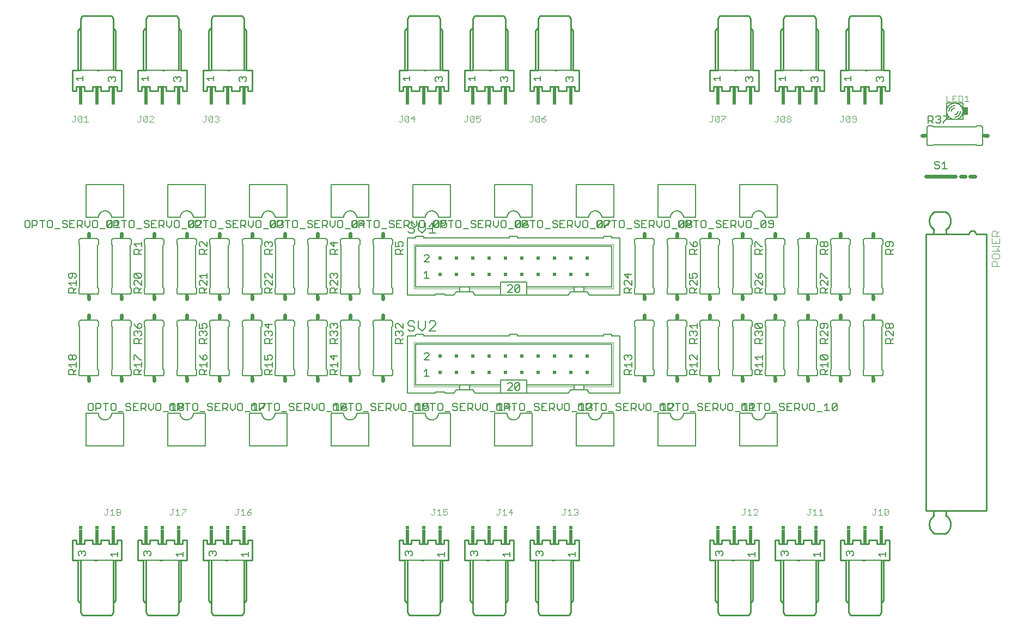
<source format=gto>
G75*
G70*
%OFA0B0*%
%FSLAX24Y24*%
%IPPOS*%
%LPD*%
%AMOC8*
5,1,8,0,0,1.08239X$1,22.5*
%
%ADD10C,0.0100*%
%ADD11C,0.0050*%
%ADD12C,0.0040*%
%ADD13C,0.0070*%
%ADD14R,0.0200X0.0200*%
%ADD15R,0.0200X0.0880*%
%ADD16C,0.0060*%
%ADD17C,0.0240*%
%ADD18R,0.0240X0.0120*%
%ADD19R,0.0120X0.0240*%
%ADD20R,0.0300X0.0500*%
%ADD21R,0.0050X0.0500*%
%ADD22C,0.0020*%
D10*
X003682Y000910D02*
X003552Y001050D01*
X003552Y003500D01*
X003202Y003500D01*
X003202Y004750D01*
X003452Y004750D01*
X003452Y004500D01*
X003952Y004500D01*
X003952Y004750D01*
X004452Y004750D01*
X004452Y004500D01*
X004952Y004500D01*
X004952Y004750D01*
X005452Y004750D01*
X005452Y004500D01*
X005952Y004500D01*
X005952Y004750D01*
X006202Y004750D01*
X006202Y003500D01*
X005702Y003500D01*
X005702Y000350D01*
X005602Y000150D01*
X004182Y000150D01*
X004222Y000150D02*
X003802Y000150D01*
X003702Y000350D01*
X003702Y003500D01*
X004552Y003500D02*
X004702Y003500D01*
X005852Y003500D02*
X005852Y001050D01*
X005722Y000910D01*
X007552Y001050D02*
X007682Y000910D01*
X007552Y001050D02*
X007552Y003500D01*
X007202Y003500D01*
X007202Y004750D01*
X007452Y004750D01*
X007452Y004500D01*
X007952Y004500D01*
X007952Y004750D01*
X008452Y004750D01*
X008452Y004500D01*
X008952Y004500D01*
X008952Y004750D01*
X009452Y004750D01*
X009452Y004500D01*
X009952Y004500D01*
X009952Y004750D01*
X010202Y004750D01*
X010202Y003500D01*
X009702Y003500D01*
X009702Y000350D01*
X009602Y000150D01*
X008182Y000150D01*
X008222Y000150D02*
X007802Y000150D01*
X007702Y000350D01*
X007702Y003500D01*
X008552Y003500D02*
X008702Y003500D01*
X009852Y003500D02*
X009852Y001050D01*
X009722Y000910D01*
X011552Y001050D02*
X011682Y000910D01*
X011552Y001050D02*
X011552Y003500D01*
X011202Y003500D01*
X011202Y004750D01*
X011452Y004750D01*
X011452Y004500D01*
X011952Y004500D01*
X011952Y004750D01*
X012452Y004750D01*
X012452Y004500D01*
X012952Y004500D01*
X012952Y004750D01*
X013452Y004750D01*
X013452Y004500D01*
X013952Y004500D01*
X013952Y004750D01*
X014202Y004750D01*
X014202Y003500D01*
X013702Y003500D01*
X013702Y000350D01*
X013602Y000150D01*
X012182Y000150D01*
X012222Y000150D02*
X011802Y000150D01*
X011702Y000350D01*
X011702Y003500D01*
X012552Y003500D02*
X012702Y003500D01*
X013852Y003500D02*
X013852Y001050D01*
X013722Y000910D01*
X023202Y003500D02*
X023552Y003500D01*
X023552Y001050D01*
X023682Y000910D01*
X023702Y000350D02*
X023802Y000150D01*
X024222Y000150D01*
X024182Y000150D02*
X025602Y000150D01*
X025702Y000350D01*
X025702Y003500D01*
X026202Y003500D01*
X026202Y004750D01*
X025952Y004750D01*
X025952Y004500D01*
X025452Y004500D01*
X025452Y004750D01*
X024952Y004750D01*
X024952Y004500D01*
X024452Y004500D01*
X024452Y004750D01*
X023952Y004750D01*
X023952Y004500D01*
X023452Y004500D01*
X023452Y004750D01*
X023202Y004750D01*
X023202Y003500D01*
X023702Y003500D02*
X023702Y000350D01*
X025722Y000910D02*
X025852Y001050D01*
X025852Y003500D01*
X024702Y003500D02*
X024552Y003500D01*
X027202Y003500D02*
X027552Y003500D01*
X027552Y001050D01*
X027682Y000910D01*
X027702Y000350D02*
X027802Y000150D01*
X028222Y000150D01*
X028182Y000150D02*
X029602Y000150D01*
X029702Y000350D01*
X029702Y003500D01*
X030202Y003500D01*
X030202Y004750D01*
X029952Y004750D01*
X029952Y004500D01*
X029452Y004500D01*
X029452Y004750D01*
X028952Y004750D01*
X028952Y004500D01*
X028452Y004500D01*
X028452Y004750D01*
X027952Y004750D01*
X027952Y004500D01*
X027452Y004500D01*
X027452Y004750D01*
X027202Y004750D01*
X027202Y003500D01*
X027702Y003500D02*
X027702Y000350D01*
X029722Y000910D02*
X029852Y001050D01*
X029852Y003500D01*
X028702Y003500D02*
X028552Y003500D01*
X031202Y003500D02*
X031552Y003500D01*
X031552Y001050D01*
X031682Y000910D01*
X031702Y000350D02*
X031802Y000150D01*
X032222Y000150D01*
X032182Y000150D02*
X033602Y000150D01*
X033702Y000350D01*
X033702Y003500D01*
X034202Y003500D01*
X034202Y004750D01*
X033952Y004750D01*
X033952Y004500D01*
X033452Y004500D01*
X033452Y004750D01*
X032952Y004750D01*
X032952Y004500D01*
X032452Y004500D01*
X032452Y004750D01*
X031952Y004750D01*
X031952Y004500D01*
X031452Y004500D01*
X031452Y004750D01*
X031202Y004750D01*
X031202Y003500D01*
X031702Y003500D02*
X031702Y000350D01*
X033722Y000910D02*
X033852Y001050D01*
X033852Y003500D01*
X032702Y003500D02*
X032552Y003500D01*
X042202Y003500D02*
X042552Y003500D01*
X042552Y001050D01*
X042682Y000910D01*
X042702Y000350D02*
X042802Y000150D01*
X043222Y000150D01*
X043182Y000150D02*
X044602Y000150D01*
X044702Y000350D01*
X044702Y003500D01*
X045202Y003500D01*
X045202Y004750D01*
X044952Y004750D01*
X044952Y004500D01*
X044452Y004500D01*
X044452Y004750D01*
X043952Y004750D01*
X043952Y004500D01*
X043452Y004500D01*
X043452Y004750D01*
X042952Y004750D01*
X042952Y004500D01*
X042452Y004500D01*
X042452Y004750D01*
X042202Y004750D01*
X042202Y003500D01*
X042702Y003500D02*
X042702Y000350D01*
X044722Y000910D02*
X044852Y001050D01*
X044852Y003500D01*
X043702Y003500D02*
X043552Y003500D01*
X046202Y003500D02*
X046552Y003500D01*
X046552Y001050D01*
X046682Y000910D01*
X046702Y000350D02*
X046802Y000150D01*
X047222Y000150D01*
X047182Y000150D02*
X048602Y000150D01*
X048702Y000350D01*
X048702Y003500D01*
X049202Y003500D01*
X049202Y004750D01*
X048952Y004750D01*
X048952Y004500D01*
X048452Y004500D01*
X048452Y004750D01*
X047952Y004750D01*
X047952Y004500D01*
X047452Y004500D01*
X047452Y004750D01*
X046952Y004750D01*
X046952Y004500D01*
X046452Y004500D01*
X046452Y004750D01*
X046202Y004750D01*
X046202Y003500D01*
X046702Y003500D02*
X046702Y000350D01*
X048722Y000910D02*
X048852Y001050D01*
X048852Y003500D01*
X047702Y003500D02*
X047552Y003500D01*
X050202Y003500D02*
X050552Y003500D01*
X050552Y001050D01*
X050682Y000910D01*
X050702Y000350D02*
X050802Y000150D01*
X051222Y000150D01*
X051182Y000150D02*
X052602Y000150D01*
X052702Y000350D01*
X052702Y003500D01*
X053202Y003500D01*
X053202Y004750D01*
X052952Y004750D01*
X052952Y004500D01*
X052452Y004500D01*
X052452Y004750D01*
X051952Y004750D01*
X051952Y004500D01*
X051452Y004500D01*
X051452Y004750D01*
X050952Y004750D01*
X050952Y004500D01*
X050452Y004500D01*
X050452Y004750D01*
X050202Y004750D01*
X050202Y003500D01*
X050702Y003500D02*
X050702Y000350D01*
X052722Y000910D02*
X052852Y001050D01*
X052852Y003500D01*
X051702Y003500D02*
X051552Y003500D01*
X055942Y005157D02*
X056651Y005157D01*
X055942Y005158D02*
X055901Y005187D01*
X055862Y005219D01*
X055825Y005254D01*
X055792Y005291D01*
X055761Y005331D01*
X055734Y005373D01*
X055709Y005417D01*
X055689Y005463D01*
X055672Y005511D01*
X055658Y005559D01*
X055649Y005609D01*
X055643Y005659D01*
X055641Y005709D01*
X055643Y005759D01*
X055649Y005809D01*
X055658Y005859D01*
X055672Y005907D01*
X055689Y005955D01*
X055709Y006001D01*
X055734Y006045D01*
X055761Y006087D01*
X055792Y006127D01*
X055825Y006164D01*
X055862Y006199D01*
X055901Y006231D01*
X055942Y006260D01*
X055903Y006220D02*
X055903Y006496D01*
X055430Y006535D02*
X059131Y006535D01*
X059131Y023465D01*
X058501Y023465D01*
X058499Y023493D01*
X058494Y023521D01*
X058484Y023548D01*
X058472Y023574D01*
X058456Y023597D01*
X058437Y023618D01*
X058416Y023637D01*
X058393Y023653D01*
X058367Y023665D01*
X058340Y023675D01*
X058312Y023680D01*
X058284Y023682D01*
X058256Y023680D01*
X058228Y023675D01*
X058201Y023665D01*
X058176Y023653D01*
X058152Y023637D01*
X058131Y023618D01*
X058112Y023597D01*
X058096Y023574D01*
X058084Y023548D01*
X058074Y023521D01*
X058069Y023493D01*
X058067Y023465D01*
X058068Y023465D02*
X055430Y023465D01*
X055430Y006535D01*
X056650Y006260D02*
X056691Y006231D01*
X056730Y006199D01*
X056767Y006164D01*
X056800Y006127D01*
X056831Y006087D01*
X056858Y006045D01*
X056883Y006001D01*
X056903Y005955D01*
X056920Y005907D01*
X056934Y005859D01*
X056943Y005809D01*
X056949Y005759D01*
X056951Y005709D01*
X056949Y005659D01*
X056943Y005609D01*
X056934Y005559D01*
X056920Y005511D01*
X056903Y005463D01*
X056883Y005417D01*
X056858Y005373D01*
X056831Y005331D01*
X056800Y005291D01*
X056767Y005254D01*
X056730Y005219D01*
X056691Y005187D01*
X056650Y005158D01*
X056690Y006220D02*
X056690Y006496D01*
X056690Y023504D02*
X056690Y023780D01*
X055942Y023740D02*
X055901Y023769D01*
X055862Y023801D01*
X055825Y023836D01*
X055792Y023873D01*
X055761Y023913D01*
X055734Y023955D01*
X055709Y023999D01*
X055689Y024045D01*
X055672Y024093D01*
X055658Y024141D01*
X055649Y024191D01*
X055643Y024241D01*
X055641Y024291D01*
X055643Y024341D01*
X055649Y024391D01*
X055658Y024441D01*
X055672Y024489D01*
X055689Y024537D01*
X055709Y024583D01*
X055734Y024627D01*
X055761Y024669D01*
X055792Y024709D01*
X055825Y024746D01*
X055862Y024781D01*
X055901Y024813D01*
X055942Y024842D01*
X055942Y024843D02*
X056651Y024843D01*
X056650Y024842D02*
X056691Y024813D01*
X056730Y024781D01*
X056767Y024746D01*
X056800Y024709D01*
X056831Y024669D01*
X056858Y024627D01*
X056883Y024583D01*
X056903Y024537D01*
X056920Y024489D01*
X056934Y024441D01*
X056943Y024391D01*
X056949Y024341D01*
X056951Y024291D01*
X056949Y024241D01*
X056943Y024191D01*
X056934Y024141D01*
X056920Y024093D01*
X056903Y024045D01*
X056883Y023999D01*
X056858Y023955D01*
X056831Y023913D01*
X056800Y023873D01*
X056767Y023836D01*
X056730Y023801D01*
X056691Y023769D01*
X056650Y023740D01*
X055903Y023780D02*
X055903Y023504D01*
X053202Y032250D02*
X052952Y032250D01*
X052952Y032500D01*
X052452Y032500D01*
X052452Y032250D01*
X051952Y032250D01*
X051952Y032500D01*
X051452Y032500D01*
X051452Y032250D01*
X050952Y032250D01*
X050952Y032500D01*
X050452Y032500D01*
X050452Y032250D01*
X050202Y032250D01*
X050202Y033500D01*
X050702Y033500D01*
X050702Y036650D01*
X050802Y036850D01*
X052222Y036850D01*
X052182Y036850D02*
X052602Y036850D01*
X052702Y036650D01*
X052702Y033500D01*
X052852Y033500D02*
X052852Y035950D01*
X052722Y036090D01*
X050682Y036090D02*
X050552Y035950D01*
X050552Y033500D01*
X051702Y033500D02*
X051852Y033500D01*
X052852Y033500D02*
X053202Y033500D01*
X053202Y032250D01*
X049202Y032250D02*
X049202Y033500D01*
X048852Y033500D01*
X048852Y035950D01*
X048722Y036090D01*
X048702Y036650D02*
X048602Y036850D01*
X048182Y036850D01*
X048222Y036850D02*
X046802Y036850D01*
X046702Y036650D01*
X046702Y033500D01*
X046202Y033500D01*
X046202Y032250D01*
X046452Y032250D01*
X046452Y032500D01*
X046952Y032500D01*
X046952Y032250D01*
X047452Y032250D01*
X047452Y032500D01*
X047952Y032500D01*
X047952Y032250D01*
X048452Y032250D01*
X048452Y032500D01*
X048952Y032500D01*
X048952Y032250D01*
X049202Y032250D01*
X048702Y033500D02*
X048702Y036650D01*
X046682Y036090D02*
X046552Y035950D01*
X046552Y033500D01*
X047702Y033500D02*
X047852Y033500D01*
X045202Y033500D02*
X045202Y032250D01*
X044952Y032250D01*
X044952Y032500D01*
X044452Y032500D01*
X044452Y032250D01*
X043952Y032250D01*
X043952Y032500D01*
X043452Y032500D01*
X043452Y032250D01*
X042952Y032250D01*
X042952Y032500D01*
X042452Y032500D01*
X042452Y032250D01*
X042202Y032250D01*
X042202Y033500D01*
X042702Y033500D01*
X042702Y036650D01*
X042802Y036850D01*
X044222Y036850D01*
X044182Y036850D02*
X044602Y036850D01*
X044702Y036650D01*
X044702Y033500D01*
X044852Y033500D02*
X044852Y035950D01*
X044722Y036090D01*
X042682Y036090D02*
X042552Y035950D01*
X042552Y033500D01*
X043702Y033500D02*
X043852Y033500D01*
X044852Y033500D02*
X045202Y033500D01*
X034202Y033500D02*
X034202Y032250D01*
X033952Y032250D01*
X033952Y032500D01*
X033452Y032500D01*
X033452Y032250D01*
X032952Y032250D01*
X032952Y032500D01*
X032452Y032500D01*
X032452Y032250D01*
X031952Y032250D01*
X031952Y032500D01*
X031452Y032500D01*
X031452Y032250D01*
X031202Y032250D01*
X031202Y033500D01*
X031702Y033500D01*
X031702Y036650D01*
X031802Y036850D01*
X033222Y036850D01*
X033182Y036850D02*
X033602Y036850D01*
X033702Y036650D01*
X033702Y033500D01*
X033852Y033500D02*
X033852Y035950D01*
X033722Y036090D01*
X031682Y036090D02*
X031552Y035950D01*
X031552Y033500D01*
X032702Y033500D02*
X032852Y033500D01*
X033852Y033500D02*
X034202Y033500D01*
X030202Y033500D02*
X030202Y032250D01*
X029952Y032250D01*
X029952Y032500D01*
X029452Y032500D01*
X029452Y032250D01*
X028952Y032250D01*
X028952Y032500D01*
X028452Y032500D01*
X028452Y032250D01*
X027952Y032250D01*
X027952Y032500D01*
X027452Y032500D01*
X027452Y032250D01*
X027202Y032250D01*
X027202Y033500D01*
X027702Y033500D01*
X027702Y036650D01*
X027802Y036850D01*
X029222Y036850D01*
X029182Y036850D02*
X029602Y036850D01*
X029702Y036650D01*
X029702Y033500D01*
X029852Y033500D02*
X029852Y035950D01*
X029722Y036090D01*
X027682Y036090D02*
X027552Y035950D01*
X027552Y033500D01*
X028702Y033500D02*
X028852Y033500D01*
X029852Y033500D02*
X030202Y033500D01*
X026202Y033500D02*
X026202Y032250D01*
X025952Y032250D01*
X025952Y032500D01*
X025452Y032500D01*
X025452Y032250D01*
X024952Y032250D01*
X024952Y032500D01*
X024452Y032500D01*
X024452Y032250D01*
X023952Y032250D01*
X023952Y032500D01*
X023452Y032500D01*
X023452Y032250D01*
X023202Y032250D01*
X023202Y033500D01*
X023702Y033500D01*
X023702Y036650D01*
X023802Y036850D01*
X025222Y036850D01*
X025182Y036850D02*
X025602Y036850D01*
X025702Y036650D01*
X025702Y033500D01*
X025852Y033500D02*
X025852Y035950D01*
X025722Y036090D01*
X023682Y036090D02*
X023552Y035950D01*
X023552Y033500D01*
X024702Y033500D02*
X024852Y033500D01*
X025852Y033500D02*
X026202Y033500D01*
X014202Y033500D02*
X014202Y032250D01*
X013952Y032250D01*
X013952Y032500D01*
X013452Y032500D01*
X013452Y032250D01*
X012952Y032250D01*
X012952Y032500D01*
X012452Y032500D01*
X012452Y032250D01*
X011952Y032250D01*
X011952Y032500D01*
X011452Y032500D01*
X011452Y032250D01*
X011202Y032250D01*
X011202Y033500D01*
X011702Y033500D01*
X011702Y036650D01*
X011802Y036850D01*
X013222Y036850D01*
X013182Y036850D02*
X013602Y036850D01*
X013702Y036650D01*
X013702Y033500D01*
X013852Y033500D02*
X013852Y035950D01*
X013722Y036090D01*
X011682Y036090D02*
X011552Y035950D01*
X011552Y033500D01*
X012702Y033500D02*
X012852Y033500D01*
X013852Y033500D02*
X014202Y033500D01*
X010202Y033500D02*
X010202Y032250D01*
X009952Y032250D01*
X009952Y032500D01*
X009452Y032500D01*
X009452Y032250D01*
X008952Y032250D01*
X008952Y032500D01*
X008452Y032500D01*
X008452Y032250D01*
X007952Y032250D01*
X007952Y032500D01*
X007452Y032500D01*
X007452Y032250D01*
X007202Y032250D01*
X007202Y033500D01*
X007702Y033500D01*
X007702Y036650D01*
X007802Y036850D01*
X009222Y036850D01*
X009182Y036850D02*
X009602Y036850D01*
X009702Y036650D01*
X009702Y033500D01*
X009852Y033500D02*
X009852Y035950D01*
X009722Y036090D01*
X007682Y036090D02*
X007552Y035950D01*
X007552Y033500D01*
X008702Y033500D02*
X008852Y033500D01*
X009852Y033500D02*
X010202Y033500D01*
X006202Y033500D02*
X006202Y032250D01*
X005952Y032250D01*
X005952Y032500D01*
X005452Y032500D01*
X005452Y032250D01*
X004952Y032250D01*
X004952Y032500D01*
X004452Y032500D01*
X004452Y032250D01*
X003952Y032250D01*
X003952Y032500D01*
X003452Y032500D01*
X003452Y032250D01*
X003202Y032250D01*
X003202Y033500D01*
X003702Y033500D01*
X003702Y036650D01*
X003802Y036850D01*
X005222Y036850D01*
X005182Y036850D02*
X005602Y036850D01*
X005702Y036650D01*
X005702Y033500D01*
X005852Y033500D02*
X005852Y035950D01*
X005722Y036090D01*
X003682Y036090D02*
X003552Y035950D01*
X003552Y033500D01*
X004702Y033500D02*
X004852Y033500D01*
X005852Y033500D02*
X006202Y033500D01*
D11*
X005852Y033500D02*
X003702Y033500D01*
X007702Y033500D02*
X009852Y033500D01*
X011702Y033500D02*
X013852Y033500D01*
X023702Y033500D02*
X025852Y033500D01*
X027702Y033500D02*
X029852Y033500D01*
X031702Y033500D02*
X033852Y033500D01*
X042702Y033500D02*
X044852Y033500D01*
X046702Y033500D02*
X048852Y033500D01*
X050702Y033500D02*
X052852Y033500D01*
X055577Y030725D02*
X055802Y030725D01*
X055877Y030650D01*
X055877Y030500D01*
X055802Y030425D01*
X055577Y030425D01*
X055727Y030425D02*
X055877Y030275D01*
X056037Y030350D02*
X056112Y030275D01*
X056262Y030275D01*
X056337Y030350D01*
X056337Y030425D01*
X056262Y030500D01*
X056187Y030500D01*
X056262Y030500D02*
X056337Y030575D01*
X056337Y030650D01*
X056262Y030725D01*
X056112Y030725D01*
X056037Y030650D01*
X055577Y030725D02*
X055577Y030275D01*
X056498Y030275D02*
X056498Y030350D01*
X056798Y030650D01*
X056798Y030725D01*
X056498Y030725D01*
X056587Y027925D02*
X056587Y027475D01*
X056437Y027475D02*
X056737Y027475D01*
X056437Y027775D02*
X056587Y027925D01*
X056277Y027850D02*
X056202Y027925D01*
X056052Y027925D01*
X055977Y027850D01*
X055977Y027775D01*
X056052Y027700D01*
X056202Y027700D01*
X056277Y027625D01*
X056277Y027550D01*
X056202Y027475D01*
X056052Y027475D01*
X055977Y027550D01*
X053352Y023015D02*
X053051Y023015D01*
X052976Y022940D01*
X052976Y022790D01*
X053051Y022715D01*
X053127Y022715D01*
X053202Y022790D01*
X053202Y023015D01*
X053352Y023015D02*
X053427Y022940D01*
X053427Y022790D01*
X053352Y022715D01*
X053427Y022554D02*
X053277Y022404D01*
X053277Y022479D02*
X053277Y022254D01*
X053427Y022254D02*
X052976Y022254D01*
X052976Y022479D01*
X053051Y022554D01*
X053202Y022554D01*
X053277Y022479D01*
X049427Y022554D02*
X049277Y022404D01*
X049277Y022479D02*
X049277Y022254D01*
X049427Y022254D02*
X048976Y022254D01*
X048976Y022479D01*
X049051Y022554D01*
X049202Y022554D01*
X049277Y022479D01*
X049277Y022715D02*
X049202Y022790D01*
X049202Y022940D01*
X049277Y023015D01*
X049352Y023015D01*
X049427Y022940D01*
X049427Y022790D01*
X049352Y022715D01*
X049277Y022715D01*
X049202Y022790D02*
X049127Y022715D01*
X049051Y022715D01*
X048976Y022790D01*
X048976Y022940D01*
X049051Y023015D01*
X049127Y023015D01*
X049202Y022940D01*
X049051Y021096D02*
X049352Y020796D01*
X049427Y020796D01*
X049427Y020636D02*
X049427Y020335D01*
X049127Y020636D01*
X049051Y020636D01*
X048976Y020561D01*
X048976Y020410D01*
X049051Y020335D01*
X049051Y020175D02*
X049202Y020175D01*
X049277Y020100D01*
X049277Y019875D01*
X049427Y019875D02*
X048976Y019875D01*
X048976Y020100D01*
X049051Y020175D01*
X049277Y020025D02*
X049427Y020175D01*
X048976Y020796D02*
X048976Y021096D01*
X049051Y021096D01*
X045427Y021021D02*
X045352Y021096D01*
X045277Y021096D01*
X045202Y021021D01*
X045202Y020796D01*
X045352Y020796D01*
X045427Y020871D01*
X045427Y021021D01*
X045202Y020796D02*
X045051Y020946D01*
X044976Y021096D01*
X045051Y020636D02*
X044976Y020561D01*
X044976Y020410D01*
X045051Y020335D01*
X045051Y020175D02*
X045202Y020175D01*
X045277Y020100D01*
X045277Y019875D01*
X045427Y019875D02*
X044976Y019875D01*
X044976Y020100D01*
X045051Y020175D01*
X045277Y020025D02*
X045427Y020175D01*
X045427Y020335D02*
X045127Y020636D01*
X045051Y020636D01*
X045427Y020636D02*
X045427Y020335D01*
X045427Y022254D02*
X044976Y022254D01*
X044976Y022479D01*
X045051Y022554D01*
X045202Y022554D01*
X045277Y022479D01*
X045277Y022254D01*
X045277Y022404D02*
X045427Y022554D01*
X045427Y022715D02*
X045352Y022715D01*
X045051Y023015D01*
X044976Y023015D01*
X044976Y022715D01*
X044896Y023800D02*
X045196Y023800D01*
X045356Y023950D02*
X045656Y024250D01*
X045656Y023950D01*
X045581Y023875D01*
X045431Y023875D01*
X045356Y023950D01*
X045356Y024250D01*
X045431Y024325D01*
X045581Y024325D01*
X045656Y024250D01*
X045816Y024250D02*
X045816Y024175D01*
X045891Y024100D01*
X046117Y024100D01*
X046117Y023950D02*
X046117Y024250D01*
X046042Y024325D01*
X045891Y024325D01*
X045816Y024250D01*
X045816Y023950D02*
X045891Y023875D01*
X046042Y023875D01*
X046117Y023950D01*
X044735Y023950D02*
X044735Y024250D01*
X044660Y024325D01*
X044510Y024325D01*
X044435Y024250D01*
X044435Y023950D01*
X044510Y023875D01*
X044660Y023875D01*
X044735Y023950D01*
X044275Y024025D02*
X044275Y024325D01*
X044275Y024025D02*
X044125Y023875D01*
X043975Y024025D01*
X043975Y024325D01*
X043815Y024250D02*
X043815Y024100D01*
X043740Y024025D01*
X043514Y024025D01*
X043514Y023875D02*
X043514Y024325D01*
X043740Y024325D01*
X043815Y024250D01*
X043665Y024025D02*
X043815Y023875D01*
X043354Y023875D02*
X043054Y023875D01*
X043054Y024325D01*
X043354Y024325D01*
X043204Y024100D02*
X043054Y024100D01*
X042894Y024025D02*
X042819Y024100D01*
X042669Y024100D01*
X042594Y024175D01*
X042594Y024250D01*
X042669Y024325D01*
X042819Y024325D01*
X042894Y024250D01*
X042894Y024025D02*
X042894Y023950D01*
X042819Y023875D01*
X042669Y023875D01*
X042594Y023950D01*
X042433Y023800D02*
X042133Y023800D01*
X041973Y023950D02*
X041973Y024250D01*
X041898Y024325D01*
X041748Y024325D01*
X041673Y024250D01*
X041673Y023950D01*
X041748Y023875D01*
X041898Y023875D01*
X041973Y023950D01*
X041513Y024325D02*
X041212Y024325D01*
X041117Y024250D02*
X041117Y024175D01*
X041042Y024100D01*
X040891Y024100D01*
X040816Y024175D01*
X040816Y024250D01*
X040891Y024325D01*
X041042Y024325D01*
X041117Y024250D01*
X041052Y024250D02*
X041052Y024100D01*
X040977Y024025D01*
X040752Y024025D01*
X040816Y024025D02*
X040891Y024100D01*
X040816Y024025D02*
X040816Y023950D01*
X040891Y023875D01*
X041042Y023875D01*
X041117Y023950D01*
X041117Y024025D01*
X041042Y024100D01*
X041052Y024250D02*
X040977Y024325D01*
X040752Y024325D01*
X040752Y023875D01*
X040656Y023950D02*
X040581Y023875D01*
X040431Y023875D01*
X040356Y023950D01*
X040656Y024250D01*
X040656Y023950D01*
X040592Y023950D02*
X040592Y024250D01*
X040517Y024325D01*
X040367Y024325D01*
X040292Y024250D01*
X040292Y023950D01*
X040367Y023875D01*
X040517Y023875D01*
X040592Y023950D01*
X040356Y023950D02*
X040356Y024250D01*
X040431Y024325D01*
X040581Y024325D01*
X040656Y024250D01*
X040196Y023800D02*
X039896Y023800D01*
X039735Y023950D02*
X039735Y024250D01*
X039660Y024325D01*
X039510Y024325D01*
X039435Y024250D01*
X039435Y023950D01*
X039510Y023875D01*
X039660Y023875D01*
X039735Y023950D01*
X039275Y024025D02*
X039275Y024325D01*
X039275Y024025D02*
X039125Y023875D01*
X038975Y024025D01*
X038975Y024325D01*
X038815Y024250D02*
X038815Y024100D01*
X038740Y024025D01*
X038514Y024025D01*
X038514Y023875D02*
X038514Y024325D01*
X038740Y024325D01*
X038815Y024250D01*
X038665Y024025D02*
X038815Y023875D01*
X038354Y023875D02*
X038054Y023875D01*
X038054Y024325D01*
X038354Y024325D01*
X038204Y024100D02*
X038054Y024100D01*
X037894Y024025D02*
X037894Y023950D01*
X037819Y023875D01*
X037669Y023875D01*
X037594Y023950D01*
X037669Y024100D02*
X037819Y024100D01*
X037894Y024025D01*
X037894Y024250D02*
X037819Y024325D01*
X037669Y024325D01*
X037594Y024250D01*
X037594Y024175D01*
X037669Y024100D01*
X037433Y023800D02*
X037133Y023800D01*
X036973Y023950D02*
X036973Y024250D01*
X036898Y024325D01*
X036748Y024325D01*
X036673Y024250D01*
X036673Y023950D01*
X036748Y023875D01*
X036898Y023875D01*
X036973Y023950D01*
X036513Y024325D02*
X036212Y024325D01*
X036117Y024325D02*
X036117Y024250D01*
X035816Y023950D01*
X035816Y023875D01*
X035752Y023875D02*
X035752Y024325D01*
X035977Y024325D01*
X036052Y024250D01*
X036052Y024100D01*
X035977Y024025D01*
X035752Y024025D01*
X035656Y023950D02*
X035581Y023875D01*
X035431Y023875D01*
X035356Y023950D01*
X035656Y024250D01*
X035656Y023950D01*
X035592Y023950D02*
X035592Y024250D01*
X035517Y024325D01*
X035367Y024325D01*
X035292Y024250D01*
X035292Y023950D01*
X035367Y023875D01*
X035517Y023875D01*
X035592Y023950D01*
X035356Y023950D02*
X035356Y024250D01*
X035431Y024325D01*
X035581Y024325D01*
X035656Y024250D01*
X035816Y024325D02*
X036117Y024325D01*
X036363Y024325D02*
X036363Y023875D01*
X035196Y023800D02*
X034896Y023800D01*
X034735Y023950D02*
X034735Y024250D01*
X034660Y024325D01*
X034510Y024325D01*
X034435Y024250D01*
X034435Y023950D01*
X034510Y023875D01*
X034660Y023875D01*
X034735Y023950D01*
X034275Y024025D02*
X034275Y024325D01*
X034275Y024025D02*
X034125Y023875D01*
X033975Y024025D01*
X033975Y024325D01*
X033815Y024250D02*
X033815Y024100D01*
X033740Y024025D01*
X033514Y024025D01*
X033514Y023875D02*
X033514Y024325D01*
X033740Y024325D01*
X033815Y024250D01*
X033665Y024025D02*
X033815Y023875D01*
X033354Y023875D02*
X033054Y023875D01*
X033054Y024325D01*
X033354Y024325D01*
X033204Y024100D02*
X033054Y024100D01*
X032894Y024025D02*
X032819Y024100D01*
X032669Y024100D01*
X032594Y024175D01*
X032594Y024250D01*
X032669Y024325D01*
X032819Y024325D01*
X032894Y024250D01*
X032894Y024025D02*
X032894Y023950D01*
X032819Y023875D01*
X032669Y023875D01*
X032594Y023950D01*
X032433Y023800D02*
X032133Y023800D01*
X031973Y023950D02*
X031973Y024250D01*
X031898Y024325D01*
X031748Y024325D01*
X031673Y024250D01*
X031673Y023950D01*
X031748Y023875D01*
X031898Y023875D01*
X031973Y023950D01*
X031513Y024325D02*
X031212Y024325D01*
X031117Y024325D02*
X030967Y024250D01*
X030816Y024100D01*
X031042Y024100D01*
X031117Y024025D01*
X031117Y023950D01*
X031042Y023875D01*
X030891Y023875D01*
X030816Y023950D01*
X030816Y024100D01*
X030752Y024025D02*
X030977Y024025D01*
X031052Y024100D01*
X031052Y024250D01*
X030977Y024325D01*
X030752Y024325D01*
X030752Y023875D01*
X030656Y023950D02*
X030581Y023875D01*
X030431Y023875D01*
X030356Y023950D01*
X030656Y024250D01*
X030656Y023950D01*
X030592Y023950D02*
X030592Y024250D01*
X030517Y024325D01*
X030367Y024325D01*
X030292Y024250D01*
X030292Y023950D01*
X030367Y023875D01*
X030517Y023875D01*
X030592Y023950D01*
X030356Y023950D02*
X030356Y024250D01*
X030431Y024325D01*
X030581Y024325D01*
X030656Y024250D01*
X030196Y023800D02*
X029896Y023800D01*
X029735Y023950D02*
X029735Y024250D01*
X029660Y024325D01*
X029510Y024325D01*
X029435Y024250D01*
X029435Y023950D01*
X029510Y023875D01*
X029660Y023875D01*
X029735Y023950D01*
X029275Y024025D02*
X029275Y024325D01*
X029275Y024025D02*
X029125Y023875D01*
X028975Y024025D01*
X028975Y024325D01*
X028815Y024250D02*
X028815Y024100D01*
X028740Y024025D01*
X028514Y024025D01*
X028514Y023875D02*
X028514Y024325D01*
X028740Y024325D01*
X028815Y024250D01*
X028665Y024025D02*
X028815Y023875D01*
X028354Y023875D02*
X028054Y023875D01*
X028054Y024325D01*
X028354Y024325D01*
X028204Y024100D02*
X028054Y024100D01*
X027894Y024025D02*
X027819Y024100D01*
X027669Y024100D01*
X027594Y024175D01*
X027594Y024250D01*
X027669Y024325D01*
X027819Y024325D01*
X027894Y024250D01*
X027894Y024025D02*
X027894Y023950D01*
X027819Y023875D01*
X027669Y023875D01*
X027594Y023950D01*
X027433Y023800D02*
X027133Y023800D01*
X026973Y023950D02*
X026973Y024250D01*
X026898Y024325D01*
X026748Y024325D01*
X026673Y024250D01*
X026673Y023950D01*
X026748Y023875D01*
X026898Y023875D01*
X026973Y023950D01*
X026513Y024325D02*
X026212Y024325D01*
X026117Y024325D02*
X025816Y024325D01*
X025816Y024100D01*
X025967Y024175D01*
X026042Y024175D01*
X026117Y024100D01*
X026117Y023950D01*
X026042Y023875D01*
X025891Y023875D01*
X025816Y023950D01*
X025752Y023875D02*
X025752Y024325D01*
X025977Y024325D01*
X026052Y024250D01*
X026052Y024100D01*
X025977Y024025D01*
X025752Y024025D01*
X025656Y023950D02*
X025581Y023875D01*
X025431Y023875D01*
X025356Y023950D01*
X025656Y024250D01*
X025656Y023950D01*
X025592Y023950D02*
X025592Y024250D01*
X025517Y024325D01*
X025367Y024325D01*
X025292Y024250D01*
X025292Y023950D01*
X025367Y023875D01*
X025517Y023875D01*
X025592Y023950D01*
X025356Y023950D02*
X025356Y024250D01*
X025431Y024325D01*
X025581Y024325D01*
X025656Y024250D01*
X025196Y023800D02*
X024896Y023800D01*
X024735Y023950D02*
X024735Y024250D01*
X024660Y024325D01*
X024510Y024325D01*
X024435Y024250D01*
X024435Y023950D01*
X024510Y023875D01*
X024660Y023875D01*
X024735Y023950D01*
X024275Y024025D02*
X024275Y024325D01*
X024275Y024025D02*
X024125Y023875D01*
X023975Y024025D01*
X023975Y024325D01*
X023815Y024250D02*
X023815Y024100D01*
X023740Y024025D01*
X023514Y024025D01*
X023514Y023875D02*
X023514Y024325D01*
X023740Y024325D01*
X023815Y024250D01*
X023665Y024025D02*
X023815Y023875D01*
X023354Y023875D02*
X023054Y023875D01*
X023054Y024325D01*
X023354Y024325D01*
X023204Y024100D02*
X023054Y024100D01*
X022894Y024025D02*
X022894Y023950D01*
X022819Y023875D01*
X022669Y023875D01*
X022594Y023950D01*
X022669Y024100D02*
X022819Y024100D01*
X022894Y024025D01*
X022894Y024250D02*
X022819Y024325D01*
X022669Y024325D01*
X022594Y024250D01*
X022594Y024175D01*
X022669Y024100D01*
X022433Y023800D02*
X022133Y023800D01*
X021973Y023950D02*
X021973Y024250D01*
X021898Y024325D01*
X021748Y024325D01*
X021673Y024250D01*
X021673Y023950D01*
X021748Y023875D01*
X021898Y023875D01*
X021973Y023950D01*
X021513Y024325D02*
X021212Y024325D01*
X021363Y024325D02*
X021363Y023875D01*
X021042Y023875D02*
X021042Y024325D01*
X020816Y024100D01*
X021117Y024100D01*
X021052Y024100D02*
X020977Y024025D01*
X020752Y024025D01*
X020656Y023950D02*
X020581Y023875D01*
X020431Y023875D01*
X020356Y023950D01*
X020656Y024250D01*
X020656Y023950D01*
X020592Y023950D02*
X020592Y024250D01*
X020517Y024325D01*
X020367Y024325D01*
X020292Y024250D01*
X020292Y023950D01*
X020367Y023875D01*
X020517Y023875D01*
X020592Y023950D01*
X020752Y023875D02*
X020752Y024325D01*
X020977Y024325D01*
X021052Y024250D01*
X021052Y024100D01*
X020656Y024250D02*
X020581Y024325D01*
X020431Y024325D01*
X020356Y024250D01*
X020356Y023950D01*
X020196Y023800D02*
X019896Y023800D01*
X019735Y023950D02*
X019735Y024250D01*
X019660Y024325D01*
X019510Y024325D01*
X019435Y024250D01*
X019435Y023950D01*
X019510Y023875D01*
X019660Y023875D01*
X019735Y023950D01*
X019275Y024025D02*
X019275Y024325D01*
X019275Y024025D02*
X019125Y023875D01*
X018975Y024025D01*
X018975Y024325D01*
X018815Y024250D02*
X018815Y024100D01*
X018740Y024025D01*
X018514Y024025D01*
X018514Y023875D02*
X018514Y024325D01*
X018740Y024325D01*
X018815Y024250D01*
X018665Y024025D02*
X018815Y023875D01*
X018354Y023875D02*
X018054Y023875D01*
X018054Y024325D01*
X018354Y024325D01*
X018204Y024100D02*
X018054Y024100D01*
X017894Y024025D02*
X017819Y024100D01*
X017669Y024100D01*
X017594Y024175D01*
X017594Y024250D01*
X017669Y024325D01*
X017819Y024325D01*
X017894Y024250D01*
X017894Y024025D02*
X017894Y023950D01*
X017819Y023875D01*
X017669Y023875D01*
X017594Y023950D01*
X017433Y023800D02*
X017133Y023800D01*
X016973Y023950D02*
X016973Y024250D01*
X016898Y024325D01*
X016748Y024325D01*
X016673Y024250D01*
X016673Y023950D01*
X016748Y023875D01*
X016898Y023875D01*
X016973Y023950D01*
X016513Y024325D02*
X016212Y024325D01*
X016117Y024250D02*
X016117Y024175D01*
X016042Y024100D01*
X016117Y024025D01*
X016117Y023950D01*
X016042Y023875D01*
X015891Y023875D01*
X015816Y023950D01*
X015752Y023875D02*
X015752Y024325D01*
X015977Y024325D01*
X016052Y024250D01*
X016052Y024100D01*
X015977Y024025D01*
X015752Y024025D01*
X015656Y023950D02*
X015656Y024250D01*
X015356Y023950D01*
X015431Y023875D01*
X015581Y023875D01*
X015656Y023950D01*
X015592Y023950D02*
X015592Y024250D01*
X015517Y024325D01*
X015367Y024325D01*
X015292Y024250D01*
X015292Y023950D01*
X015367Y023875D01*
X015517Y023875D01*
X015592Y023950D01*
X015356Y023950D02*
X015356Y024250D01*
X015431Y024325D01*
X015581Y024325D01*
X015656Y024250D01*
X015816Y024250D02*
X015891Y024325D01*
X016042Y024325D01*
X016117Y024250D01*
X016042Y024100D02*
X015967Y024100D01*
X016363Y023875D02*
X016363Y024325D01*
X015196Y023800D02*
X014896Y023800D01*
X014735Y023950D02*
X014735Y024250D01*
X014660Y024325D01*
X014510Y024325D01*
X014435Y024250D01*
X014435Y023950D01*
X014510Y023875D01*
X014660Y023875D01*
X014735Y023950D01*
X014275Y024025D02*
X014275Y024325D01*
X014275Y024025D02*
X014125Y023875D01*
X013975Y024025D01*
X013975Y024325D01*
X013815Y024250D02*
X013815Y024100D01*
X013740Y024025D01*
X013514Y024025D01*
X013514Y023875D02*
X013514Y024325D01*
X013740Y024325D01*
X013815Y024250D01*
X013665Y024025D02*
X013815Y023875D01*
X013354Y023875D02*
X013054Y023875D01*
X013054Y024325D01*
X013354Y024325D01*
X013204Y024100D02*
X013054Y024100D01*
X012894Y024025D02*
X012819Y024100D01*
X012669Y024100D01*
X012594Y024175D01*
X012594Y024250D01*
X012669Y024325D01*
X012819Y024325D01*
X012894Y024250D01*
X012894Y024025D02*
X012894Y023950D01*
X012819Y023875D01*
X012669Y023875D01*
X012594Y023950D01*
X012433Y023800D02*
X012133Y023800D01*
X011973Y023950D02*
X011973Y024250D01*
X011898Y024325D01*
X011748Y024325D01*
X011673Y024250D01*
X011673Y023950D01*
X011748Y023875D01*
X011898Y023875D01*
X011973Y023950D01*
X011513Y024325D02*
X011212Y024325D01*
X011117Y024250D02*
X011042Y024325D01*
X010891Y024325D01*
X010816Y024250D01*
X010752Y024325D02*
X010977Y024325D01*
X011052Y024250D01*
X011052Y024100D01*
X010977Y024025D01*
X010752Y024025D01*
X010656Y023950D02*
X010581Y023875D01*
X010431Y023875D01*
X010356Y023950D01*
X010656Y024250D01*
X010656Y023950D01*
X010592Y023950D02*
X010592Y024250D01*
X010517Y024325D01*
X010367Y024325D01*
X010292Y024250D01*
X010292Y023950D01*
X010367Y023875D01*
X010517Y023875D01*
X010592Y023950D01*
X010752Y023875D02*
X010752Y024325D01*
X010656Y024250D02*
X010581Y024325D01*
X010431Y024325D01*
X010356Y024250D01*
X010356Y023950D01*
X010196Y023800D02*
X009896Y023800D01*
X009735Y023950D02*
X009735Y024250D01*
X009660Y024325D01*
X009510Y024325D01*
X009435Y024250D01*
X009435Y023950D01*
X009510Y023875D01*
X009660Y023875D01*
X009735Y023950D01*
X009275Y024025D02*
X009275Y024325D01*
X009275Y024025D02*
X009125Y023875D01*
X008975Y024025D01*
X008975Y024325D01*
X008815Y024250D02*
X008815Y024100D01*
X008740Y024025D01*
X008514Y024025D01*
X008514Y023875D02*
X008514Y024325D01*
X008740Y024325D01*
X008815Y024250D01*
X008665Y024025D02*
X008815Y023875D01*
X008354Y023875D02*
X008054Y023875D01*
X008054Y024325D01*
X008354Y024325D01*
X008204Y024100D02*
X008054Y024100D01*
X007894Y024025D02*
X007894Y023950D01*
X007819Y023875D01*
X007669Y023875D01*
X007594Y023950D01*
X007669Y024100D02*
X007819Y024100D01*
X007894Y024025D01*
X007894Y024250D02*
X007819Y024325D01*
X007669Y024325D01*
X007594Y024250D01*
X007594Y024175D01*
X007669Y024100D01*
X007433Y023800D02*
X007133Y023800D01*
X006973Y023950D02*
X006973Y024250D01*
X006898Y024325D01*
X006748Y024325D01*
X006673Y024250D01*
X006673Y023950D01*
X006748Y023875D01*
X006898Y023875D01*
X006973Y023950D01*
X006513Y024325D02*
X006212Y024325D01*
X006363Y024325D02*
X006363Y023875D01*
X006117Y023875D02*
X005816Y023875D01*
X005752Y023875D02*
X005752Y024325D01*
X005977Y024325D01*
X006052Y024250D01*
X006052Y024100D01*
X005977Y024025D01*
X005752Y024025D01*
X005656Y023950D02*
X005581Y023875D01*
X005431Y023875D01*
X005356Y023950D01*
X005656Y024250D01*
X005656Y023950D01*
X005592Y023950D02*
X005592Y024250D01*
X005517Y024325D01*
X005367Y024325D01*
X005292Y024250D01*
X005292Y023950D01*
X005367Y023875D01*
X005517Y023875D01*
X005592Y023950D01*
X005356Y023950D02*
X005356Y024250D01*
X005431Y024325D01*
X005581Y024325D01*
X005656Y024250D01*
X005816Y024175D02*
X005967Y024325D01*
X005967Y023875D01*
X005196Y023800D02*
X004896Y023800D01*
X004735Y023950D02*
X004735Y024250D01*
X004660Y024325D01*
X004510Y024325D01*
X004435Y024250D01*
X004435Y023950D01*
X004510Y023875D01*
X004660Y023875D01*
X004735Y023950D01*
X004275Y024025D02*
X004275Y024325D01*
X004275Y024025D02*
X004125Y023875D01*
X003975Y024025D01*
X003975Y024325D01*
X003815Y024250D02*
X003815Y024100D01*
X003740Y024025D01*
X003514Y024025D01*
X003514Y023875D02*
X003514Y024325D01*
X003740Y024325D01*
X003815Y024250D01*
X003665Y024025D02*
X003815Y023875D01*
X003354Y023875D02*
X003054Y023875D01*
X003054Y024325D01*
X003354Y024325D01*
X003204Y024100D02*
X003054Y024100D01*
X002894Y024025D02*
X002894Y023950D01*
X002819Y023875D01*
X002669Y023875D01*
X002594Y023950D01*
X002669Y024100D02*
X002819Y024100D01*
X002894Y024025D01*
X002894Y024250D02*
X002819Y024325D01*
X002669Y024325D01*
X002594Y024250D01*
X002594Y024175D01*
X002669Y024100D01*
X002433Y023800D02*
X002133Y023800D01*
X001973Y023950D02*
X001973Y024250D01*
X001898Y024325D01*
X001748Y024325D01*
X001673Y024250D01*
X001673Y023950D01*
X001748Y023875D01*
X001898Y023875D01*
X001973Y023950D01*
X001513Y024325D02*
X001212Y024325D01*
X001363Y024325D02*
X001363Y023875D01*
X001052Y024100D02*
X000977Y024025D01*
X000752Y024025D01*
X000752Y023875D02*
X000752Y024325D01*
X000977Y024325D01*
X001052Y024250D01*
X001052Y024100D01*
X000592Y023950D02*
X000592Y024250D01*
X000517Y024325D01*
X000367Y024325D01*
X000292Y024250D01*
X000292Y023950D01*
X000367Y023875D01*
X000517Y023875D01*
X000592Y023950D01*
X003051Y021096D02*
X002976Y021021D01*
X002976Y020871D01*
X003051Y020796D01*
X003127Y020796D01*
X003202Y020871D01*
X003202Y021096D01*
X003352Y021096D02*
X003051Y021096D01*
X003352Y021096D02*
X003427Y021021D01*
X003427Y020871D01*
X003352Y020796D01*
X003427Y020636D02*
X003427Y020335D01*
X003427Y020486D02*
X002976Y020486D01*
X003127Y020335D01*
X003202Y020175D02*
X003277Y020100D01*
X003277Y019875D01*
X003427Y019875D02*
X002976Y019875D01*
X002976Y020100D01*
X003051Y020175D01*
X003202Y020175D01*
X003277Y020025D02*
X003427Y020175D01*
X006976Y020100D02*
X006976Y019875D01*
X007427Y019875D01*
X007277Y019875D02*
X007277Y020100D01*
X007202Y020175D01*
X007051Y020175D01*
X006976Y020100D01*
X007051Y020335D02*
X006976Y020410D01*
X006976Y020561D01*
X007051Y020636D01*
X007127Y020636D01*
X007427Y020335D01*
X007427Y020636D01*
X007352Y020796D02*
X007051Y020796D01*
X006976Y020871D01*
X006976Y021021D01*
X007051Y021096D01*
X007352Y020796D01*
X007427Y020871D01*
X007427Y021021D01*
X007352Y021096D01*
X007051Y021096D01*
X007427Y020175D02*
X007277Y020025D01*
X007277Y018015D02*
X007202Y017940D01*
X007202Y017715D01*
X007352Y017715D01*
X007427Y017790D01*
X007427Y017940D01*
X007352Y018015D01*
X007277Y018015D01*
X007051Y017865D02*
X007202Y017715D01*
X007277Y017554D02*
X007202Y017479D01*
X007202Y017404D01*
X007202Y017479D02*
X007127Y017554D01*
X007051Y017554D01*
X006976Y017479D01*
X006976Y017329D01*
X007051Y017254D01*
X007051Y017094D02*
X007202Y017094D01*
X007277Y017019D01*
X007277Y016794D01*
X007427Y016794D02*
X006976Y016794D01*
X006976Y017019D01*
X007051Y017094D01*
X007277Y016944D02*
X007427Y017094D01*
X007352Y017254D02*
X007427Y017329D01*
X007427Y017479D01*
X007352Y017554D01*
X007277Y017554D01*
X007051Y017865D02*
X006976Y018015D01*
X006976Y016096D02*
X007051Y016096D01*
X007352Y015796D01*
X007427Y015796D01*
X007427Y015636D02*
X007427Y015335D01*
X007427Y015486D02*
X006976Y015486D01*
X007127Y015335D01*
X007202Y015175D02*
X007277Y015100D01*
X007277Y014875D01*
X007427Y014875D02*
X006976Y014875D01*
X006976Y015100D01*
X007051Y015175D01*
X007202Y015175D01*
X007277Y015025D02*
X007427Y015175D01*
X006976Y015796D02*
X006976Y016096D01*
X003427Y016021D02*
X003427Y015871D01*
X003352Y015796D01*
X003277Y015796D01*
X003202Y015871D01*
X003202Y016021D01*
X003277Y016096D01*
X003352Y016096D01*
X003427Y016021D01*
X003202Y016021D02*
X003127Y016096D01*
X003051Y016096D01*
X002976Y016021D01*
X002976Y015871D01*
X003051Y015796D01*
X003127Y015796D01*
X003202Y015871D01*
X003427Y015636D02*
X003427Y015335D01*
X003427Y015486D02*
X002976Y015486D01*
X003127Y015335D01*
X003202Y015175D02*
X003277Y015100D01*
X003277Y014875D01*
X003427Y014875D02*
X002976Y014875D01*
X002976Y015100D01*
X003051Y015175D01*
X003202Y015175D01*
X003277Y015025D02*
X003427Y015175D01*
X004252Y013125D02*
X004177Y013050D01*
X004177Y012750D01*
X004252Y012675D01*
X004402Y012675D01*
X004477Y012750D01*
X004477Y013050D01*
X004402Y013125D01*
X004252Y013125D01*
X004637Y013125D02*
X004862Y013125D01*
X004937Y013050D01*
X004937Y012900D01*
X004862Y012825D01*
X004637Y012825D01*
X004637Y012675D02*
X004637Y013125D01*
X005098Y013125D02*
X005398Y013125D01*
X005248Y013125D02*
X005248Y012675D01*
X005558Y012750D02*
X005558Y013050D01*
X005633Y013125D01*
X005783Y013125D01*
X005858Y013050D01*
X005858Y012750D01*
X005783Y012675D01*
X005633Y012675D01*
X005558Y012750D01*
X006018Y012600D02*
X006319Y012600D01*
X006479Y012750D02*
X006554Y012675D01*
X006704Y012675D01*
X006779Y012750D01*
X006779Y012825D01*
X006704Y012900D01*
X006554Y012900D01*
X006479Y012975D01*
X006479Y013050D01*
X006554Y013125D01*
X006704Y013125D01*
X006779Y013050D01*
X006939Y013125D02*
X006939Y012675D01*
X007239Y012675D01*
X007400Y012675D02*
X007400Y013125D01*
X007625Y013125D01*
X007700Y013050D01*
X007700Y012900D01*
X007625Y012825D01*
X007400Y012825D01*
X007550Y012825D02*
X007700Y012675D01*
X007860Y012825D02*
X007860Y013125D01*
X007860Y012825D02*
X008010Y012675D01*
X008160Y012825D01*
X008160Y013125D01*
X008320Y013050D02*
X008320Y012750D01*
X008395Y012675D01*
X008546Y012675D01*
X008621Y012750D01*
X008621Y013050D01*
X008546Y013125D01*
X008395Y013125D01*
X008320Y013050D01*
X008781Y012600D02*
X009081Y012600D01*
X009241Y012675D02*
X009541Y012675D01*
X009637Y012675D02*
X009637Y013125D01*
X009862Y013125D01*
X009937Y013050D01*
X009937Y012900D01*
X009862Y012825D01*
X009637Y012825D01*
X009701Y012825D02*
X009777Y012900D01*
X009927Y012900D01*
X010002Y012825D01*
X010002Y012750D01*
X009927Y012675D01*
X009777Y012675D01*
X009701Y012750D01*
X009701Y012825D01*
X009777Y012900D02*
X009701Y012975D01*
X009701Y013050D01*
X009777Y013125D01*
X009927Y013125D01*
X010002Y013050D01*
X010002Y012975D01*
X009927Y012900D01*
X010098Y013125D02*
X010398Y013125D01*
X010248Y013125D02*
X010248Y012675D01*
X010558Y012750D02*
X010558Y013050D01*
X010633Y013125D01*
X010783Y013125D01*
X010858Y013050D01*
X010858Y012750D01*
X010783Y012675D01*
X010633Y012675D01*
X010558Y012750D01*
X011018Y012600D02*
X011319Y012600D01*
X011479Y012750D02*
X011554Y012675D01*
X011704Y012675D01*
X011779Y012750D01*
X011779Y012825D01*
X011704Y012900D01*
X011554Y012900D01*
X011479Y012975D01*
X011479Y013050D01*
X011554Y013125D01*
X011704Y013125D01*
X011779Y013050D01*
X011939Y013125D02*
X011939Y012675D01*
X012239Y012675D01*
X012400Y012675D02*
X012400Y013125D01*
X012625Y013125D01*
X012700Y013050D01*
X012700Y012900D01*
X012625Y012825D01*
X012400Y012825D01*
X012550Y012825D02*
X012700Y012675D01*
X012860Y012825D02*
X013010Y012675D01*
X013160Y012825D01*
X013160Y013125D01*
X013320Y013050D02*
X013320Y012750D01*
X013395Y012675D01*
X013546Y012675D01*
X013621Y012750D01*
X013621Y013050D01*
X013546Y013125D01*
X013395Y013125D01*
X013320Y013050D01*
X012860Y013125D02*
X012860Y012825D01*
X012239Y013125D02*
X011939Y013125D01*
X011939Y012900D02*
X012089Y012900D01*
X013781Y012600D02*
X014081Y012600D01*
X014241Y012675D02*
X014541Y012675D01*
X014637Y012675D02*
X014637Y013125D01*
X014862Y013125D01*
X014937Y013050D01*
X014937Y012900D01*
X014862Y012825D01*
X014637Y012825D01*
X014701Y012750D02*
X014701Y012675D01*
X014701Y012750D02*
X015002Y013050D01*
X015002Y013125D01*
X014701Y013125D01*
X014477Y013050D02*
X014402Y013125D01*
X014252Y013125D01*
X014177Y013050D01*
X014177Y012750D01*
X014252Y012675D01*
X014402Y012675D01*
X014477Y012750D01*
X014477Y013050D01*
X014391Y013125D02*
X014391Y012675D01*
X014241Y012975D02*
X014391Y013125D01*
X015098Y013125D02*
X015398Y013125D01*
X015248Y013125D02*
X015248Y012675D01*
X015558Y012750D02*
X015633Y012675D01*
X015783Y012675D01*
X015858Y012750D01*
X015858Y013050D01*
X015783Y013125D01*
X015633Y013125D01*
X015558Y013050D01*
X015558Y012750D01*
X016018Y012600D02*
X016319Y012600D01*
X016479Y012750D02*
X016554Y012675D01*
X016704Y012675D01*
X016779Y012750D01*
X016779Y012825D01*
X016704Y012900D01*
X016554Y012900D01*
X016479Y012975D01*
X016479Y013050D01*
X016554Y013125D01*
X016704Y013125D01*
X016779Y013050D01*
X016939Y013125D02*
X016939Y012675D01*
X017239Y012675D01*
X017400Y012675D02*
X017400Y013125D01*
X017625Y013125D01*
X017700Y013050D01*
X017700Y012900D01*
X017625Y012825D01*
X017400Y012825D01*
X017550Y012825D02*
X017700Y012675D01*
X017860Y012825D02*
X018010Y012675D01*
X018160Y012825D01*
X018160Y013125D01*
X018320Y013050D02*
X018320Y012750D01*
X018395Y012675D01*
X018546Y012675D01*
X018621Y012750D01*
X018621Y013050D01*
X018546Y013125D01*
X018395Y013125D01*
X018320Y013050D01*
X017860Y013125D02*
X017860Y012825D01*
X017239Y013125D02*
X016939Y013125D01*
X016939Y012900D02*
X017089Y012900D01*
X018781Y012600D02*
X019081Y012600D01*
X019241Y012675D02*
X019541Y012675D01*
X019637Y012675D02*
X019637Y013125D01*
X019862Y013125D01*
X019937Y013050D01*
X019937Y012900D01*
X019862Y012825D01*
X019637Y012825D01*
X019701Y012750D02*
X019777Y012675D01*
X019927Y012675D01*
X020002Y012750D01*
X020002Y012825D01*
X019927Y012900D01*
X019701Y012900D01*
X019701Y012750D01*
X019701Y012900D02*
X019852Y013050D01*
X020002Y013125D01*
X020098Y013125D02*
X020398Y013125D01*
X020248Y013125D02*
X020248Y012675D01*
X020558Y012750D02*
X020558Y013050D01*
X020633Y013125D01*
X020783Y013125D01*
X020858Y013050D01*
X020858Y012750D01*
X020783Y012675D01*
X020633Y012675D01*
X020558Y012750D01*
X021018Y012600D02*
X021319Y012600D01*
X021479Y012750D02*
X021554Y012675D01*
X021704Y012675D01*
X021779Y012750D01*
X021779Y012825D01*
X021704Y012900D01*
X021554Y012900D01*
X021479Y012975D01*
X021479Y013050D01*
X021554Y013125D01*
X021704Y013125D01*
X021779Y013050D01*
X021939Y013125D02*
X021939Y012675D01*
X022239Y012675D01*
X022400Y012675D02*
X022400Y013125D01*
X022625Y013125D01*
X022700Y013050D01*
X022700Y012900D01*
X022625Y012825D01*
X022400Y012825D01*
X022550Y012825D02*
X022700Y012675D01*
X022860Y012825D02*
X023010Y012675D01*
X023160Y012825D01*
X023160Y013125D01*
X023320Y013050D02*
X023320Y012750D01*
X023395Y012675D01*
X023546Y012675D01*
X023621Y012750D01*
X023621Y013050D01*
X023546Y013125D01*
X023395Y013125D01*
X023320Y013050D01*
X022860Y013125D02*
X022860Y012825D01*
X022239Y013125D02*
X021939Y013125D01*
X021939Y012900D02*
X022089Y012900D01*
X023781Y012600D02*
X024081Y012600D01*
X024241Y012675D02*
X024541Y012675D01*
X024637Y012675D02*
X024637Y013125D01*
X024862Y013125D01*
X024937Y013050D01*
X024937Y012900D01*
X024862Y012825D01*
X024637Y012825D01*
X024701Y012750D02*
X024777Y012675D01*
X024927Y012675D01*
X025002Y012750D01*
X025002Y012900D01*
X024927Y012975D01*
X024852Y012975D01*
X024701Y012900D01*
X024701Y013125D01*
X025002Y013125D01*
X025098Y013125D02*
X025398Y013125D01*
X025248Y013125D02*
X025248Y012675D01*
X025558Y012750D02*
X025558Y013050D01*
X025633Y013125D01*
X025783Y013125D01*
X025858Y013050D01*
X025858Y012750D01*
X025783Y012675D01*
X025633Y012675D01*
X025558Y012750D01*
X026018Y012600D02*
X026319Y012600D01*
X026479Y012750D02*
X026554Y012675D01*
X026704Y012675D01*
X026779Y012750D01*
X026779Y012825D01*
X026704Y012900D01*
X026554Y012900D01*
X026479Y012975D01*
X026479Y013050D01*
X026554Y013125D01*
X026704Y013125D01*
X026779Y013050D01*
X026939Y013125D02*
X026939Y012675D01*
X027239Y012675D01*
X027400Y012675D02*
X027400Y013125D01*
X027625Y013125D01*
X027700Y013050D01*
X027700Y012900D01*
X027625Y012825D01*
X027400Y012825D01*
X027550Y012825D02*
X027700Y012675D01*
X027860Y012825D02*
X027860Y013125D01*
X027860Y012825D02*
X028010Y012675D01*
X028160Y012825D01*
X028160Y013125D01*
X028320Y013050D02*
X028320Y012750D01*
X028395Y012675D01*
X028546Y012675D01*
X028621Y012750D01*
X028621Y013050D01*
X028546Y013125D01*
X028395Y013125D01*
X028320Y013050D01*
X028781Y012600D02*
X029081Y012600D01*
X029241Y012675D02*
X029541Y012675D01*
X029637Y012675D02*
X029637Y013125D01*
X029862Y013125D01*
X029937Y013050D01*
X029937Y012900D01*
X029862Y012825D01*
X029637Y012825D01*
X029701Y012900D02*
X030002Y012900D01*
X029927Y012675D02*
X029927Y013125D01*
X029701Y012900D01*
X029477Y012750D02*
X029477Y013050D01*
X029402Y013125D01*
X029252Y013125D01*
X029177Y013050D01*
X029177Y012750D01*
X029252Y012675D01*
X029402Y012675D01*
X029477Y012750D01*
X029391Y012675D02*
X029391Y013125D01*
X029241Y012975D01*
X030098Y013125D02*
X030398Y013125D01*
X030248Y013125D02*
X030248Y012675D01*
X030558Y012750D02*
X030633Y012675D01*
X030783Y012675D01*
X030858Y012750D01*
X030858Y013050D01*
X030783Y013125D01*
X030633Y013125D01*
X030558Y013050D01*
X030558Y012750D01*
X031018Y012600D02*
X031319Y012600D01*
X031479Y012750D02*
X031554Y012675D01*
X031704Y012675D01*
X031779Y012750D01*
X031779Y012825D01*
X031704Y012900D01*
X031554Y012900D01*
X031479Y012975D01*
X031479Y013050D01*
X031554Y013125D01*
X031704Y013125D01*
X031779Y013050D01*
X031939Y013125D02*
X031939Y012675D01*
X032239Y012675D01*
X032400Y012675D02*
X032400Y013125D01*
X032625Y013125D01*
X032700Y013050D01*
X032700Y012900D01*
X032625Y012825D01*
X032400Y012825D01*
X032550Y012825D02*
X032700Y012675D01*
X032860Y012825D02*
X033010Y012675D01*
X033160Y012825D01*
X033160Y013125D01*
X033320Y013050D02*
X033320Y012750D01*
X033395Y012675D01*
X033546Y012675D01*
X033621Y012750D01*
X033621Y013050D01*
X033546Y013125D01*
X033395Y013125D01*
X033320Y013050D01*
X032860Y013125D02*
X032860Y012825D01*
X032239Y013125D02*
X031939Y013125D01*
X031939Y012900D02*
X032089Y012900D01*
X033781Y012600D02*
X034081Y012600D01*
X034241Y012675D02*
X034541Y012675D01*
X034637Y012675D02*
X034637Y013125D01*
X034862Y013125D01*
X034937Y013050D01*
X034937Y012900D01*
X034862Y012825D01*
X034637Y012825D01*
X034701Y012750D02*
X034777Y012675D01*
X034927Y012675D01*
X035002Y012750D01*
X035002Y012825D01*
X034927Y012900D01*
X034852Y012900D01*
X034927Y012900D02*
X035002Y012975D01*
X035002Y013050D01*
X034927Y013125D01*
X034777Y013125D01*
X034701Y013050D01*
X034477Y013050D02*
X034402Y013125D01*
X034252Y013125D01*
X034177Y013050D01*
X034177Y012750D01*
X034252Y012675D01*
X034402Y012675D01*
X034477Y012750D01*
X034477Y013050D01*
X034391Y013125D02*
X034391Y012675D01*
X034241Y012975D02*
X034391Y013125D01*
X035098Y013125D02*
X035398Y013125D01*
X035248Y013125D02*
X035248Y012675D01*
X035558Y012750D02*
X035633Y012675D01*
X035783Y012675D01*
X035858Y012750D01*
X035858Y013050D01*
X035783Y013125D01*
X035633Y013125D01*
X035558Y013050D01*
X035558Y012750D01*
X036018Y012600D02*
X036319Y012600D01*
X036479Y012750D02*
X036554Y012675D01*
X036704Y012675D01*
X036779Y012750D01*
X036779Y012825D01*
X036704Y012900D01*
X036554Y012900D01*
X036479Y012975D01*
X036479Y013050D01*
X036554Y013125D01*
X036704Y013125D01*
X036779Y013050D01*
X036939Y013125D02*
X036939Y012675D01*
X037239Y012675D01*
X037400Y012675D02*
X037400Y013125D01*
X037625Y013125D01*
X037700Y013050D01*
X037700Y012900D01*
X037625Y012825D01*
X037400Y012825D01*
X037550Y012825D02*
X037700Y012675D01*
X037860Y012825D02*
X038010Y012675D01*
X038160Y012825D01*
X038160Y013125D01*
X038320Y013050D02*
X038320Y012750D01*
X038395Y012675D01*
X038546Y012675D01*
X038621Y012750D01*
X038621Y013050D01*
X038546Y013125D01*
X038395Y013125D01*
X038320Y013050D01*
X037860Y013125D02*
X037860Y012825D01*
X037239Y013125D02*
X036939Y013125D01*
X036939Y012900D02*
X037089Y012900D01*
X038781Y012600D02*
X039081Y012600D01*
X039241Y012675D02*
X039541Y012675D01*
X039637Y012675D02*
X039637Y013125D01*
X039862Y013125D01*
X039937Y013050D01*
X039937Y012900D01*
X039862Y012825D01*
X039637Y012825D01*
X039701Y012675D02*
X040002Y012975D01*
X040002Y013050D01*
X039927Y013125D01*
X039777Y013125D01*
X039701Y013050D01*
X039477Y013050D02*
X039402Y013125D01*
X039252Y013125D01*
X039177Y013050D01*
X039177Y012750D01*
X039252Y012675D01*
X039402Y012675D01*
X039477Y012750D01*
X039477Y013050D01*
X039391Y013125D02*
X039391Y012675D01*
X039701Y012675D02*
X040002Y012675D01*
X040248Y012675D02*
X040248Y013125D01*
X040098Y013125D02*
X040398Y013125D01*
X040558Y013050D02*
X040558Y012750D01*
X040633Y012675D01*
X040783Y012675D01*
X040858Y012750D01*
X040858Y013050D01*
X040783Y013125D01*
X040633Y013125D01*
X040558Y013050D01*
X041018Y012600D02*
X041319Y012600D01*
X041479Y012750D02*
X041554Y012675D01*
X041704Y012675D01*
X041779Y012750D01*
X041779Y012825D01*
X041704Y012900D01*
X041554Y012900D01*
X041479Y012975D01*
X041479Y013050D01*
X041554Y013125D01*
X041704Y013125D01*
X041779Y013050D01*
X041939Y013125D02*
X041939Y012675D01*
X042239Y012675D01*
X042400Y012675D02*
X042400Y013125D01*
X042625Y013125D01*
X042700Y013050D01*
X042700Y012900D01*
X042625Y012825D01*
X042400Y012825D01*
X042550Y012825D02*
X042700Y012675D01*
X042860Y012825D02*
X042860Y013125D01*
X042860Y012825D02*
X043010Y012675D01*
X043160Y012825D01*
X043160Y013125D01*
X043320Y013050D02*
X043320Y012750D01*
X043395Y012675D01*
X043546Y012675D01*
X043621Y012750D01*
X043621Y013050D01*
X043546Y013125D01*
X043395Y013125D01*
X043320Y013050D01*
X043781Y012600D02*
X044081Y012600D01*
X044241Y012675D02*
X044541Y012675D01*
X044637Y012675D02*
X044637Y013125D01*
X044862Y013125D01*
X044937Y013050D01*
X044937Y012900D01*
X044862Y012825D01*
X044637Y012825D01*
X044701Y012675D02*
X045002Y012675D01*
X044852Y012675D02*
X044852Y013125D01*
X044701Y012975D01*
X044477Y013050D02*
X044477Y012750D01*
X044402Y012675D01*
X044252Y012675D01*
X044177Y012750D01*
X044177Y013050D01*
X044252Y013125D01*
X044402Y013125D01*
X044477Y013050D01*
X044391Y013125D02*
X044391Y012675D01*
X044241Y012975D02*
X044391Y013125D01*
X045098Y013125D02*
X045398Y013125D01*
X045248Y013125D02*
X045248Y012675D01*
X045558Y012750D02*
X045633Y012675D01*
X045783Y012675D01*
X045858Y012750D01*
X045858Y013050D01*
X045783Y013125D01*
X045633Y013125D01*
X045558Y013050D01*
X045558Y012750D01*
X046018Y012600D02*
X046319Y012600D01*
X046479Y012750D02*
X046554Y012675D01*
X046704Y012675D01*
X046779Y012750D01*
X046779Y012825D01*
X046704Y012900D01*
X046554Y012900D01*
X046479Y012975D01*
X046479Y013050D01*
X046554Y013125D01*
X046704Y013125D01*
X046779Y013050D01*
X046939Y013125D02*
X046939Y012675D01*
X047239Y012675D01*
X047400Y012675D02*
X047400Y013125D01*
X047625Y013125D01*
X047700Y013050D01*
X047700Y012900D01*
X047625Y012825D01*
X047400Y012825D01*
X047550Y012825D02*
X047700Y012675D01*
X047860Y012825D02*
X048010Y012675D01*
X048160Y012825D01*
X048160Y013125D01*
X048320Y013050D02*
X048320Y012750D01*
X048395Y012675D01*
X048546Y012675D01*
X048621Y012750D01*
X048621Y013050D01*
X048546Y013125D01*
X048395Y013125D01*
X048320Y013050D01*
X047860Y013125D02*
X047860Y012825D01*
X047239Y013125D02*
X046939Y013125D01*
X046939Y012900D02*
X047089Y012900D01*
X048781Y012600D02*
X049081Y012600D01*
X049241Y012675D02*
X049541Y012675D01*
X049391Y012675D02*
X049391Y013125D01*
X049241Y012975D01*
X049701Y013050D02*
X049701Y012750D01*
X050002Y013050D01*
X050002Y012750D01*
X049927Y012675D01*
X049777Y012675D01*
X049701Y012750D01*
X049701Y013050D02*
X049777Y013125D01*
X049927Y013125D01*
X050002Y013050D01*
X049427Y014875D02*
X048976Y014875D01*
X048976Y015100D01*
X049051Y015175D01*
X049202Y015175D01*
X049277Y015100D01*
X049277Y014875D01*
X049277Y015025D02*
X049427Y015175D01*
X049427Y015335D02*
X049427Y015636D01*
X049427Y015486D02*
X048976Y015486D01*
X049127Y015335D01*
X049051Y015796D02*
X048976Y015871D01*
X048976Y016021D01*
X049051Y016096D01*
X049352Y015796D01*
X049427Y015871D01*
X049427Y016021D01*
X049352Y016096D01*
X049051Y016096D01*
X049051Y015796D02*
X049352Y015796D01*
X049427Y016794D02*
X048976Y016794D01*
X048976Y017019D01*
X049051Y017094D01*
X049202Y017094D01*
X049277Y017019D01*
X049277Y016794D01*
X049277Y016944D02*
X049427Y017094D01*
X049427Y017254D02*
X049127Y017554D01*
X049051Y017554D01*
X048976Y017479D01*
X048976Y017329D01*
X049051Y017254D01*
X049427Y017254D02*
X049427Y017554D01*
X049352Y017715D02*
X049427Y017790D01*
X049427Y017940D01*
X049352Y018015D01*
X049051Y018015D01*
X048976Y017940D01*
X048976Y017790D01*
X049051Y017715D01*
X049127Y017715D01*
X049202Y017790D01*
X049202Y018015D01*
X052976Y017940D02*
X053051Y018015D01*
X053127Y018015D01*
X053202Y017940D01*
X053202Y017790D01*
X053127Y017715D01*
X053051Y017715D01*
X052976Y017790D01*
X052976Y017940D01*
X053202Y017940D02*
X053277Y018015D01*
X053352Y018015D01*
X053427Y017940D01*
X053427Y017790D01*
X053352Y017715D01*
X053277Y017715D01*
X053202Y017790D01*
X053127Y017554D02*
X053051Y017554D01*
X052976Y017479D01*
X052976Y017329D01*
X053051Y017254D01*
X053051Y017094D02*
X053202Y017094D01*
X053277Y017019D01*
X053277Y016794D01*
X053427Y016794D02*
X052976Y016794D01*
X052976Y017019D01*
X053051Y017094D01*
X053277Y016944D02*
X053427Y017094D01*
X053427Y017254D02*
X053127Y017554D01*
X053427Y017554D02*
X053427Y017254D01*
X045427Y017329D02*
X045352Y017254D01*
X045427Y017329D02*
X045427Y017479D01*
X045352Y017554D01*
X045277Y017554D01*
X045202Y017479D01*
X045202Y017404D01*
X045202Y017479D02*
X045127Y017554D01*
X045051Y017554D01*
X044976Y017479D01*
X044976Y017329D01*
X045051Y017254D01*
X045051Y017094D02*
X045202Y017094D01*
X045277Y017019D01*
X045277Y016794D01*
X045427Y016794D02*
X044976Y016794D01*
X044976Y017019D01*
X045051Y017094D01*
X045277Y016944D02*
X045427Y017094D01*
X045352Y017715D02*
X045051Y017715D01*
X044976Y017790D01*
X044976Y017940D01*
X045051Y018015D01*
X045352Y017715D01*
X045427Y017790D01*
X045427Y017940D01*
X045352Y018015D01*
X045051Y018015D01*
X045427Y016096D02*
X045427Y015796D01*
X045427Y015946D02*
X044976Y015946D01*
X045127Y015796D01*
X045427Y015636D02*
X045427Y015335D01*
X045427Y015486D02*
X044976Y015486D01*
X045127Y015335D01*
X045202Y015175D02*
X045277Y015100D01*
X045277Y014875D01*
X045427Y014875D02*
X044976Y014875D01*
X044976Y015100D01*
X045051Y015175D01*
X045202Y015175D01*
X045277Y015025D02*
X045427Y015175D01*
X042239Y013125D02*
X041939Y013125D01*
X041939Y012900D02*
X042089Y012900D01*
X039391Y013125D02*
X039241Y012975D01*
X040976Y014875D02*
X040976Y015100D01*
X041051Y015175D01*
X041202Y015175D01*
X041277Y015100D01*
X041277Y014875D01*
X041427Y014875D02*
X040976Y014875D01*
X041277Y015025D02*
X041427Y015175D01*
X041427Y015335D02*
X041427Y015636D01*
X041427Y015486D02*
X040976Y015486D01*
X041127Y015335D01*
X041051Y015796D02*
X040976Y015871D01*
X040976Y016021D01*
X041051Y016096D01*
X041127Y016096D01*
X041427Y015796D01*
X041427Y016096D01*
X041427Y016794D02*
X040976Y016794D01*
X040976Y017019D01*
X041051Y017094D01*
X041202Y017094D01*
X041277Y017019D01*
X041277Y016794D01*
X041277Y016944D02*
X041427Y017094D01*
X041352Y017254D02*
X041427Y017329D01*
X041427Y017479D01*
X041352Y017554D01*
X041277Y017554D01*
X041202Y017479D01*
X041202Y017404D01*
X041202Y017479D02*
X041127Y017554D01*
X041051Y017554D01*
X040976Y017479D01*
X040976Y017329D01*
X041051Y017254D01*
X041127Y017715D02*
X040976Y017865D01*
X041427Y017865D01*
X041427Y017715D02*
X041427Y018015D01*
X041427Y019875D02*
X040976Y019875D01*
X040976Y020100D01*
X041051Y020175D01*
X041202Y020175D01*
X041277Y020100D01*
X041277Y019875D01*
X041277Y020025D02*
X041427Y020175D01*
X041427Y020335D02*
X041127Y020636D01*
X041051Y020636D01*
X040976Y020561D01*
X040976Y020410D01*
X041051Y020335D01*
X041427Y020335D02*
X041427Y020636D01*
X041352Y020796D02*
X041427Y020871D01*
X041427Y021021D01*
X041352Y021096D01*
X041202Y021096D01*
X041127Y021021D01*
X041127Y020946D01*
X041202Y020796D01*
X040976Y020796D01*
X040976Y021096D01*
X040976Y022254D02*
X040976Y022479D01*
X041051Y022554D01*
X041202Y022554D01*
X041277Y022479D01*
X041277Y022254D01*
X041427Y022254D02*
X040976Y022254D01*
X041277Y022404D02*
X041427Y022554D01*
X041352Y022715D02*
X041427Y022790D01*
X041427Y022940D01*
X041352Y023015D01*
X041277Y023015D01*
X041202Y022940D01*
X041202Y022715D01*
X041352Y022715D01*
X041202Y022715D02*
X041051Y022865D01*
X040976Y023015D01*
X041363Y023875D02*
X041363Y024325D01*
X037202Y021096D02*
X037202Y020796D01*
X036976Y021021D01*
X037427Y021021D01*
X037427Y020636D02*
X037427Y020335D01*
X037127Y020636D01*
X037051Y020636D01*
X036976Y020561D01*
X036976Y020410D01*
X037051Y020335D01*
X037051Y020175D02*
X037202Y020175D01*
X037277Y020100D01*
X037277Y019875D01*
X037427Y019875D02*
X036976Y019875D01*
X036976Y020100D01*
X037051Y020175D01*
X037277Y020025D02*
X037427Y020175D01*
X031363Y023875D02*
X031363Y024325D01*
X026363Y024325D02*
X026363Y023875D01*
X024952Y022225D02*
X024802Y022225D01*
X024727Y022150D01*
X024952Y022225D02*
X025027Y022150D01*
X025027Y022075D01*
X024727Y021775D01*
X025027Y021775D01*
X024877Y021225D02*
X024877Y020775D01*
X024727Y020775D02*
X025027Y020775D01*
X024727Y021075D02*
X024877Y021225D01*
X023427Y022254D02*
X022976Y022254D01*
X022976Y022479D01*
X023051Y022554D01*
X023202Y022554D01*
X023277Y022479D01*
X023277Y022254D01*
X023277Y022404D02*
X023427Y022554D01*
X023352Y022715D02*
X023427Y022790D01*
X023427Y022940D01*
X023352Y023015D01*
X023202Y023015D01*
X023127Y022940D01*
X023127Y022865D01*
X023202Y022715D01*
X022976Y022715D01*
X022976Y023015D01*
X019427Y022940D02*
X018976Y022940D01*
X019202Y022715D01*
X019202Y023015D01*
X019202Y022554D02*
X019277Y022479D01*
X019277Y022254D01*
X019427Y022254D02*
X018976Y022254D01*
X018976Y022479D01*
X019051Y022554D01*
X019202Y022554D01*
X019277Y022404D02*
X019427Y022554D01*
X019352Y021096D02*
X019277Y021096D01*
X019202Y021021D01*
X019202Y020946D01*
X019202Y021021D02*
X019127Y021096D01*
X019051Y021096D01*
X018976Y021021D01*
X018976Y020871D01*
X019051Y020796D01*
X019051Y020636D02*
X018976Y020561D01*
X018976Y020410D01*
X019051Y020335D01*
X019051Y020175D02*
X019202Y020175D01*
X019277Y020100D01*
X019277Y019875D01*
X019427Y019875D02*
X018976Y019875D01*
X018976Y020100D01*
X019051Y020175D01*
X019277Y020025D02*
X019427Y020175D01*
X019427Y020335D02*
X019127Y020636D01*
X019051Y020636D01*
X019352Y020796D02*
X019427Y020871D01*
X019427Y021021D01*
X019352Y021096D01*
X019427Y020636D02*
X019427Y020335D01*
X019352Y018015D02*
X019277Y018015D01*
X019202Y017940D01*
X019202Y017865D01*
X019202Y017940D02*
X019127Y018015D01*
X019051Y018015D01*
X018976Y017940D01*
X018976Y017790D01*
X019051Y017715D01*
X019051Y017554D02*
X019127Y017554D01*
X019202Y017479D01*
X019277Y017554D01*
X019352Y017554D01*
X019427Y017479D01*
X019427Y017329D01*
X019352Y017254D01*
X019427Y017094D02*
X019277Y016944D01*
X019277Y017019D02*
X019277Y016794D01*
X019427Y016794D02*
X018976Y016794D01*
X018976Y017019D01*
X019051Y017094D01*
X019202Y017094D01*
X019277Y017019D01*
X019051Y017254D02*
X018976Y017329D01*
X018976Y017479D01*
X019051Y017554D01*
X019202Y017479D02*
X019202Y017404D01*
X019352Y017715D02*
X019427Y017790D01*
X019427Y017940D01*
X019352Y018015D01*
X019202Y016096D02*
X019202Y015796D01*
X018976Y016021D01*
X019427Y016021D01*
X019427Y015636D02*
X019427Y015335D01*
X019427Y015486D02*
X018976Y015486D01*
X019127Y015335D01*
X019202Y015175D02*
X019277Y015100D01*
X019277Y014875D01*
X019427Y014875D02*
X018976Y014875D01*
X018976Y015100D01*
X019051Y015175D01*
X019202Y015175D01*
X019277Y015025D02*
X019427Y015175D01*
X019402Y013125D02*
X019252Y013125D01*
X019177Y013050D01*
X019177Y012750D01*
X019252Y012675D01*
X019402Y012675D01*
X019477Y012750D01*
X019477Y013050D01*
X019402Y013125D01*
X019391Y013125D02*
X019391Y012675D01*
X019241Y012975D02*
X019391Y013125D01*
X015427Y014875D02*
X014976Y014875D01*
X014976Y015100D01*
X015051Y015175D01*
X015202Y015175D01*
X015277Y015100D01*
X015277Y014875D01*
X015277Y015025D02*
X015427Y015175D01*
X015427Y015335D02*
X015427Y015636D01*
X015427Y015486D02*
X014976Y015486D01*
X015127Y015335D01*
X015202Y015796D02*
X014976Y015796D01*
X014976Y016096D01*
X015127Y016021D02*
X015202Y016096D01*
X015352Y016096D01*
X015427Y016021D01*
X015427Y015871D01*
X015352Y015796D01*
X015202Y015796D02*
X015127Y015946D01*
X015127Y016021D01*
X015277Y016794D02*
X015277Y017019D01*
X015202Y017094D01*
X015051Y017094D01*
X014976Y017019D01*
X014976Y016794D01*
X015427Y016794D01*
X015277Y016944D02*
X015427Y017094D01*
X015352Y017254D02*
X015427Y017329D01*
X015427Y017479D01*
X015352Y017554D01*
X015277Y017554D01*
X015202Y017479D01*
X015202Y017404D01*
X015202Y017479D02*
X015127Y017554D01*
X015051Y017554D01*
X014976Y017479D01*
X014976Y017329D01*
X015051Y017254D01*
X015202Y017715D02*
X015202Y018015D01*
X015427Y017940D02*
X014976Y017940D01*
X015202Y017715D01*
X015277Y019875D02*
X015277Y020100D01*
X015202Y020175D01*
X015051Y020175D01*
X014976Y020100D01*
X014976Y019875D01*
X015427Y019875D01*
X015277Y020025D02*
X015427Y020175D01*
X015427Y020335D02*
X015127Y020636D01*
X015051Y020636D01*
X014976Y020561D01*
X014976Y020410D01*
X015051Y020335D01*
X015427Y020335D02*
X015427Y020636D01*
X015427Y020796D02*
X015127Y021096D01*
X015051Y021096D01*
X014976Y021021D01*
X014976Y020871D01*
X015051Y020796D01*
X015427Y020796D02*
X015427Y021096D01*
X015427Y022254D02*
X014976Y022254D01*
X014976Y022479D01*
X015051Y022554D01*
X015202Y022554D01*
X015277Y022479D01*
X015277Y022254D01*
X015277Y022404D02*
X015427Y022554D01*
X015352Y022715D02*
X015427Y022790D01*
X015427Y022940D01*
X015352Y023015D01*
X015277Y023015D01*
X015202Y022940D01*
X015127Y023015D01*
X015051Y023015D01*
X014976Y022940D01*
X014976Y022790D01*
X015051Y022715D01*
X015202Y022865D02*
X015202Y022940D01*
X011427Y023015D02*
X011427Y022715D01*
X011127Y023015D01*
X011051Y023015D01*
X010976Y022940D01*
X010976Y022790D01*
X011051Y022715D01*
X011051Y022554D02*
X011202Y022554D01*
X011277Y022479D01*
X011277Y022254D01*
X011427Y022254D02*
X010976Y022254D01*
X010976Y022479D01*
X011051Y022554D01*
X011277Y022404D02*
X011427Y022554D01*
X011427Y021096D02*
X011427Y020796D01*
X011427Y020946D02*
X010976Y020946D01*
X011127Y020796D01*
X011127Y020636D02*
X011051Y020636D01*
X010976Y020561D01*
X010976Y020410D01*
X011051Y020335D01*
X011051Y020175D02*
X011202Y020175D01*
X011277Y020100D01*
X011277Y019875D01*
X011427Y019875D02*
X010976Y019875D01*
X010976Y020100D01*
X011051Y020175D01*
X011277Y020025D02*
X011427Y020175D01*
X011427Y020335D02*
X011127Y020636D01*
X011427Y020636D02*
X011427Y020335D01*
X011352Y018015D02*
X011427Y017940D01*
X011427Y017790D01*
X011352Y017715D01*
X011202Y017715D02*
X011127Y017865D01*
X011127Y017940D01*
X011202Y018015D01*
X011352Y018015D01*
X011202Y017715D02*
X010976Y017715D01*
X010976Y018015D01*
X011051Y017554D02*
X011127Y017554D01*
X011202Y017479D01*
X011277Y017554D01*
X011352Y017554D01*
X011427Y017479D01*
X011427Y017329D01*
X011352Y017254D01*
X011427Y017094D02*
X011277Y016944D01*
X011277Y017019D02*
X011277Y016794D01*
X011427Y016794D02*
X010976Y016794D01*
X010976Y017019D01*
X011051Y017094D01*
X011202Y017094D01*
X011277Y017019D01*
X011051Y017254D02*
X010976Y017329D01*
X010976Y017479D01*
X011051Y017554D01*
X011202Y017479D02*
X011202Y017404D01*
X011277Y016096D02*
X011202Y016021D01*
X011202Y015796D01*
X011352Y015796D01*
X011427Y015871D01*
X011427Y016021D01*
X011352Y016096D01*
X011277Y016096D01*
X011051Y015946D02*
X011202Y015796D01*
X011051Y015946D02*
X010976Y016096D01*
X011427Y015636D02*
X011427Y015335D01*
X011427Y015486D02*
X010976Y015486D01*
X011127Y015335D01*
X011202Y015175D02*
X011277Y015100D01*
X011277Y014875D01*
X011427Y014875D02*
X010976Y014875D01*
X010976Y015100D01*
X011051Y015175D01*
X011202Y015175D01*
X011277Y015025D02*
X011427Y015175D01*
X009402Y013125D02*
X009477Y013050D01*
X009477Y012750D01*
X009402Y012675D01*
X009252Y012675D01*
X009177Y012750D01*
X009177Y013050D01*
X009252Y013125D01*
X009402Y013125D01*
X009391Y013125D02*
X009391Y012675D01*
X009241Y012975D02*
X009391Y013125D01*
X007239Y013125D02*
X006939Y013125D01*
X006939Y012900D02*
X007089Y012900D01*
X007552Y003500D02*
X009702Y003500D01*
X011552Y003500D02*
X013702Y003500D01*
X005702Y003500D02*
X003552Y003500D01*
X023552Y003500D02*
X025702Y003500D01*
X027552Y003500D02*
X029702Y003500D01*
X031552Y003500D02*
X033702Y003500D01*
X042552Y003500D02*
X044702Y003500D01*
X046552Y003500D02*
X048702Y003500D01*
X050552Y003500D02*
X052702Y003500D01*
X037427Y014875D02*
X036976Y014875D01*
X036976Y015100D01*
X037051Y015175D01*
X037202Y015175D01*
X037277Y015100D01*
X037277Y014875D01*
X037277Y015025D02*
X037427Y015175D01*
X037427Y015335D02*
X037427Y015636D01*
X037427Y015486D02*
X036976Y015486D01*
X037127Y015335D01*
X037051Y015796D02*
X036976Y015871D01*
X036976Y016021D01*
X037051Y016096D01*
X037127Y016096D01*
X037202Y016021D01*
X037277Y016096D01*
X037352Y016096D01*
X037427Y016021D01*
X037427Y015871D01*
X037352Y015796D01*
X037202Y015946D02*
X037202Y016021D01*
X030587Y014300D02*
X030287Y014000D01*
X030362Y013925D01*
X030512Y013925D01*
X030587Y014000D01*
X030587Y014300D01*
X030512Y014375D01*
X030362Y014375D01*
X030287Y014300D01*
X030287Y014000D01*
X030127Y013925D02*
X029827Y013925D01*
X030127Y014225D01*
X030127Y014300D01*
X030052Y014375D01*
X029902Y014375D01*
X029827Y014300D01*
X027239Y013125D02*
X026939Y013125D01*
X026939Y012900D02*
X027089Y012900D01*
X024477Y012750D02*
X024477Y013050D01*
X024402Y013125D01*
X024252Y013125D01*
X024177Y013050D01*
X024177Y012750D01*
X024252Y012675D01*
X024402Y012675D01*
X024477Y012750D01*
X024391Y012675D02*
X024391Y013125D01*
X024241Y012975D01*
X024727Y014775D02*
X025027Y014775D01*
X024877Y014775D02*
X024877Y015225D01*
X024727Y015075D01*
X024727Y015775D02*
X025027Y016075D01*
X025027Y016150D01*
X024952Y016225D01*
X024802Y016225D01*
X024727Y016150D01*
X024727Y015775D02*
X025027Y015775D01*
X023427Y016794D02*
X022976Y016794D01*
X022976Y017019D01*
X023051Y017094D01*
X023202Y017094D01*
X023277Y017019D01*
X023277Y016794D01*
X023277Y016944D02*
X023427Y017094D01*
X023352Y017254D02*
X023427Y017329D01*
X023427Y017479D01*
X023352Y017554D01*
X023277Y017554D01*
X023202Y017479D01*
X023202Y017404D01*
X023202Y017479D02*
X023127Y017554D01*
X023051Y017554D01*
X022976Y017479D01*
X022976Y017329D01*
X023051Y017254D01*
X023051Y017715D02*
X022976Y017790D01*
X022976Y017940D01*
X023051Y018015D01*
X023127Y018015D01*
X023427Y017715D01*
X023427Y018015D01*
X029827Y019925D02*
X030127Y020225D01*
X030127Y020300D01*
X030052Y020375D01*
X029902Y020375D01*
X029827Y020300D01*
X029827Y019925D02*
X030127Y019925D01*
X030287Y020000D02*
X030587Y020300D01*
X030587Y020000D01*
X030512Y019925D01*
X030362Y019925D01*
X030287Y020000D01*
X030287Y020300D01*
X030362Y020375D01*
X030512Y020375D01*
X030587Y020300D01*
X011363Y023875D02*
X011363Y024325D01*
X011117Y024250D02*
X011117Y024175D01*
X010816Y023875D01*
X011117Y023875D01*
X007427Y023015D02*
X007427Y022715D01*
X007427Y022865D02*
X006976Y022865D01*
X007127Y022715D01*
X007202Y022554D02*
X007277Y022479D01*
X007277Y022254D01*
X007427Y022254D02*
X006976Y022254D01*
X006976Y022479D01*
X007051Y022554D01*
X007202Y022554D01*
X007277Y022404D02*
X007427Y022554D01*
D12*
X007302Y030359D02*
X007363Y030419D01*
X007363Y030720D01*
X007423Y030720D02*
X007302Y030720D01*
X007551Y030660D02*
X007611Y030720D01*
X007731Y030720D01*
X007791Y030660D01*
X007551Y030419D01*
X007611Y030359D01*
X007731Y030359D01*
X007791Y030419D01*
X007791Y030660D01*
X007919Y030660D02*
X007979Y030720D01*
X008099Y030720D01*
X008159Y030660D01*
X008159Y030600D01*
X007919Y030359D01*
X008159Y030359D01*
X007551Y030419D02*
X007551Y030660D01*
X007302Y030359D02*
X007242Y030359D01*
X007182Y030419D01*
X004159Y030359D02*
X003919Y030359D01*
X004039Y030359D02*
X004039Y030720D01*
X003919Y030600D01*
X003791Y030660D02*
X003551Y030419D01*
X003611Y030359D01*
X003731Y030359D01*
X003791Y030419D01*
X003791Y030660D01*
X003731Y030720D01*
X003611Y030720D01*
X003551Y030660D01*
X003551Y030419D01*
X003363Y030419D02*
X003363Y030720D01*
X003423Y030720D02*
X003302Y030720D01*
X003363Y030419D02*
X003302Y030359D01*
X003242Y030359D01*
X003182Y030419D01*
X011182Y030419D02*
X011242Y030359D01*
X011302Y030359D01*
X011363Y030419D01*
X011363Y030720D01*
X011423Y030720D02*
X011302Y030720D01*
X011551Y030660D02*
X011611Y030720D01*
X011731Y030720D01*
X011791Y030660D01*
X011551Y030419D01*
X011611Y030359D01*
X011731Y030359D01*
X011791Y030419D01*
X011791Y030660D01*
X011919Y030660D02*
X011979Y030720D01*
X012099Y030720D01*
X012159Y030660D01*
X012159Y030600D01*
X012099Y030540D01*
X012159Y030480D01*
X012159Y030419D01*
X012099Y030359D01*
X011979Y030359D01*
X011919Y030419D01*
X012039Y030540D02*
X012099Y030540D01*
X011551Y030660D02*
X011551Y030419D01*
X023182Y030419D02*
X023242Y030359D01*
X023302Y030359D01*
X023363Y030419D01*
X023363Y030720D01*
X023423Y030720D02*
X023302Y030720D01*
X023551Y030660D02*
X023611Y030720D01*
X023731Y030720D01*
X023791Y030660D01*
X023551Y030419D01*
X023611Y030359D01*
X023731Y030359D01*
X023791Y030419D01*
X023791Y030660D01*
X023919Y030540D02*
X024159Y030540D01*
X024099Y030720D02*
X023919Y030540D01*
X024099Y030720D02*
X024099Y030359D01*
X023551Y030419D02*
X023551Y030660D01*
X027182Y030419D02*
X027242Y030359D01*
X027302Y030359D01*
X027363Y030419D01*
X027363Y030720D01*
X027423Y030720D02*
X027302Y030720D01*
X027551Y030660D02*
X027611Y030720D01*
X027731Y030720D01*
X027791Y030660D01*
X027551Y030419D01*
X027611Y030359D01*
X027731Y030359D01*
X027791Y030419D01*
X027791Y030660D01*
X027919Y030720D02*
X027919Y030540D01*
X028039Y030600D01*
X028099Y030600D01*
X028159Y030540D01*
X028159Y030419D01*
X028099Y030359D01*
X027979Y030359D01*
X027919Y030419D01*
X027919Y030720D02*
X028159Y030720D01*
X027551Y030660D02*
X027551Y030419D01*
X031182Y030419D02*
X031242Y030359D01*
X031302Y030359D01*
X031363Y030419D01*
X031363Y030720D01*
X031423Y030720D02*
X031302Y030720D01*
X031551Y030660D02*
X031611Y030720D01*
X031731Y030720D01*
X031791Y030660D01*
X031551Y030419D01*
X031611Y030359D01*
X031731Y030359D01*
X031791Y030419D01*
X031791Y030660D01*
X031919Y030540D02*
X032099Y030540D01*
X032159Y030480D01*
X032159Y030419D01*
X032099Y030359D01*
X031979Y030359D01*
X031919Y030419D01*
X031919Y030540D01*
X032039Y030660D01*
X032159Y030720D01*
X031551Y030660D02*
X031551Y030419D01*
X042182Y030419D02*
X042242Y030359D01*
X042302Y030359D01*
X042363Y030419D01*
X042363Y030720D01*
X042423Y030720D02*
X042302Y030720D01*
X042551Y030660D02*
X042611Y030720D01*
X042731Y030720D01*
X042791Y030660D01*
X042551Y030419D01*
X042611Y030359D01*
X042731Y030359D01*
X042791Y030419D01*
X042791Y030660D01*
X042919Y030720D02*
X043159Y030720D01*
X043159Y030660D01*
X042919Y030419D01*
X042919Y030359D01*
X042551Y030419D02*
X042551Y030660D01*
X046182Y030419D02*
X046242Y030359D01*
X046302Y030359D01*
X046363Y030419D01*
X046363Y030720D01*
X046423Y030720D02*
X046302Y030720D01*
X046551Y030660D02*
X046611Y030720D01*
X046731Y030720D01*
X046791Y030660D01*
X046551Y030419D01*
X046611Y030359D01*
X046731Y030359D01*
X046791Y030419D01*
X046791Y030660D01*
X046919Y030660D02*
X046919Y030600D01*
X046979Y030540D01*
X047099Y030540D01*
X047159Y030480D01*
X047159Y030419D01*
X047099Y030359D01*
X046979Y030359D01*
X046919Y030419D01*
X046919Y030480D01*
X046979Y030540D01*
X047099Y030540D02*
X047159Y030600D01*
X047159Y030660D01*
X047099Y030720D01*
X046979Y030720D01*
X046919Y030660D01*
X046551Y030660D02*
X046551Y030419D01*
X050182Y030419D02*
X050242Y030359D01*
X050302Y030359D01*
X050363Y030419D01*
X050363Y030720D01*
X050423Y030720D02*
X050302Y030720D01*
X050551Y030660D02*
X050611Y030720D01*
X050731Y030720D01*
X050791Y030660D01*
X050551Y030419D01*
X050611Y030359D01*
X050731Y030359D01*
X050791Y030419D01*
X050791Y030660D01*
X050919Y030660D02*
X050919Y030600D01*
X050979Y030540D01*
X051159Y030540D01*
X051159Y030660D02*
X051099Y030720D01*
X050979Y030720D01*
X050919Y030660D01*
X051159Y030660D02*
X051159Y030419D01*
X051099Y030359D01*
X050979Y030359D01*
X050919Y030419D01*
X050551Y030419D02*
X050551Y030660D01*
X056712Y031600D02*
X056952Y031600D01*
X057080Y031600D02*
X057320Y031600D01*
X057448Y031600D02*
X057629Y031600D01*
X057689Y031660D01*
X057689Y031900D01*
X057629Y031960D01*
X057448Y031960D01*
X057448Y031600D01*
X057200Y031780D02*
X057080Y031780D01*
X057080Y031960D02*
X057080Y031600D01*
X057080Y031960D02*
X057320Y031960D01*
X057817Y031840D02*
X057937Y031960D01*
X057937Y031600D01*
X057817Y031600D02*
X058057Y031600D01*
X056712Y031600D02*
X056712Y031960D01*
X059548Y023668D02*
X059702Y023668D01*
X059778Y023592D01*
X059778Y023362D01*
X059778Y023515D02*
X059932Y023668D01*
X059932Y023362D02*
X059471Y023362D01*
X059471Y023592D01*
X059548Y023668D01*
X059471Y023208D02*
X059471Y022901D01*
X059932Y022901D01*
X059932Y023208D01*
X059702Y023055D02*
X059702Y022901D01*
X059932Y022748D02*
X059471Y022748D01*
X059471Y022441D02*
X059932Y022441D01*
X059778Y022594D01*
X059932Y022748D01*
X059855Y022287D02*
X059548Y022287D01*
X059471Y022211D01*
X059471Y022057D01*
X059548Y021980D01*
X059855Y021980D01*
X059932Y022057D01*
X059932Y022211D01*
X059855Y022287D01*
X059702Y021827D02*
X059548Y021827D01*
X059471Y021750D01*
X059471Y021520D01*
X059932Y021520D01*
X059778Y021520D02*
X059778Y021750D01*
X059702Y021827D01*
X053073Y006641D02*
X052953Y006641D01*
X052893Y006581D01*
X052893Y006341D01*
X053133Y006581D01*
X053133Y006341D01*
X053073Y006281D01*
X052953Y006281D01*
X052893Y006341D01*
X052765Y006281D02*
X052525Y006281D01*
X052645Y006281D02*
X052645Y006641D01*
X052525Y006521D01*
X052396Y006641D02*
X052276Y006641D01*
X052336Y006641D02*
X052336Y006341D01*
X052276Y006281D01*
X052216Y006281D01*
X052156Y006341D01*
X053073Y006641D02*
X053133Y006581D01*
X049133Y006281D02*
X048893Y006281D01*
X049013Y006281D02*
X049013Y006641D01*
X048893Y006521D01*
X048765Y006281D02*
X048525Y006281D01*
X048645Y006281D02*
X048645Y006641D01*
X048525Y006521D01*
X048396Y006641D02*
X048276Y006641D01*
X048336Y006641D02*
X048336Y006341D01*
X048276Y006281D01*
X048216Y006281D01*
X048156Y006341D01*
X045133Y006281D02*
X044893Y006281D01*
X045133Y006521D01*
X045133Y006581D01*
X045073Y006641D01*
X044953Y006641D01*
X044893Y006581D01*
X044645Y006641D02*
X044645Y006281D01*
X044525Y006281D02*
X044765Y006281D01*
X044525Y006521D02*
X044645Y006641D01*
X044396Y006641D02*
X044276Y006641D01*
X044336Y006641D02*
X044336Y006341D01*
X044276Y006281D01*
X044216Y006281D01*
X044156Y006341D01*
X034133Y006341D02*
X034073Y006281D01*
X033953Y006281D01*
X033893Y006341D01*
X033765Y006281D02*
X033525Y006281D01*
X033645Y006281D02*
X033645Y006641D01*
X033525Y006521D01*
X033396Y006641D02*
X033276Y006641D01*
X033336Y006641D02*
X033336Y006341D01*
X033276Y006281D01*
X033216Y006281D01*
X033156Y006341D01*
X033893Y006581D02*
X033953Y006641D01*
X034073Y006641D01*
X034133Y006581D01*
X034133Y006521D01*
X034073Y006461D01*
X034133Y006401D01*
X034133Y006341D01*
X034073Y006461D02*
X034013Y006461D01*
X030133Y006461D02*
X029893Y006461D01*
X030073Y006641D01*
X030073Y006281D01*
X029765Y006281D02*
X029525Y006281D01*
X029645Y006281D02*
X029645Y006641D01*
X029525Y006521D01*
X029396Y006641D02*
X029276Y006641D01*
X029336Y006641D02*
X029336Y006341D01*
X029276Y006281D01*
X029216Y006281D01*
X029156Y006341D01*
X026133Y006341D02*
X026073Y006281D01*
X025953Y006281D01*
X025893Y006341D01*
X025893Y006461D02*
X026013Y006521D01*
X026073Y006521D01*
X026133Y006461D01*
X026133Y006341D01*
X025893Y006461D02*
X025893Y006641D01*
X026133Y006641D01*
X025645Y006641D02*
X025645Y006281D01*
X025525Y006281D02*
X025765Y006281D01*
X025525Y006521D02*
X025645Y006641D01*
X025396Y006641D02*
X025276Y006641D01*
X025336Y006641D02*
X025336Y006341D01*
X025276Y006281D01*
X025216Y006281D01*
X025156Y006341D01*
X014133Y006341D02*
X014073Y006281D01*
X013953Y006281D01*
X013893Y006341D01*
X013893Y006461D01*
X014073Y006461D01*
X014133Y006401D01*
X014133Y006341D01*
X014013Y006581D02*
X013893Y006461D01*
X014013Y006581D02*
X014133Y006641D01*
X013645Y006641D02*
X013645Y006281D01*
X013525Y006281D02*
X013765Y006281D01*
X013525Y006521D02*
X013645Y006641D01*
X013396Y006641D02*
X013276Y006641D01*
X013336Y006641D02*
X013336Y006341D01*
X013276Y006281D01*
X013216Y006281D01*
X013156Y006341D01*
X010133Y006581D02*
X009893Y006341D01*
X009893Y006281D01*
X009765Y006281D02*
X009525Y006281D01*
X009645Y006281D02*
X009645Y006641D01*
X009525Y006521D01*
X009396Y006641D02*
X009276Y006641D01*
X009336Y006641D02*
X009336Y006341D01*
X009276Y006281D01*
X009216Y006281D01*
X009156Y006341D01*
X009893Y006641D02*
X010133Y006641D01*
X010133Y006581D01*
X006133Y006581D02*
X006133Y006521D01*
X006073Y006461D01*
X005953Y006461D01*
X005893Y006521D01*
X005893Y006581D01*
X005953Y006641D01*
X006073Y006641D01*
X006133Y006581D01*
X006073Y006461D02*
X006133Y006401D01*
X006133Y006341D01*
X006073Y006281D01*
X005953Y006281D01*
X005893Y006341D01*
X005893Y006401D01*
X005953Y006461D01*
X005765Y006281D02*
X005525Y006281D01*
X005645Y006281D02*
X005645Y006641D01*
X005525Y006521D01*
X005396Y006641D02*
X005276Y006641D01*
X005336Y006641D02*
X005336Y006341D01*
X005276Y006281D01*
X005216Y006281D01*
X005156Y006341D01*
D13*
X003924Y004072D02*
X003996Y004000D01*
X003996Y003857D01*
X003924Y003785D01*
X003781Y003929D02*
X003781Y004000D01*
X003853Y004072D01*
X003924Y004072D01*
X003781Y004000D02*
X003709Y004072D01*
X003638Y004072D01*
X003566Y004000D01*
X003566Y003857D01*
X003638Y003785D01*
X005546Y003879D02*
X005976Y003879D01*
X005976Y004022D02*
X005976Y003735D01*
X005689Y003735D02*
X005546Y003879D01*
X007566Y003857D02*
X007566Y004000D01*
X007638Y004072D01*
X007709Y004072D01*
X007781Y004000D01*
X007853Y004072D01*
X007924Y004072D01*
X007996Y004000D01*
X007996Y003857D01*
X007924Y003785D01*
X007781Y003929D02*
X007781Y004000D01*
X007638Y003785D02*
X007566Y003857D01*
X009546Y003879D02*
X009976Y003879D01*
X009976Y004022D02*
X009976Y003735D01*
X009689Y003735D02*
X009546Y003879D01*
X011566Y003857D02*
X011566Y004000D01*
X011638Y004072D01*
X011709Y004072D01*
X011781Y004000D01*
X011853Y004072D01*
X011924Y004072D01*
X011996Y004000D01*
X011996Y003857D01*
X011924Y003785D01*
X011781Y003929D02*
X011781Y004000D01*
X011638Y003785D02*
X011566Y003857D01*
X013546Y003879D02*
X013976Y003879D01*
X013976Y004022D02*
X013976Y003735D01*
X013689Y003735D02*
X013546Y003879D01*
X023566Y003857D02*
X023566Y004000D01*
X023638Y004072D01*
X023709Y004072D01*
X023781Y004000D01*
X023853Y004072D01*
X023924Y004072D01*
X023996Y004000D01*
X023996Y003857D01*
X023924Y003785D01*
X023781Y003929D02*
X023781Y004000D01*
X023638Y003785D02*
X023566Y003857D01*
X025546Y003879D02*
X025976Y003879D01*
X025976Y004022D02*
X025976Y003735D01*
X025689Y003735D02*
X025546Y003879D01*
X027566Y003857D02*
X027566Y004000D01*
X027638Y004072D01*
X027709Y004072D01*
X027781Y004000D01*
X027853Y004072D01*
X027924Y004072D01*
X027996Y004000D01*
X027996Y003857D01*
X027924Y003785D01*
X027781Y003929D02*
X027781Y004000D01*
X027638Y003785D02*
X027566Y003857D01*
X029546Y003879D02*
X029976Y003879D01*
X029976Y004022D02*
X029976Y003735D01*
X029689Y003735D02*
X029546Y003879D01*
X031566Y003857D02*
X031566Y004000D01*
X031638Y004072D01*
X031709Y004072D01*
X031781Y004000D01*
X031853Y004072D01*
X031924Y004072D01*
X031996Y004000D01*
X031996Y003857D01*
X031924Y003785D01*
X031781Y003929D02*
X031781Y004000D01*
X031638Y003785D02*
X031566Y003857D01*
X033546Y003879D02*
X033976Y003879D01*
X033976Y004022D02*
X033976Y003735D01*
X033689Y003735D02*
X033546Y003879D01*
X042566Y003857D02*
X042566Y004000D01*
X042638Y004072D01*
X042709Y004072D01*
X042781Y004000D01*
X042853Y004072D01*
X042924Y004072D01*
X042996Y004000D01*
X042996Y003857D01*
X042924Y003785D01*
X042781Y003929D02*
X042781Y004000D01*
X042638Y003785D02*
X042566Y003857D01*
X044546Y003879D02*
X044976Y003879D01*
X044976Y004022D02*
X044976Y003735D01*
X044689Y003735D02*
X044546Y003879D01*
X046566Y003857D02*
X046566Y004000D01*
X046638Y004072D01*
X046709Y004072D01*
X046781Y004000D01*
X046853Y004072D01*
X046924Y004072D01*
X046996Y004000D01*
X046996Y003857D01*
X046924Y003785D01*
X046781Y003929D02*
X046781Y004000D01*
X046638Y003785D02*
X046566Y003857D01*
X048546Y003879D02*
X048976Y003879D01*
X048976Y004022D02*
X048976Y003735D01*
X048689Y003735D02*
X048546Y003879D01*
X050566Y003857D02*
X050566Y004000D01*
X050638Y004072D01*
X050709Y004072D01*
X050781Y004000D01*
X050853Y004072D01*
X050924Y004072D01*
X050996Y004000D01*
X050996Y003857D01*
X050924Y003785D01*
X050781Y003929D02*
X050781Y004000D01*
X050638Y003785D02*
X050566Y003857D01*
X052546Y003879D02*
X052976Y003879D01*
X052976Y004022D02*
X052976Y003735D01*
X052689Y003735D02*
X052546Y003879D01*
X025446Y017535D02*
X025026Y017535D01*
X025446Y017955D01*
X025446Y018060D01*
X025341Y018166D01*
X025131Y018166D01*
X025026Y018060D01*
X024802Y018166D02*
X024802Y017745D01*
X024592Y017535D01*
X024381Y017745D01*
X024381Y018166D01*
X024157Y018060D02*
X024052Y018166D01*
X023842Y018166D01*
X023737Y018060D01*
X023737Y017955D01*
X023842Y017850D01*
X024052Y017850D01*
X024157Y017745D01*
X024157Y017640D01*
X024052Y017535D01*
X023842Y017535D01*
X023737Y017640D01*
X023842Y023535D02*
X023737Y023640D01*
X023842Y023535D02*
X024052Y023535D01*
X024157Y023640D01*
X024157Y023745D01*
X024052Y023850D01*
X023842Y023850D01*
X023737Y023955D01*
X023737Y024060D01*
X023842Y024166D01*
X024052Y024166D01*
X024157Y024060D01*
X024381Y024166D02*
X024381Y023745D01*
X024592Y023535D01*
X024802Y023745D01*
X024802Y024166D01*
X025026Y023955D02*
X025236Y024166D01*
X025236Y023535D01*
X025026Y023535D02*
X025446Y023535D01*
X025479Y032824D02*
X025407Y032896D01*
X025407Y033040D01*
X025479Y033111D01*
X025550Y033111D01*
X025622Y033040D01*
X025694Y033111D01*
X025766Y033111D01*
X025837Y033040D01*
X025837Y032896D01*
X025766Y032824D01*
X025622Y032968D02*
X025622Y033040D01*
X023857Y033018D02*
X023427Y033018D01*
X023570Y032874D01*
X023857Y032874D02*
X023857Y033161D01*
X027427Y033018D02*
X027570Y032874D01*
X027427Y033018D02*
X027857Y033018D01*
X027857Y033161D02*
X027857Y032874D01*
X029407Y032896D02*
X029407Y033040D01*
X029479Y033111D01*
X029550Y033111D01*
X029622Y033040D01*
X029694Y033111D01*
X029766Y033111D01*
X029837Y033040D01*
X029837Y032896D01*
X029766Y032824D01*
X029622Y032968D02*
X029622Y033040D01*
X029407Y032896D02*
X029479Y032824D01*
X031427Y033018D02*
X031570Y032874D01*
X031427Y033018D02*
X031857Y033018D01*
X031857Y033161D02*
X031857Y032874D01*
X033407Y032896D02*
X033407Y033040D01*
X033479Y033111D01*
X033550Y033111D01*
X033622Y033040D01*
X033694Y033111D01*
X033766Y033111D01*
X033837Y033040D01*
X033837Y032896D01*
X033766Y032824D01*
X033622Y032968D02*
X033622Y033040D01*
X033407Y032896D02*
X033479Y032824D01*
X042427Y033018D02*
X042570Y032874D01*
X042427Y033018D02*
X042857Y033018D01*
X042857Y033161D02*
X042857Y032874D01*
X044407Y032896D02*
X044407Y033040D01*
X044479Y033111D01*
X044550Y033111D01*
X044622Y033040D01*
X044694Y033111D01*
X044766Y033111D01*
X044837Y033040D01*
X044837Y032896D01*
X044766Y032824D01*
X044622Y032968D02*
X044622Y033040D01*
X044407Y032896D02*
X044479Y032824D01*
X046427Y033018D02*
X046857Y033018D01*
X046857Y033161D02*
X046857Y032874D01*
X046570Y032874D02*
X046427Y033018D01*
X048407Y033040D02*
X048407Y032896D01*
X048479Y032824D01*
X048622Y032968D02*
X048622Y033040D01*
X048694Y033111D01*
X048766Y033111D01*
X048837Y033040D01*
X048837Y032896D01*
X048766Y032824D01*
X048622Y033040D02*
X048550Y033111D01*
X048479Y033111D01*
X048407Y033040D01*
X050427Y033018D02*
X050570Y032874D01*
X050427Y033018D02*
X050857Y033018D01*
X050857Y033161D02*
X050857Y032874D01*
X052407Y032896D02*
X052407Y033040D01*
X052479Y033111D01*
X052550Y033111D01*
X052622Y033040D01*
X052694Y033111D01*
X052766Y033111D01*
X052837Y033040D01*
X052837Y032896D01*
X052766Y032824D01*
X052622Y032968D02*
X052622Y033040D01*
X052407Y032896D02*
X052479Y032824D01*
X013837Y032896D02*
X013766Y032824D01*
X013837Y032896D02*
X013837Y033040D01*
X013766Y033111D01*
X013694Y033111D01*
X013622Y033040D01*
X013622Y032968D01*
X013622Y033040D02*
X013550Y033111D01*
X013479Y033111D01*
X013407Y033040D01*
X013407Y032896D01*
X013479Y032824D01*
X011857Y032874D02*
X011857Y033161D01*
X011857Y033018D02*
X011427Y033018D01*
X011570Y032874D01*
X009837Y032896D02*
X009766Y032824D01*
X009837Y032896D02*
X009837Y033040D01*
X009766Y033111D01*
X009694Y033111D01*
X009622Y033040D01*
X009622Y032968D01*
X009622Y033040D02*
X009550Y033111D01*
X009479Y033111D01*
X009407Y033040D01*
X009407Y032896D01*
X009479Y032824D01*
X007857Y032874D02*
X007857Y033161D01*
X007857Y033018D02*
X007427Y033018D01*
X007570Y032874D01*
X005837Y032896D02*
X005766Y032824D01*
X005837Y032896D02*
X005837Y033040D01*
X005766Y033111D01*
X005694Y033111D01*
X005622Y033040D01*
X005622Y032968D01*
X005622Y033040D02*
X005550Y033111D01*
X005479Y033111D01*
X005407Y033040D01*
X005407Y032896D01*
X005479Y032824D01*
X003857Y032874D02*
X003857Y033161D01*
X003857Y033018D02*
X003427Y033018D01*
X003570Y032874D01*
D14*
X003702Y031500D03*
X004702Y031500D03*
X005702Y031500D03*
X007702Y031500D03*
X008702Y031500D03*
X009702Y031500D03*
X011702Y031500D03*
X012702Y031500D03*
X013702Y031500D03*
X023702Y031500D03*
X024702Y031500D03*
X025702Y031500D03*
X027702Y031500D03*
X028702Y031500D03*
X029702Y031500D03*
X031702Y031500D03*
X032702Y031500D03*
X033702Y031500D03*
X042702Y031500D03*
X043702Y031500D03*
X044702Y031500D03*
X046702Y031500D03*
X047702Y031500D03*
X048702Y031500D03*
X050702Y031500D03*
X051702Y031500D03*
X052702Y031500D03*
X034702Y022000D03*
X033702Y022000D03*
X032702Y022000D03*
X031702Y022000D03*
X030702Y022000D03*
X029702Y022000D03*
X028702Y022000D03*
X027702Y022000D03*
X026702Y022000D03*
X025702Y022000D03*
X025702Y021000D03*
X026702Y021000D03*
X027702Y021000D03*
X028702Y021000D03*
X029702Y021000D03*
X030702Y021000D03*
X031702Y021000D03*
X032702Y021000D03*
X033702Y021000D03*
X034702Y021000D03*
X034702Y016000D03*
X033702Y016000D03*
X032702Y016000D03*
X031702Y016000D03*
X030702Y016000D03*
X029702Y016000D03*
X028702Y016000D03*
X027702Y016000D03*
X026702Y016000D03*
X025702Y016000D03*
X025702Y015000D03*
X026702Y015000D03*
X027702Y015000D03*
X028702Y015000D03*
X029702Y015000D03*
X030702Y015000D03*
X031702Y015000D03*
X032702Y015000D03*
X033702Y015000D03*
X034702Y015000D03*
X033702Y005500D03*
X032702Y005500D03*
X031702Y005500D03*
X029702Y005500D03*
X028702Y005500D03*
X027702Y005500D03*
X025702Y005500D03*
X024702Y005500D03*
X023702Y005500D03*
X013702Y005500D03*
X012702Y005500D03*
X011702Y005500D03*
X009702Y005500D03*
X008702Y005500D03*
X007702Y005500D03*
X005702Y005500D03*
X004702Y005500D03*
X003702Y005500D03*
X042702Y005500D03*
X043702Y005500D03*
X044702Y005500D03*
X046702Y005500D03*
X047702Y005500D03*
X048702Y005500D03*
X050702Y005500D03*
X051702Y005500D03*
X052702Y005500D03*
D15*
X052702Y004950D03*
X051702Y004950D03*
X050702Y004950D03*
X048702Y004950D03*
X047702Y004950D03*
X046702Y004950D03*
X044702Y004950D03*
X043702Y004950D03*
X042702Y004950D03*
X033702Y004950D03*
X032702Y004950D03*
X031702Y004950D03*
X029702Y004950D03*
X028702Y004950D03*
X027702Y004950D03*
X025702Y004950D03*
X024702Y004950D03*
X023702Y004950D03*
X013702Y004950D03*
X012702Y004950D03*
X011702Y004950D03*
X009702Y004950D03*
X008702Y004950D03*
X007702Y004950D03*
X005702Y004950D03*
X004702Y004950D03*
X003702Y004950D03*
X003702Y032050D03*
X004702Y032050D03*
X005702Y032050D03*
X007702Y032050D03*
X008702Y032050D03*
X009702Y032050D03*
X011702Y032050D03*
X012702Y032050D03*
X013702Y032050D03*
X023702Y032050D03*
X024702Y032050D03*
X025702Y032050D03*
X027702Y032050D03*
X028702Y032050D03*
X029702Y032050D03*
X031702Y032050D03*
X032702Y032050D03*
X033702Y032050D03*
X042702Y032050D03*
X043702Y032050D03*
X044702Y032050D03*
X046702Y032050D03*
X047702Y032050D03*
X048702Y032050D03*
X050702Y032050D03*
X051702Y032050D03*
X052702Y032050D03*
D16*
X055502Y030000D02*
X055502Y029000D01*
X055504Y028983D01*
X055508Y028966D01*
X055515Y028950D01*
X055525Y028936D01*
X055538Y028923D01*
X055552Y028913D01*
X055568Y028906D01*
X055585Y028902D01*
X055602Y028900D01*
X055852Y028900D01*
X055902Y028950D01*
X058502Y028950D01*
X058552Y028900D01*
X058802Y028900D01*
X058819Y028902D01*
X058836Y028906D01*
X058852Y028913D01*
X058866Y028923D01*
X058879Y028936D01*
X058889Y028950D01*
X058896Y028966D01*
X058900Y028983D01*
X058902Y029000D01*
X058902Y030000D01*
X058900Y030017D01*
X058896Y030034D01*
X058889Y030050D01*
X058879Y030064D01*
X058866Y030077D01*
X058852Y030087D01*
X058836Y030094D01*
X058819Y030098D01*
X058802Y030100D01*
X058552Y030100D01*
X058502Y030050D01*
X055902Y030050D01*
X055852Y030100D01*
X055602Y030100D01*
X055585Y030098D01*
X055568Y030094D01*
X055552Y030087D01*
X055538Y030077D01*
X055525Y030064D01*
X055515Y030050D01*
X055508Y030034D01*
X055504Y030017D01*
X055502Y030000D01*
X056702Y030500D02*
X056702Y030650D01*
X056702Y031000D01*
X056702Y031350D01*
X056702Y031500D01*
X057202Y031500D01*
X057702Y031500D01*
X057702Y031350D01*
X057702Y031000D01*
X057702Y030650D01*
X057702Y030500D01*
X057202Y030500D01*
X056702Y030500D01*
X056822Y030675D02*
X056798Y030705D01*
X056776Y030738D01*
X056757Y030773D01*
X056740Y030808D01*
X056727Y030845D01*
X056716Y030883D01*
X056708Y030922D01*
X056704Y030961D01*
X056702Y031000D01*
X056812Y030688D02*
X056838Y030657D01*
X056867Y030628D01*
X056899Y030602D01*
X056932Y030579D01*
X056967Y030559D01*
X057004Y030541D01*
X057042Y030526D01*
X057081Y030515D01*
X057121Y030507D01*
X057161Y030502D01*
X057202Y030500D01*
X057578Y030671D02*
X057603Y030702D01*
X057626Y030735D01*
X057646Y030769D01*
X057663Y030806D01*
X057677Y030843D01*
X057688Y030881D01*
X057696Y030920D01*
X057700Y030960D01*
X057702Y031000D01*
X057592Y030688D02*
X057566Y030657D01*
X057537Y030628D01*
X057505Y030602D01*
X057472Y030579D01*
X057437Y030559D01*
X057400Y030541D01*
X057362Y030526D01*
X057323Y030515D01*
X057283Y030507D01*
X057243Y030502D01*
X057202Y030500D01*
X056812Y031312D02*
X056838Y031343D01*
X056867Y031372D01*
X056899Y031398D01*
X056932Y031421D01*
X056967Y031441D01*
X057004Y031459D01*
X057042Y031474D01*
X057081Y031485D01*
X057121Y031493D01*
X057161Y031498D01*
X057202Y031500D01*
X057586Y031320D02*
X057612Y031286D01*
X057636Y031249D01*
X057656Y031210D01*
X057672Y031170D01*
X057685Y031129D01*
X057694Y031086D01*
X057700Y031043D01*
X057702Y031000D01*
X057592Y031312D02*
X057566Y031343D01*
X057537Y031372D01*
X057505Y031398D01*
X057472Y031421D01*
X057437Y031441D01*
X057400Y031459D01*
X057362Y031474D01*
X057323Y031485D01*
X057283Y031493D01*
X057243Y031498D01*
X057202Y031500D01*
X056822Y031325D02*
X056798Y031295D01*
X056776Y031262D01*
X056757Y031227D01*
X056740Y031192D01*
X056727Y031155D01*
X056716Y031117D01*
X056708Y031078D01*
X056704Y031039D01*
X056702Y031000D01*
X057202Y030650D02*
X057239Y030652D01*
X057275Y030658D01*
X057310Y030667D01*
X057344Y030680D01*
X057377Y030697D01*
X057408Y030717D01*
X057436Y030740D01*
X057462Y030766D01*
X057485Y030794D01*
X057505Y030825D01*
X057522Y030858D01*
X057535Y030892D01*
X057544Y030927D01*
X057550Y030963D01*
X057552Y031000D01*
X057402Y031000D02*
X057400Y030974D01*
X057395Y030948D01*
X057387Y030923D01*
X057375Y030900D01*
X057361Y030878D01*
X057343Y030859D01*
X057324Y030841D01*
X057302Y030827D01*
X057279Y030815D01*
X057254Y030807D01*
X057228Y030802D01*
X057202Y030800D01*
X057002Y031000D02*
X057004Y031026D01*
X057009Y031052D01*
X057017Y031077D01*
X057029Y031100D01*
X057043Y031122D01*
X057061Y031141D01*
X057080Y031159D01*
X057102Y031173D01*
X057125Y031185D01*
X057150Y031193D01*
X057176Y031198D01*
X057202Y031200D01*
X057202Y031350D02*
X057165Y031348D01*
X057129Y031342D01*
X057094Y031333D01*
X057060Y031320D01*
X057027Y031303D01*
X056996Y031283D01*
X056968Y031260D01*
X056942Y031234D01*
X056919Y031206D01*
X056899Y031175D01*
X056882Y031142D01*
X056869Y031108D01*
X056860Y031073D01*
X056854Y031037D01*
X056852Y031000D01*
X046352Y026500D02*
X046352Y024500D01*
X045602Y024500D01*
X045600Y024539D01*
X045594Y024578D01*
X045585Y024616D01*
X045572Y024653D01*
X045555Y024689D01*
X045535Y024722D01*
X045511Y024754D01*
X045485Y024783D01*
X045456Y024809D01*
X045424Y024833D01*
X045391Y024853D01*
X045355Y024870D01*
X045318Y024883D01*
X045280Y024892D01*
X045241Y024898D01*
X045202Y024900D01*
X045163Y024898D01*
X045124Y024892D01*
X045086Y024883D01*
X045049Y024870D01*
X045013Y024853D01*
X044980Y024833D01*
X044948Y024809D01*
X044919Y024783D01*
X044893Y024754D01*
X044869Y024722D01*
X044849Y024689D01*
X044832Y024653D01*
X044819Y024616D01*
X044810Y024578D01*
X044804Y024539D01*
X044802Y024500D01*
X044052Y024500D01*
X044052Y026500D01*
X046352Y026500D01*
X041352Y026500D02*
X041352Y024500D01*
X040602Y024500D01*
X040600Y024539D01*
X040594Y024578D01*
X040585Y024616D01*
X040572Y024653D01*
X040555Y024689D01*
X040535Y024722D01*
X040511Y024754D01*
X040485Y024783D01*
X040456Y024809D01*
X040424Y024833D01*
X040391Y024853D01*
X040355Y024870D01*
X040318Y024883D01*
X040280Y024892D01*
X040241Y024898D01*
X040202Y024900D01*
X040163Y024898D01*
X040124Y024892D01*
X040086Y024883D01*
X040049Y024870D01*
X040013Y024853D01*
X039980Y024833D01*
X039948Y024809D01*
X039919Y024783D01*
X039893Y024754D01*
X039869Y024722D01*
X039849Y024689D01*
X039832Y024653D01*
X039819Y024616D01*
X039810Y024578D01*
X039804Y024539D01*
X039802Y024500D01*
X039052Y024500D01*
X039052Y026500D01*
X041352Y026500D01*
X036352Y026500D02*
X036352Y024500D01*
X035602Y024500D01*
X035600Y024539D01*
X035594Y024578D01*
X035585Y024616D01*
X035572Y024653D01*
X035555Y024689D01*
X035535Y024722D01*
X035511Y024754D01*
X035485Y024783D01*
X035456Y024809D01*
X035424Y024833D01*
X035391Y024853D01*
X035355Y024870D01*
X035318Y024883D01*
X035280Y024892D01*
X035241Y024898D01*
X035202Y024900D01*
X035163Y024898D01*
X035124Y024892D01*
X035086Y024883D01*
X035049Y024870D01*
X035013Y024853D01*
X034980Y024833D01*
X034948Y024809D01*
X034919Y024783D01*
X034893Y024754D01*
X034869Y024722D01*
X034849Y024689D01*
X034832Y024653D01*
X034819Y024616D01*
X034810Y024578D01*
X034804Y024539D01*
X034802Y024500D01*
X034052Y024500D01*
X034052Y026500D01*
X036352Y026500D01*
X036202Y023350D02*
X035702Y023350D01*
X035702Y023250D01*
X030452Y023250D01*
X030452Y023350D01*
X029952Y023350D01*
X029952Y023250D01*
X024702Y023250D01*
X024702Y023350D01*
X024202Y023350D01*
X024202Y023250D01*
X023702Y023250D01*
X023702Y019750D01*
X025402Y019750D01*
X025402Y019800D01*
X026002Y019800D01*
X026002Y019750D01*
X026552Y019750D01*
X026702Y019950D01*
X026902Y019950D01*
X027502Y019950D01*
X027702Y019950D01*
X027852Y019750D01*
X029402Y019750D01*
X029402Y020150D01*
X029402Y020250D01*
X027502Y020250D01*
X026902Y020250D01*
X024202Y020250D01*
X024202Y022750D01*
X036202Y022750D01*
X036202Y020250D01*
X034502Y020250D01*
X033902Y020250D01*
X031002Y020250D01*
X031002Y020150D01*
X031002Y019750D01*
X029402Y019750D01*
X029402Y020250D02*
X029402Y020550D01*
X031002Y020550D01*
X031002Y020250D01*
X031002Y019750D02*
X033552Y019750D01*
X033702Y019950D01*
X033902Y019950D01*
X034502Y019950D01*
X034502Y020150D01*
X034502Y020250D01*
X034502Y019950D02*
X034702Y019950D01*
X034852Y019750D01*
X036702Y019750D01*
X036702Y023250D01*
X036202Y023250D01*
X036202Y023350D01*
X037602Y023100D02*
X037602Y022850D01*
X037652Y022800D01*
X037652Y020200D01*
X037602Y020150D01*
X037602Y019900D01*
X037604Y019883D01*
X037608Y019866D01*
X037615Y019850D01*
X037625Y019836D01*
X037638Y019823D01*
X037652Y019813D01*
X037668Y019806D01*
X037685Y019802D01*
X037702Y019800D01*
X038702Y019800D01*
X038719Y019802D01*
X038736Y019806D01*
X038752Y019813D01*
X038766Y019823D01*
X038779Y019836D01*
X038789Y019850D01*
X038796Y019866D01*
X038800Y019883D01*
X038802Y019900D01*
X038802Y020150D01*
X038752Y020200D01*
X038752Y022800D01*
X038802Y022850D01*
X038802Y023100D01*
X038800Y023117D01*
X038796Y023134D01*
X038789Y023150D01*
X038779Y023164D01*
X038766Y023177D01*
X038752Y023187D01*
X038736Y023194D01*
X038719Y023198D01*
X038702Y023200D01*
X037702Y023200D01*
X037685Y023198D01*
X037668Y023194D01*
X037652Y023187D01*
X037638Y023177D01*
X037625Y023164D01*
X037615Y023150D01*
X037608Y023134D01*
X037604Y023117D01*
X037602Y023100D01*
X039602Y023100D02*
X039602Y022850D01*
X039652Y022800D01*
X039652Y020200D01*
X039602Y020150D01*
X039602Y019900D01*
X039604Y019883D01*
X039608Y019866D01*
X039615Y019850D01*
X039625Y019836D01*
X039638Y019823D01*
X039652Y019813D01*
X039668Y019806D01*
X039685Y019802D01*
X039702Y019800D01*
X040702Y019800D01*
X040719Y019802D01*
X040736Y019806D01*
X040752Y019813D01*
X040766Y019823D01*
X040779Y019836D01*
X040789Y019850D01*
X040796Y019866D01*
X040800Y019883D01*
X040802Y019900D01*
X040802Y020150D01*
X040752Y020200D01*
X040752Y022800D01*
X040802Y022850D01*
X040802Y023100D01*
X040800Y023117D01*
X040796Y023134D01*
X040789Y023150D01*
X040779Y023164D01*
X040766Y023177D01*
X040752Y023187D01*
X040736Y023194D01*
X040719Y023198D01*
X040702Y023200D01*
X039702Y023200D01*
X039685Y023198D01*
X039668Y023194D01*
X039652Y023187D01*
X039638Y023177D01*
X039625Y023164D01*
X039615Y023150D01*
X039608Y023134D01*
X039604Y023117D01*
X039602Y023100D01*
X041602Y023100D02*
X041602Y022850D01*
X041652Y022800D01*
X041652Y020200D01*
X041602Y020150D01*
X041602Y019900D01*
X041604Y019883D01*
X041608Y019866D01*
X041615Y019850D01*
X041625Y019836D01*
X041638Y019823D01*
X041652Y019813D01*
X041668Y019806D01*
X041685Y019802D01*
X041702Y019800D01*
X042702Y019800D01*
X042719Y019802D01*
X042736Y019806D01*
X042752Y019813D01*
X042766Y019823D01*
X042779Y019836D01*
X042789Y019850D01*
X042796Y019866D01*
X042800Y019883D01*
X042802Y019900D01*
X042802Y020150D01*
X042752Y020200D01*
X042752Y022800D01*
X042802Y022850D01*
X042802Y023100D01*
X042800Y023117D01*
X042796Y023134D01*
X042789Y023150D01*
X042779Y023164D01*
X042766Y023177D01*
X042752Y023187D01*
X042736Y023194D01*
X042719Y023198D01*
X042702Y023200D01*
X041702Y023200D01*
X041685Y023198D01*
X041668Y023194D01*
X041652Y023187D01*
X041638Y023177D01*
X041625Y023164D01*
X041615Y023150D01*
X041608Y023134D01*
X041604Y023117D01*
X041602Y023100D01*
X043602Y023100D02*
X043602Y022850D01*
X043652Y022800D01*
X043652Y020200D01*
X043602Y020150D01*
X043602Y019900D01*
X043604Y019883D01*
X043608Y019866D01*
X043615Y019850D01*
X043625Y019836D01*
X043638Y019823D01*
X043652Y019813D01*
X043668Y019806D01*
X043685Y019802D01*
X043702Y019800D01*
X044702Y019800D01*
X044719Y019802D01*
X044736Y019806D01*
X044752Y019813D01*
X044766Y019823D01*
X044779Y019836D01*
X044789Y019850D01*
X044796Y019866D01*
X044800Y019883D01*
X044802Y019900D01*
X044802Y020150D01*
X044752Y020200D01*
X044752Y022800D01*
X044802Y022850D01*
X044802Y023100D01*
X044800Y023117D01*
X044796Y023134D01*
X044789Y023150D01*
X044779Y023164D01*
X044766Y023177D01*
X044752Y023187D01*
X044736Y023194D01*
X044719Y023198D01*
X044702Y023200D01*
X043702Y023200D01*
X043685Y023198D01*
X043668Y023194D01*
X043652Y023187D01*
X043638Y023177D01*
X043625Y023164D01*
X043615Y023150D01*
X043608Y023134D01*
X043604Y023117D01*
X043602Y023100D01*
X045602Y023100D02*
X045602Y022850D01*
X045652Y022800D01*
X045652Y020200D01*
X045602Y020150D01*
X045602Y019900D01*
X045604Y019883D01*
X045608Y019866D01*
X045615Y019850D01*
X045625Y019836D01*
X045638Y019823D01*
X045652Y019813D01*
X045668Y019806D01*
X045685Y019802D01*
X045702Y019800D01*
X046702Y019800D01*
X046719Y019802D01*
X046736Y019806D01*
X046752Y019813D01*
X046766Y019823D01*
X046779Y019836D01*
X046789Y019850D01*
X046796Y019866D01*
X046800Y019883D01*
X046802Y019900D01*
X046802Y020150D01*
X046752Y020200D01*
X046752Y022800D01*
X046802Y022850D01*
X046802Y023100D01*
X046800Y023117D01*
X046796Y023134D01*
X046789Y023150D01*
X046779Y023164D01*
X046766Y023177D01*
X046752Y023187D01*
X046736Y023194D01*
X046719Y023198D01*
X046702Y023200D01*
X045702Y023200D01*
X045685Y023198D01*
X045668Y023194D01*
X045652Y023187D01*
X045638Y023177D01*
X045625Y023164D01*
X045615Y023150D01*
X045608Y023134D01*
X045604Y023117D01*
X045602Y023100D01*
X047602Y023100D02*
X047602Y022850D01*
X047652Y022800D01*
X047652Y020200D01*
X047602Y020150D01*
X047602Y019900D01*
X047604Y019883D01*
X047608Y019866D01*
X047615Y019850D01*
X047625Y019836D01*
X047638Y019823D01*
X047652Y019813D01*
X047668Y019806D01*
X047685Y019802D01*
X047702Y019800D01*
X048702Y019800D01*
X048719Y019802D01*
X048736Y019806D01*
X048752Y019813D01*
X048766Y019823D01*
X048779Y019836D01*
X048789Y019850D01*
X048796Y019866D01*
X048800Y019883D01*
X048802Y019900D01*
X048802Y020150D01*
X048752Y020200D01*
X048752Y022800D01*
X048802Y022850D01*
X048802Y023100D01*
X048800Y023117D01*
X048796Y023134D01*
X048789Y023150D01*
X048779Y023164D01*
X048766Y023177D01*
X048752Y023187D01*
X048736Y023194D01*
X048719Y023198D01*
X048702Y023200D01*
X047702Y023200D01*
X047685Y023198D01*
X047668Y023194D01*
X047652Y023187D01*
X047638Y023177D01*
X047625Y023164D01*
X047615Y023150D01*
X047608Y023134D01*
X047604Y023117D01*
X047602Y023100D01*
X049602Y023100D02*
X049602Y022850D01*
X049652Y022800D01*
X049652Y020200D01*
X049602Y020150D01*
X049602Y019900D01*
X049604Y019883D01*
X049608Y019866D01*
X049615Y019850D01*
X049625Y019836D01*
X049638Y019823D01*
X049652Y019813D01*
X049668Y019806D01*
X049685Y019802D01*
X049702Y019800D01*
X050702Y019800D01*
X050719Y019802D01*
X050736Y019806D01*
X050752Y019813D01*
X050766Y019823D01*
X050779Y019836D01*
X050789Y019850D01*
X050796Y019866D01*
X050800Y019883D01*
X050802Y019900D01*
X050802Y020150D01*
X050752Y020200D01*
X050752Y022800D01*
X050802Y022850D01*
X050802Y023100D01*
X050800Y023117D01*
X050796Y023134D01*
X050789Y023150D01*
X050779Y023164D01*
X050766Y023177D01*
X050752Y023187D01*
X050736Y023194D01*
X050719Y023198D01*
X050702Y023200D01*
X049702Y023200D01*
X049685Y023198D01*
X049668Y023194D01*
X049652Y023187D01*
X049638Y023177D01*
X049625Y023164D01*
X049615Y023150D01*
X049608Y023134D01*
X049604Y023117D01*
X049602Y023100D01*
X051602Y023100D02*
X051602Y022850D01*
X051652Y022800D01*
X051652Y020200D01*
X051602Y020150D01*
X051602Y019900D01*
X051604Y019883D01*
X051608Y019866D01*
X051615Y019850D01*
X051625Y019836D01*
X051638Y019823D01*
X051652Y019813D01*
X051668Y019806D01*
X051685Y019802D01*
X051702Y019800D01*
X052702Y019800D01*
X052719Y019802D01*
X052736Y019806D01*
X052752Y019813D01*
X052766Y019823D01*
X052779Y019836D01*
X052789Y019850D01*
X052796Y019866D01*
X052800Y019883D01*
X052802Y019900D01*
X052802Y020150D01*
X052752Y020200D01*
X052752Y022800D01*
X052802Y022850D01*
X052802Y023100D01*
X052800Y023117D01*
X052796Y023134D01*
X052789Y023150D01*
X052779Y023164D01*
X052766Y023177D01*
X052752Y023187D01*
X052736Y023194D01*
X052719Y023198D01*
X052702Y023200D01*
X051702Y023200D01*
X051685Y023198D01*
X051668Y023194D01*
X051652Y023187D01*
X051638Y023177D01*
X051625Y023164D01*
X051615Y023150D01*
X051608Y023134D01*
X051604Y023117D01*
X051602Y023100D01*
X051702Y018200D02*
X052702Y018200D01*
X052719Y018198D01*
X052736Y018194D01*
X052752Y018187D01*
X052766Y018177D01*
X052779Y018164D01*
X052789Y018150D01*
X052796Y018134D01*
X052800Y018117D01*
X052802Y018100D01*
X052802Y017850D01*
X052752Y017800D01*
X052752Y015200D01*
X052802Y015150D01*
X052802Y014900D01*
X052800Y014883D01*
X052796Y014866D01*
X052789Y014850D01*
X052779Y014836D01*
X052766Y014823D01*
X052752Y014813D01*
X052736Y014806D01*
X052719Y014802D01*
X052702Y014800D01*
X051702Y014800D01*
X051685Y014802D01*
X051668Y014806D01*
X051652Y014813D01*
X051638Y014823D01*
X051625Y014836D01*
X051615Y014850D01*
X051608Y014866D01*
X051604Y014883D01*
X051602Y014900D01*
X051602Y015150D01*
X051652Y015200D01*
X051652Y017800D01*
X051602Y017850D01*
X051602Y018100D01*
X051604Y018117D01*
X051608Y018134D01*
X051615Y018150D01*
X051625Y018164D01*
X051638Y018177D01*
X051652Y018187D01*
X051668Y018194D01*
X051685Y018198D01*
X051702Y018200D01*
X050802Y018100D02*
X050802Y017850D01*
X050752Y017800D01*
X050752Y015200D01*
X050802Y015150D01*
X050802Y014900D01*
X050800Y014883D01*
X050796Y014866D01*
X050789Y014850D01*
X050779Y014836D01*
X050766Y014823D01*
X050752Y014813D01*
X050736Y014806D01*
X050719Y014802D01*
X050702Y014800D01*
X049702Y014800D01*
X049685Y014802D01*
X049668Y014806D01*
X049652Y014813D01*
X049638Y014823D01*
X049625Y014836D01*
X049615Y014850D01*
X049608Y014866D01*
X049604Y014883D01*
X049602Y014900D01*
X049602Y015150D01*
X049652Y015200D01*
X049652Y017800D01*
X049602Y017850D01*
X049602Y018100D01*
X049604Y018117D01*
X049608Y018134D01*
X049615Y018150D01*
X049625Y018164D01*
X049638Y018177D01*
X049652Y018187D01*
X049668Y018194D01*
X049685Y018198D01*
X049702Y018200D01*
X050702Y018200D01*
X050719Y018198D01*
X050736Y018194D01*
X050752Y018187D01*
X050766Y018177D01*
X050779Y018164D01*
X050789Y018150D01*
X050796Y018134D01*
X050800Y018117D01*
X050802Y018100D01*
X048802Y018100D02*
X048802Y017850D01*
X048752Y017800D01*
X048752Y015200D01*
X048802Y015150D01*
X048802Y014900D01*
X048800Y014883D01*
X048796Y014866D01*
X048789Y014850D01*
X048779Y014836D01*
X048766Y014823D01*
X048752Y014813D01*
X048736Y014806D01*
X048719Y014802D01*
X048702Y014800D01*
X047702Y014800D01*
X047685Y014802D01*
X047668Y014806D01*
X047652Y014813D01*
X047638Y014823D01*
X047625Y014836D01*
X047615Y014850D01*
X047608Y014866D01*
X047604Y014883D01*
X047602Y014900D01*
X047602Y015150D01*
X047652Y015200D01*
X047652Y017800D01*
X047602Y017850D01*
X047602Y018100D01*
X047604Y018117D01*
X047608Y018134D01*
X047615Y018150D01*
X047625Y018164D01*
X047638Y018177D01*
X047652Y018187D01*
X047668Y018194D01*
X047685Y018198D01*
X047702Y018200D01*
X048702Y018200D01*
X048719Y018198D01*
X048736Y018194D01*
X048752Y018187D01*
X048766Y018177D01*
X048779Y018164D01*
X048789Y018150D01*
X048796Y018134D01*
X048800Y018117D01*
X048802Y018100D01*
X046802Y018100D02*
X046802Y017850D01*
X046752Y017800D01*
X046752Y015200D01*
X046802Y015150D01*
X046802Y014900D01*
X046800Y014883D01*
X046796Y014866D01*
X046789Y014850D01*
X046779Y014836D01*
X046766Y014823D01*
X046752Y014813D01*
X046736Y014806D01*
X046719Y014802D01*
X046702Y014800D01*
X045702Y014800D01*
X045685Y014802D01*
X045668Y014806D01*
X045652Y014813D01*
X045638Y014823D01*
X045625Y014836D01*
X045615Y014850D01*
X045608Y014866D01*
X045604Y014883D01*
X045602Y014900D01*
X045602Y015150D01*
X045652Y015200D01*
X045652Y017800D01*
X045602Y017850D01*
X045602Y018100D01*
X045604Y018117D01*
X045608Y018134D01*
X045615Y018150D01*
X045625Y018164D01*
X045638Y018177D01*
X045652Y018187D01*
X045668Y018194D01*
X045685Y018198D01*
X045702Y018200D01*
X046702Y018200D01*
X046719Y018198D01*
X046736Y018194D01*
X046752Y018187D01*
X046766Y018177D01*
X046779Y018164D01*
X046789Y018150D01*
X046796Y018134D01*
X046800Y018117D01*
X046802Y018100D01*
X044802Y018100D02*
X044802Y017850D01*
X044752Y017800D01*
X044752Y015200D01*
X044802Y015150D01*
X044802Y014900D01*
X044800Y014883D01*
X044796Y014866D01*
X044789Y014850D01*
X044779Y014836D01*
X044766Y014823D01*
X044752Y014813D01*
X044736Y014806D01*
X044719Y014802D01*
X044702Y014800D01*
X043702Y014800D01*
X043685Y014802D01*
X043668Y014806D01*
X043652Y014813D01*
X043638Y014823D01*
X043625Y014836D01*
X043615Y014850D01*
X043608Y014866D01*
X043604Y014883D01*
X043602Y014900D01*
X043602Y015150D01*
X043652Y015200D01*
X043652Y017800D01*
X043602Y017850D01*
X043602Y018100D01*
X043604Y018117D01*
X043608Y018134D01*
X043615Y018150D01*
X043625Y018164D01*
X043638Y018177D01*
X043652Y018187D01*
X043668Y018194D01*
X043685Y018198D01*
X043702Y018200D01*
X044702Y018200D01*
X044719Y018198D01*
X044736Y018194D01*
X044752Y018187D01*
X044766Y018177D01*
X044779Y018164D01*
X044789Y018150D01*
X044796Y018134D01*
X044800Y018117D01*
X044802Y018100D01*
X042802Y018100D02*
X042802Y017850D01*
X042752Y017800D01*
X042752Y015200D01*
X042802Y015150D01*
X042802Y014900D01*
X042800Y014883D01*
X042796Y014866D01*
X042789Y014850D01*
X042779Y014836D01*
X042766Y014823D01*
X042752Y014813D01*
X042736Y014806D01*
X042719Y014802D01*
X042702Y014800D01*
X041702Y014800D01*
X041685Y014802D01*
X041668Y014806D01*
X041652Y014813D01*
X041638Y014823D01*
X041625Y014836D01*
X041615Y014850D01*
X041608Y014866D01*
X041604Y014883D01*
X041602Y014900D01*
X041602Y015150D01*
X041652Y015200D01*
X041652Y017800D01*
X041602Y017850D01*
X041602Y018100D01*
X041604Y018117D01*
X041608Y018134D01*
X041615Y018150D01*
X041625Y018164D01*
X041638Y018177D01*
X041652Y018187D01*
X041668Y018194D01*
X041685Y018198D01*
X041702Y018200D01*
X042702Y018200D01*
X042719Y018198D01*
X042736Y018194D01*
X042752Y018187D01*
X042766Y018177D01*
X042779Y018164D01*
X042789Y018150D01*
X042796Y018134D01*
X042800Y018117D01*
X042802Y018100D01*
X040802Y018100D02*
X040802Y017850D01*
X040752Y017800D01*
X040752Y015200D01*
X040802Y015150D01*
X040802Y014900D01*
X040800Y014883D01*
X040796Y014866D01*
X040789Y014850D01*
X040779Y014836D01*
X040766Y014823D01*
X040752Y014813D01*
X040736Y014806D01*
X040719Y014802D01*
X040702Y014800D01*
X039702Y014800D01*
X039685Y014802D01*
X039668Y014806D01*
X039652Y014813D01*
X039638Y014823D01*
X039625Y014836D01*
X039615Y014850D01*
X039608Y014866D01*
X039604Y014883D01*
X039602Y014900D01*
X039602Y015150D01*
X039652Y015200D01*
X039652Y017800D01*
X039602Y017850D01*
X039602Y018100D01*
X039604Y018117D01*
X039608Y018134D01*
X039615Y018150D01*
X039625Y018164D01*
X039638Y018177D01*
X039652Y018187D01*
X039668Y018194D01*
X039685Y018198D01*
X039702Y018200D01*
X040702Y018200D01*
X040719Y018198D01*
X040736Y018194D01*
X040752Y018187D01*
X040766Y018177D01*
X040779Y018164D01*
X040789Y018150D01*
X040796Y018134D01*
X040800Y018117D01*
X040802Y018100D01*
X038802Y018100D02*
X038802Y017850D01*
X038752Y017800D01*
X038752Y015200D01*
X038802Y015150D01*
X038802Y014900D01*
X038800Y014883D01*
X038796Y014866D01*
X038789Y014850D01*
X038779Y014836D01*
X038766Y014823D01*
X038752Y014813D01*
X038736Y014806D01*
X038719Y014802D01*
X038702Y014800D01*
X037702Y014800D01*
X037685Y014802D01*
X037668Y014806D01*
X037652Y014813D01*
X037638Y014823D01*
X037625Y014836D01*
X037615Y014850D01*
X037608Y014866D01*
X037604Y014883D01*
X037602Y014900D01*
X037602Y015150D01*
X037652Y015200D01*
X037652Y017800D01*
X037602Y017850D01*
X037602Y018100D01*
X037604Y018117D01*
X037608Y018134D01*
X037615Y018150D01*
X037625Y018164D01*
X037638Y018177D01*
X037652Y018187D01*
X037668Y018194D01*
X037685Y018198D01*
X037702Y018200D01*
X038702Y018200D01*
X038719Y018198D01*
X038736Y018194D01*
X038752Y018187D01*
X038766Y018177D01*
X038779Y018164D01*
X038789Y018150D01*
X038796Y018134D01*
X038800Y018117D01*
X038802Y018100D01*
X036702Y017250D02*
X036202Y017250D01*
X036202Y017350D01*
X035702Y017350D01*
X035702Y017250D01*
X030452Y017250D01*
X030452Y017350D01*
X029952Y017350D01*
X029952Y017250D01*
X024702Y017250D01*
X024702Y017350D01*
X024202Y017350D01*
X024202Y017250D01*
X023702Y017250D01*
X023702Y013750D01*
X025402Y013750D01*
X025402Y013800D01*
X026002Y013800D01*
X026002Y013750D01*
X026552Y013750D01*
X026702Y013950D01*
X026902Y013950D01*
X027502Y013950D01*
X027702Y013950D01*
X027852Y013750D01*
X029402Y013750D01*
X029402Y014150D01*
X029402Y014250D01*
X027502Y014250D01*
X026902Y014250D01*
X024202Y014250D01*
X024202Y016750D01*
X036202Y016750D01*
X036202Y014250D01*
X034502Y014250D01*
X033902Y014250D01*
X031002Y014250D01*
X031002Y014150D01*
X031002Y013750D01*
X029402Y013750D01*
X029402Y014250D02*
X029402Y014550D01*
X031002Y014550D01*
X031002Y014250D01*
X031002Y013750D02*
X033552Y013750D01*
X033702Y013950D01*
X033902Y013950D01*
X034502Y013950D01*
X034502Y014150D01*
X034502Y014250D01*
X034502Y013950D02*
X034702Y013950D01*
X034852Y013750D01*
X036702Y013750D01*
X036702Y017250D01*
X033902Y019950D02*
X033902Y020150D01*
X033902Y020250D01*
X027502Y020250D02*
X027502Y020150D01*
X027502Y019950D01*
X026902Y019950D02*
X026902Y020150D01*
X026902Y020250D01*
X022802Y020150D02*
X022802Y019900D01*
X022800Y019883D01*
X022796Y019866D01*
X022789Y019850D01*
X022779Y019836D01*
X022766Y019823D01*
X022752Y019813D01*
X022736Y019806D01*
X022719Y019802D01*
X022702Y019800D01*
X021702Y019800D01*
X021685Y019802D01*
X021668Y019806D01*
X021652Y019813D01*
X021638Y019823D01*
X021625Y019836D01*
X021615Y019850D01*
X021608Y019866D01*
X021604Y019883D01*
X021602Y019900D01*
X021602Y020150D01*
X021652Y020200D01*
X021652Y022800D01*
X021602Y022850D01*
X021602Y023100D01*
X021604Y023117D01*
X021608Y023134D01*
X021615Y023150D01*
X021625Y023164D01*
X021638Y023177D01*
X021652Y023187D01*
X021668Y023194D01*
X021685Y023198D01*
X021702Y023200D01*
X022702Y023200D01*
X022719Y023198D01*
X022736Y023194D01*
X022752Y023187D01*
X022766Y023177D01*
X022779Y023164D01*
X022789Y023150D01*
X022796Y023134D01*
X022800Y023117D01*
X022802Y023100D01*
X022802Y022850D01*
X022752Y022800D01*
X022752Y020200D01*
X022802Y020150D01*
X020802Y020150D02*
X020802Y019900D01*
X020800Y019883D01*
X020796Y019866D01*
X020789Y019850D01*
X020779Y019836D01*
X020766Y019823D01*
X020752Y019813D01*
X020736Y019806D01*
X020719Y019802D01*
X020702Y019800D01*
X019702Y019800D01*
X019685Y019802D01*
X019668Y019806D01*
X019652Y019813D01*
X019638Y019823D01*
X019625Y019836D01*
X019615Y019850D01*
X019608Y019866D01*
X019604Y019883D01*
X019602Y019900D01*
X019602Y020150D01*
X019652Y020200D01*
X019652Y022800D01*
X019602Y022850D01*
X019602Y023100D01*
X019604Y023117D01*
X019608Y023134D01*
X019615Y023150D01*
X019625Y023164D01*
X019638Y023177D01*
X019652Y023187D01*
X019668Y023194D01*
X019685Y023198D01*
X019702Y023200D01*
X020702Y023200D01*
X020719Y023198D01*
X020736Y023194D01*
X020752Y023187D01*
X020766Y023177D01*
X020779Y023164D01*
X020789Y023150D01*
X020796Y023134D01*
X020800Y023117D01*
X020802Y023100D01*
X020802Y022850D01*
X020752Y022800D01*
X020752Y020200D01*
X020802Y020150D01*
X018802Y020150D02*
X018802Y019900D01*
X018800Y019883D01*
X018796Y019866D01*
X018789Y019850D01*
X018779Y019836D01*
X018766Y019823D01*
X018752Y019813D01*
X018736Y019806D01*
X018719Y019802D01*
X018702Y019800D01*
X017702Y019800D01*
X017685Y019802D01*
X017668Y019806D01*
X017652Y019813D01*
X017638Y019823D01*
X017625Y019836D01*
X017615Y019850D01*
X017608Y019866D01*
X017604Y019883D01*
X017602Y019900D01*
X017602Y020150D01*
X017652Y020200D01*
X017652Y022800D01*
X017602Y022850D01*
X017602Y023100D01*
X017604Y023117D01*
X017608Y023134D01*
X017615Y023150D01*
X017625Y023164D01*
X017638Y023177D01*
X017652Y023187D01*
X017668Y023194D01*
X017685Y023198D01*
X017702Y023200D01*
X018702Y023200D01*
X018719Y023198D01*
X018736Y023194D01*
X018752Y023187D01*
X018766Y023177D01*
X018779Y023164D01*
X018789Y023150D01*
X018796Y023134D01*
X018800Y023117D01*
X018802Y023100D01*
X018802Y022850D01*
X018752Y022800D01*
X018752Y020200D01*
X018802Y020150D01*
X016802Y020150D02*
X016802Y019900D01*
X016800Y019883D01*
X016796Y019866D01*
X016789Y019850D01*
X016779Y019836D01*
X016766Y019823D01*
X016752Y019813D01*
X016736Y019806D01*
X016719Y019802D01*
X016702Y019800D01*
X015702Y019800D01*
X015685Y019802D01*
X015668Y019806D01*
X015652Y019813D01*
X015638Y019823D01*
X015625Y019836D01*
X015615Y019850D01*
X015608Y019866D01*
X015604Y019883D01*
X015602Y019900D01*
X015602Y020150D01*
X015652Y020200D01*
X015652Y022800D01*
X015602Y022850D01*
X015602Y023100D01*
X015604Y023117D01*
X015608Y023134D01*
X015615Y023150D01*
X015625Y023164D01*
X015638Y023177D01*
X015652Y023187D01*
X015668Y023194D01*
X015685Y023198D01*
X015702Y023200D01*
X016702Y023200D01*
X016719Y023198D01*
X016736Y023194D01*
X016752Y023187D01*
X016766Y023177D01*
X016779Y023164D01*
X016789Y023150D01*
X016796Y023134D01*
X016800Y023117D01*
X016802Y023100D01*
X016802Y022850D01*
X016752Y022800D01*
X016752Y020200D01*
X016802Y020150D01*
X014802Y020150D02*
X014802Y019900D01*
X014800Y019883D01*
X014796Y019866D01*
X014789Y019850D01*
X014779Y019836D01*
X014766Y019823D01*
X014752Y019813D01*
X014736Y019806D01*
X014719Y019802D01*
X014702Y019800D01*
X013702Y019800D01*
X013685Y019802D01*
X013668Y019806D01*
X013652Y019813D01*
X013638Y019823D01*
X013625Y019836D01*
X013615Y019850D01*
X013608Y019866D01*
X013604Y019883D01*
X013602Y019900D01*
X013602Y020150D01*
X013652Y020200D01*
X013652Y022800D01*
X013602Y022850D01*
X013602Y023100D01*
X013604Y023117D01*
X013608Y023134D01*
X013615Y023150D01*
X013625Y023164D01*
X013638Y023177D01*
X013652Y023187D01*
X013668Y023194D01*
X013685Y023198D01*
X013702Y023200D01*
X014702Y023200D01*
X014719Y023198D01*
X014736Y023194D01*
X014752Y023187D01*
X014766Y023177D01*
X014779Y023164D01*
X014789Y023150D01*
X014796Y023134D01*
X014800Y023117D01*
X014802Y023100D01*
X014802Y022850D01*
X014752Y022800D01*
X014752Y020200D01*
X014802Y020150D01*
X012802Y020150D02*
X012802Y019900D01*
X012800Y019883D01*
X012796Y019866D01*
X012789Y019850D01*
X012779Y019836D01*
X012766Y019823D01*
X012752Y019813D01*
X012736Y019806D01*
X012719Y019802D01*
X012702Y019800D01*
X011702Y019800D01*
X011685Y019802D01*
X011668Y019806D01*
X011652Y019813D01*
X011638Y019823D01*
X011625Y019836D01*
X011615Y019850D01*
X011608Y019866D01*
X011604Y019883D01*
X011602Y019900D01*
X011602Y020150D01*
X011652Y020200D01*
X011652Y022800D01*
X011602Y022850D01*
X011602Y023100D01*
X011604Y023117D01*
X011608Y023134D01*
X011615Y023150D01*
X011625Y023164D01*
X011638Y023177D01*
X011652Y023187D01*
X011668Y023194D01*
X011685Y023198D01*
X011702Y023200D01*
X012702Y023200D01*
X012719Y023198D01*
X012736Y023194D01*
X012752Y023187D01*
X012766Y023177D01*
X012779Y023164D01*
X012789Y023150D01*
X012796Y023134D01*
X012800Y023117D01*
X012802Y023100D01*
X012802Y022850D01*
X012752Y022800D01*
X012752Y020200D01*
X012802Y020150D01*
X010802Y020150D02*
X010802Y019900D01*
X010800Y019883D01*
X010796Y019866D01*
X010789Y019850D01*
X010779Y019836D01*
X010766Y019823D01*
X010752Y019813D01*
X010736Y019806D01*
X010719Y019802D01*
X010702Y019800D01*
X009702Y019800D01*
X009685Y019802D01*
X009668Y019806D01*
X009652Y019813D01*
X009638Y019823D01*
X009625Y019836D01*
X009615Y019850D01*
X009608Y019866D01*
X009604Y019883D01*
X009602Y019900D01*
X009602Y020150D01*
X009652Y020200D01*
X009652Y022800D01*
X009602Y022850D01*
X009602Y023100D01*
X009604Y023117D01*
X009608Y023134D01*
X009615Y023150D01*
X009625Y023164D01*
X009638Y023177D01*
X009652Y023187D01*
X009668Y023194D01*
X009685Y023198D01*
X009702Y023200D01*
X010702Y023200D01*
X010719Y023198D01*
X010736Y023194D01*
X010752Y023187D01*
X010766Y023177D01*
X010779Y023164D01*
X010789Y023150D01*
X010796Y023134D01*
X010800Y023117D01*
X010802Y023100D01*
X010802Y022850D01*
X010752Y022800D01*
X010752Y020200D01*
X010802Y020150D01*
X008802Y020150D02*
X008802Y019900D01*
X008800Y019883D01*
X008796Y019866D01*
X008789Y019850D01*
X008779Y019836D01*
X008766Y019823D01*
X008752Y019813D01*
X008736Y019806D01*
X008719Y019802D01*
X008702Y019800D01*
X007702Y019800D01*
X007685Y019802D01*
X007668Y019806D01*
X007652Y019813D01*
X007638Y019823D01*
X007625Y019836D01*
X007615Y019850D01*
X007608Y019866D01*
X007604Y019883D01*
X007602Y019900D01*
X007602Y020150D01*
X007652Y020200D01*
X007652Y022800D01*
X007602Y022850D01*
X007602Y023100D01*
X007604Y023117D01*
X007608Y023134D01*
X007615Y023150D01*
X007625Y023164D01*
X007638Y023177D01*
X007652Y023187D01*
X007668Y023194D01*
X007685Y023198D01*
X007702Y023200D01*
X008702Y023200D01*
X008719Y023198D01*
X008736Y023194D01*
X008752Y023187D01*
X008766Y023177D01*
X008779Y023164D01*
X008789Y023150D01*
X008796Y023134D01*
X008800Y023117D01*
X008802Y023100D01*
X008802Y022850D01*
X008752Y022800D01*
X008752Y020200D01*
X008802Y020150D01*
X006802Y020150D02*
X006802Y019900D01*
X006800Y019883D01*
X006796Y019866D01*
X006789Y019850D01*
X006779Y019836D01*
X006766Y019823D01*
X006752Y019813D01*
X006736Y019806D01*
X006719Y019802D01*
X006702Y019800D01*
X005702Y019800D01*
X005685Y019802D01*
X005668Y019806D01*
X005652Y019813D01*
X005638Y019823D01*
X005625Y019836D01*
X005615Y019850D01*
X005608Y019866D01*
X005604Y019883D01*
X005602Y019900D01*
X005602Y020150D01*
X005652Y020200D01*
X005652Y022800D01*
X005602Y022850D01*
X005602Y023100D01*
X005604Y023117D01*
X005608Y023134D01*
X005615Y023150D01*
X005625Y023164D01*
X005638Y023177D01*
X005652Y023187D01*
X005668Y023194D01*
X005685Y023198D01*
X005702Y023200D01*
X006702Y023200D01*
X006719Y023198D01*
X006736Y023194D01*
X006752Y023187D01*
X006766Y023177D01*
X006779Y023164D01*
X006789Y023150D01*
X006796Y023134D01*
X006800Y023117D01*
X006802Y023100D01*
X006802Y022850D01*
X006752Y022800D01*
X006752Y020200D01*
X006802Y020150D01*
X004802Y020150D02*
X004802Y019900D01*
X004800Y019883D01*
X004796Y019866D01*
X004789Y019850D01*
X004779Y019836D01*
X004766Y019823D01*
X004752Y019813D01*
X004736Y019806D01*
X004719Y019802D01*
X004702Y019800D01*
X003702Y019800D01*
X003685Y019802D01*
X003668Y019806D01*
X003652Y019813D01*
X003638Y019823D01*
X003625Y019836D01*
X003615Y019850D01*
X003608Y019866D01*
X003604Y019883D01*
X003602Y019900D01*
X003602Y020150D01*
X003652Y020200D01*
X003652Y022800D01*
X003602Y022850D01*
X003602Y023100D01*
X003604Y023117D01*
X003608Y023134D01*
X003615Y023150D01*
X003625Y023164D01*
X003638Y023177D01*
X003652Y023187D01*
X003668Y023194D01*
X003685Y023198D01*
X003702Y023200D01*
X004702Y023200D01*
X004719Y023198D01*
X004736Y023194D01*
X004752Y023187D01*
X004766Y023177D01*
X004779Y023164D01*
X004789Y023150D01*
X004796Y023134D01*
X004800Y023117D01*
X004802Y023100D01*
X004802Y022850D01*
X004752Y022800D01*
X004752Y020200D01*
X004802Y020150D01*
X004702Y018200D02*
X003702Y018200D01*
X003685Y018198D01*
X003668Y018194D01*
X003652Y018187D01*
X003638Y018177D01*
X003625Y018164D01*
X003615Y018150D01*
X003608Y018134D01*
X003604Y018117D01*
X003602Y018100D01*
X003602Y017850D01*
X003652Y017800D01*
X003652Y015200D01*
X003602Y015150D01*
X003602Y014900D01*
X003604Y014883D01*
X003608Y014866D01*
X003615Y014850D01*
X003625Y014836D01*
X003638Y014823D01*
X003652Y014813D01*
X003668Y014806D01*
X003685Y014802D01*
X003702Y014800D01*
X004702Y014800D01*
X004719Y014802D01*
X004736Y014806D01*
X004752Y014813D01*
X004766Y014823D01*
X004779Y014836D01*
X004789Y014850D01*
X004796Y014866D01*
X004800Y014883D01*
X004802Y014900D01*
X004802Y015150D01*
X004752Y015200D01*
X004752Y017800D01*
X004802Y017850D01*
X004802Y018100D01*
X004800Y018117D01*
X004796Y018134D01*
X004789Y018150D01*
X004779Y018164D01*
X004766Y018177D01*
X004752Y018187D01*
X004736Y018194D01*
X004719Y018198D01*
X004702Y018200D01*
X005602Y018100D02*
X005602Y017850D01*
X005652Y017800D01*
X005652Y015200D01*
X005602Y015150D01*
X005602Y014900D01*
X005604Y014883D01*
X005608Y014866D01*
X005615Y014850D01*
X005625Y014836D01*
X005638Y014823D01*
X005652Y014813D01*
X005668Y014806D01*
X005685Y014802D01*
X005702Y014800D01*
X006702Y014800D01*
X006719Y014802D01*
X006736Y014806D01*
X006752Y014813D01*
X006766Y014823D01*
X006779Y014836D01*
X006789Y014850D01*
X006796Y014866D01*
X006800Y014883D01*
X006802Y014900D01*
X006802Y015150D01*
X006752Y015200D01*
X006752Y017800D01*
X006802Y017850D01*
X006802Y018100D01*
X006800Y018117D01*
X006796Y018134D01*
X006789Y018150D01*
X006779Y018164D01*
X006766Y018177D01*
X006752Y018187D01*
X006736Y018194D01*
X006719Y018198D01*
X006702Y018200D01*
X005702Y018200D01*
X005685Y018198D01*
X005668Y018194D01*
X005652Y018187D01*
X005638Y018177D01*
X005625Y018164D01*
X005615Y018150D01*
X005608Y018134D01*
X005604Y018117D01*
X005602Y018100D01*
X007602Y018100D02*
X007602Y017850D01*
X007652Y017800D01*
X007652Y015200D01*
X007602Y015150D01*
X007602Y014900D01*
X007604Y014883D01*
X007608Y014866D01*
X007615Y014850D01*
X007625Y014836D01*
X007638Y014823D01*
X007652Y014813D01*
X007668Y014806D01*
X007685Y014802D01*
X007702Y014800D01*
X008702Y014800D01*
X008719Y014802D01*
X008736Y014806D01*
X008752Y014813D01*
X008766Y014823D01*
X008779Y014836D01*
X008789Y014850D01*
X008796Y014866D01*
X008800Y014883D01*
X008802Y014900D01*
X008802Y015150D01*
X008752Y015200D01*
X008752Y017800D01*
X008802Y017850D01*
X008802Y018100D01*
X008800Y018117D01*
X008796Y018134D01*
X008789Y018150D01*
X008779Y018164D01*
X008766Y018177D01*
X008752Y018187D01*
X008736Y018194D01*
X008719Y018198D01*
X008702Y018200D01*
X007702Y018200D01*
X007685Y018198D01*
X007668Y018194D01*
X007652Y018187D01*
X007638Y018177D01*
X007625Y018164D01*
X007615Y018150D01*
X007608Y018134D01*
X007604Y018117D01*
X007602Y018100D01*
X009602Y018100D02*
X009602Y017850D01*
X009652Y017800D01*
X009652Y015200D01*
X009602Y015150D01*
X009602Y014900D01*
X009604Y014883D01*
X009608Y014866D01*
X009615Y014850D01*
X009625Y014836D01*
X009638Y014823D01*
X009652Y014813D01*
X009668Y014806D01*
X009685Y014802D01*
X009702Y014800D01*
X010702Y014800D01*
X010719Y014802D01*
X010736Y014806D01*
X010752Y014813D01*
X010766Y014823D01*
X010779Y014836D01*
X010789Y014850D01*
X010796Y014866D01*
X010800Y014883D01*
X010802Y014900D01*
X010802Y015150D01*
X010752Y015200D01*
X010752Y017800D01*
X010802Y017850D01*
X010802Y018100D01*
X010800Y018117D01*
X010796Y018134D01*
X010789Y018150D01*
X010779Y018164D01*
X010766Y018177D01*
X010752Y018187D01*
X010736Y018194D01*
X010719Y018198D01*
X010702Y018200D01*
X009702Y018200D01*
X009685Y018198D01*
X009668Y018194D01*
X009652Y018187D01*
X009638Y018177D01*
X009625Y018164D01*
X009615Y018150D01*
X009608Y018134D01*
X009604Y018117D01*
X009602Y018100D01*
X011602Y018100D02*
X011602Y017850D01*
X011652Y017800D01*
X011652Y015200D01*
X011602Y015150D01*
X011602Y014900D01*
X011604Y014883D01*
X011608Y014866D01*
X011615Y014850D01*
X011625Y014836D01*
X011638Y014823D01*
X011652Y014813D01*
X011668Y014806D01*
X011685Y014802D01*
X011702Y014800D01*
X012702Y014800D01*
X012719Y014802D01*
X012736Y014806D01*
X012752Y014813D01*
X012766Y014823D01*
X012779Y014836D01*
X012789Y014850D01*
X012796Y014866D01*
X012800Y014883D01*
X012802Y014900D01*
X012802Y015150D01*
X012752Y015200D01*
X012752Y017800D01*
X012802Y017850D01*
X012802Y018100D01*
X012800Y018117D01*
X012796Y018134D01*
X012789Y018150D01*
X012779Y018164D01*
X012766Y018177D01*
X012752Y018187D01*
X012736Y018194D01*
X012719Y018198D01*
X012702Y018200D01*
X011702Y018200D01*
X011685Y018198D01*
X011668Y018194D01*
X011652Y018187D01*
X011638Y018177D01*
X011625Y018164D01*
X011615Y018150D01*
X011608Y018134D01*
X011604Y018117D01*
X011602Y018100D01*
X013602Y018100D02*
X013602Y017850D01*
X013652Y017800D01*
X013652Y015200D01*
X013602Y015150D01*
X013602Y014900D01*
X013604Y014883D01*
X013608Y014866D01*
X013615Y014850D01*
X013625Y014836D01*
X013638Y014823D01*
X013652Y014813D01*
X013668Y014806D01*
X013685Y014802D01*
X013702Y014800D01*
X014702Y014800D01*
X014719Y014802D01*
X014736Y014806D01*
X014752Y014813D01*
X014766Y014823D01*
X014779Y014836D01*
X014789Y014850D01*
X014796Y014866D01*
X014800Y014883D01*
X014802Y014900D01*
X014802Y015150D01*
X014752Y015200D01*
X014752Y017800D01*
X014802Y017850D01*
X014802Y018100D01*
X014800Y018117D01*
X014796Y018134D01*
X014789Y018150D01*
X014779Y018164D01*
X014766Y018177D01*
X014752Y018187D01*
X014736Y018194D01*
X014719Y018198D01*
X014702Y018200D01*
X013702Y018200D01*
X013685Y018198D01*
X013668Y018194D01*
X013652Y018187D01*
X013638Y018177D01*
X013625Y018164D01*
X013615Y018150D01*
X013608Y018134D01*
X013604Y018117D01*
X013602Y018100D01*
X015602Y018100D02*
X015602Y017850D01*
X015652Y017800D01*
X015652Y015200D01*
X015602Y015150D01*
X015602Y014900D01*
X015604Y014883D01*
X015608Y014866D01*
X015615Y014850D01*
X015625Y014836D01*
X015638Y014823D01*
X015652Y014813D01*
X015668Y014806D01*
X015685Y014802D01*
X015702Y014800D01*
X016702Y014800D01*
X016719Y014802D01*
X016736Y014806D01*
X016752Y014813D01*
X016766Y014823D01*
X016779Y014836D01*
X016789Y014850D01*
X016796Y014866D01*
X016800Y014883D01*
X016802Y014900D01*
X016802Y015150D01*
X016752Y015200D01*
X016752Y017800D01*
X016802Y017850D01*
X016802Y018100D01*
X016800Y018117D01*
X016796Y018134D01*
X016789Y018150D01*
X016779Y018164D01*
X016766Y018177D01*
X016752Y018187D01*
X016736Y018194D01*
X016719Y018198D01*
X016702Y018200D01*
X015702Y018200D01*
X015685Y018198D01*
X015668Y018194D01*
X015652Y018187D01*
X015638Y018177D01*
X015625Y018164D01*
X015615Y018150D01*
X015608Y018134D01*
X015604Y018117D01*
X015602Y018100D01*
X017602Y018100D02*
X017602Y017850D01*
X017652Y017800D01*
X017652Y015200D01*
X017602Y015150D01*
X017602Y014900D01*
X017604Y014883D01*
X017608Y014866D01*
X017615Y014850D01*
X017625Y014836D01*
X017638Y014823D01*
X017652Y014813D01*
X017668Y014806D01*
X017685Y014802D01*
X017702Y014800D01*
X018702Y014800D01*
X018719Y014802D01*
X018736Y014806D01*
X018752Y014813D01*
X018766Y014823D01*
X018779Y014836D01*
X018789Y014850D01*
X018796Y014866D01*
X018800Y014883D01*
X018802Y014900D01*
X018802Y015150D01*
X018752Y015200D01*
X018752Y017800D01*
X018802Y017850D01*
X018802Y018100D01*
X018800Y018117D01*
X018796Y018134D01*
X018789Y018150D01*
X018779Y018164D01*
X018766Y018177D01*
X018752Y018187D01*
X018736Y018194D01*
X018719Y018198D01*
X018702Y018200D01*
X017702Y018200D01*
X017685Y018198D01*
X017668Y018194D01*
X017652Y018187D01*
X017638Y018177D01*
X017625Y018164D01*
X017615Y018150D01*
X017608Y018134D01*
X017604Y018117D01*
X017602Y018100D01*
X019602Y018100D02*
X019602Y017850D01*
X019652Y017800D01*
X019652Y015200D01*
X019602Y015150D01*
X019602Y014900D01*
X019604Y014883D01*
X019608Y014866D01*
X019615Y014850D01*
X019625Y014836D01*
X019638Y014823D01*
X019652Y014813D01*
X019668Y014806D01*
X019685Y014802D01*
X019702Y014800D01*
X020702Y014800D01*
X020719Y014802D01*
X020736Y014806D01*
X020752Y014813D01*
X020766Y014823D01*
X020779Y014836D01*
X020789Y014850D01*
X020796Y014866D01*
X020800Y014883D01*
X020802Y014900D01*
X020802Y015150D01*
X020752Y015200D01*
X020752Y017800D01*
X020802Y017850D01*
X020802Y018100D01*
X020800Y018117D01*
X020796Y018134D01*
X020789Y018150D01*
X020779Y018164D01*
X020766Y018177D01*
X020752Y018187D01*
X020736Y018194D01*
X020719Y018198D01*
X020702Y018200D01*
X019702Y018200D01*
X019685Y018198D01*
X019668Y018194D01*
X019652Y018187D01*
X019638Y018177D01*
X019625Y018164D01*
X019615Y018150D01*
X019608Y018134D01*
X019604Y018117D01*
X019602Y018100D01*
X021602Y018100D02*
X021602Y017850D01*
X021652Y017800D01*
X021652Y015200D01*
X021602Y015150D01*
X021602Y014900D01*
X021604Y014883D01*
X021608Y014866D01*
X021615Y014850D01*
X021625Y014836D01*
X021638Y014823D01*
X021652Y014813D01*
X021668Y014806D01*
X021685Y014802D01*
X021702Y014800D01*
X022702Y014800D01*
X022719Y014802D01*
X022736Y014806D01*
X022752Y014813D01*
X022766Y014823D01*
X022779Y014836D01*
X022789Y014850D01*
X022796Y014866D01*
X022800Y014883D01*
X022802Y014900D01*
X022802Y015150D01*
X022752Y015200D01*
X022752Y017800D01*
X022802Y017850D01*
X022802Y018100D01*
X022800Y018117D01*
X022796Y018134D01*
X022789Y018150D01*
X022779Y018164D01*
X022766Y018177D01*
X022752Y018187D01*
X022736Y018194D01*
X022719Y018198D01*
X022702Y018200D01*
X021702Y018200D01*
X021685Y018198D01*
X021668Y018194D01*
X021652Y018187D01*
X021638Y018177D01*
X021625Y018164D01*
X021615Y018150D01*
X021608Y018134D01*
X021604Y018117D01*
X021602Y018100D01*
X026902Y014250D02*
X026902Y014150D01*
X026902Y013950D01*
X027502Y013950D02*
X027502Y014150D01*
X027502Y014250D01*
X026352Y012500D02*
X025602Y012500D01*
X025600Y012461D01*
X025594Y012422D01*
X025585Y012384D01*
X025572Y012347D01*
X025555Y012311D01*
X025535Y012278D01*
X025511Y012246D01*
X025485Y012217D01*
X025456Y012191D01*
X025424Y012167D01*
X025391Y012147D01*
X025355Y012130D01*
X025318Y012117D01*
X025280Y012108D01*
X025241Y012102D01*
X025202Y012100D01*
X025163Y012102D01*
X025124Y012108D01*
X025086Y012117D01*
X025049Y012130D01*
X025013Y012147D01*
X024980Y012167D01*
X024948Y012191D01*
X024919Y012217D01*
X024893Y012246D01*
X024869Y012278D01*
X024849Y012311D01*
X024832Y012347D01*
X024819Y012384D01*
X024810Y012422D01*
X024804Y012461D01*
X024802Y012500D01*
X024052Y012500D01*
X024052Y010500D01*
X026352Y010500D01*
X026352Y012500D01*
X029052Y012500D02*
X029052Y010500D01*
X031352Y010500D01*
X031352Y012500D01*
X030602Y012500D01*
X030600Y012461D01*
X030594Y012422D01*
X030585Y012384D01*
X030572Y012347D01*
X030555Y012311D01*
X030535Y012278D01*
X030511Y012246D01*
X030485Y012217D01*
X030456Y012191D01*
X030424Y012167D01*
X030391Y012147D01*
X030355Y012130D01*
X030318Y012117D01*
X030280Y012108D01*
X030241Y012102D01*
X030202Y012100D01*
X030163Y012102D01*
X030124Y012108D01*
X030086Y012117D01*
X030049Y012130D01*
X030013Y012147D01*
X029980Y012167D01*
X029948Y012191D01*
X029919Y012217D01*
X029893Y012246D01*
X029869Y012278D01*
X029849Y012311D01*
X029832Y012347D01*
X029819Y012384D01*
X029810Y012422D01*
X029804Y012461D01*
X029802Y012500D01*
X029052Y012500D01*
X034052Y012500D02*
X034052Y010500D01*
X036352Y010500D01*
X036352Y012500D01*
X035602Y012500D01*
X035600Y012461D01*
X035594Y012422D01*
X035585Y012384D01*
X035572Y012347D01*
X035555Y012311D01*
X035535Y012278D01*
X035511Y012246D01*
X035485Y012217D01*
X035456Y012191D01*
X035424Y012167D01*
X035391Y012147D01*
X035355Y012130D01*
X035318Y012117D01*
X035280Y012108D01*
X035241Y012102D01*
X035202Y012100D01*
X035163Y012102D01*
X035124Y012108D01*
X035086Y012117D01*
X035049Y012130D01*
X035013Y012147D01*
X034980Y012167D01*
X034948Y012191D01*
X034919Y012217D01*
X034893Y012246D01*
X034869Y012278D01*
X034849Y012311D01*
X034832Y012347D01*
X034819Y012384D01*
X034810Y012422D01*
X034804Y012461D01*
X034802Y012500D01*
X034052Y012500D01*
X033902Y013950D02*
X033902Y014150D01*
X033902Y014250D01*
X039052Y012500D02*
X039802Y012500D01*
X039804Y012461D01*
X039810Y012422D01*
X039819Y012384D01*
X039832Y012347D01*
X039849Y012311D01*
X039869Y012278D01*
X039893Y012246D01*
X039919Y012217D01*
X039948Y012191D01*
X039980Y012167D01*
X040013Y012147D01*
X040049Y012130D01*
X040086Y012117D01*
X040124Y012108D01*
X040163Y012102D01*
X040202Y012100D01*
X040241Y012102D01*
X040280Y012108D01*
X040318Y012117D01*
X040355Y012130D01*
X040391Y012147D01*
X040424Y012167D01*
X040456Y012191D01*
X040485Y012217D01*
X040511Y012246D01*
X040535Y012278D01*
X040555Y012311D01*
X040572Y012347D01*
X040585Y012384D01*
X040594Y012422D01*
X040600Y012461D01*
X040602Y012500D01*
X041352Y012500D01*
X041352Y010500D01*
X039052Y010500D01*
X039052Y012500D01*
X044052Y012500D02*
X044052Y010500D01*
X046352Y010500D01*
X046352Y012500D01*
X045602Y012500D01*
X045600Y012461D01*
X045594Y012422D01*
X045585Y012384D01*
X045572Y012347D01*
X045555Y012311D01*
X045535Y012278D01*
X045511Y012246D01*
X045485Y012217D01*
X045456Y012191D01*
X045424Y012167D01*
X045391Y012147D01*
X045355Y012130D01*
X045318Y012117D01*
X045280Y012108D01*
X045241Y012102D01*
X045202Y012100D01*
X045163Y012102D01*
X045124Y012108D01*
X045086Y012117D01*
X045049Y012130D01*
X045013Y012147D01*
X044980Y012167D01*
X044948Y012191D01*
X044919Y012217D01*
X044893Y012246D01*
X044869Y012278D01*
X044849Y012311D01*
X044832Y012347D01*
X044819Y012384D01*
X044810Y012422D01*
X044804Y012461D01*
X044802Y012500D01*
X044052Y012500D01*
X031352Y024500D02*
X030602Y024500D01*
X030600Y024539D01*
X030594Y024578D01*
X030585Y024616D01*
X030572Y024653D01*
X030555Y024689D01*
X030535Y024722D01*
X030511Y024754D01*
X030485Y024783D01*
X030456Y024809D01*
X030424Y024833D01*
X030391Y024853D01*
X030355Y024870D01*
X030318Y024883D01*
X030280Y024892D01*
X030241Y024898D01*
X030202Y024900D01*
X030163Y024898D01*
X030124Y024892D01*
X030086Y024883D01*
X030049Y024870D01*
X030013Y024853D01*
X029980Y024833D01*
X029948Y024809D01*
X029919Y024783D01*
X029893Y024754D01*
X029869Y024722D01*
X029849Y024689D01*
X029832Y024653D01*
X029819Y024616D01*
X029810Y024578D01*
X029804Y024539D01*
X029802Y024500D01*
X029052Y024500D01*
X029052Y026500D01*
X031352Y026500D01*
X031352Y024500D01*
X026352Y024500D02*
X025602Y024500D01*
X025600Y024539D01*
X025594Y024578D01*
X025585Y024616D01*
X025572Y024653D01*
X025555Y024689D01*
X025535Y024722D01*
X025511Y024754D01*
X025485Y024783D01*
X025456Y024809D01*
X025424Y024833D01*
X025391Y024853D01*
X025355Y024870D01*
X025318Y024883D01*
X025280Y024892D01*
X025241Y024898D01*
X025202Y024900D01*
X025163Y024898D01*
X025124Y024892D01*
X025086Y024883D01*
X025049Y024870D01*
X025013Y024853D01*
X024980Y024833D01*
X024948Y024809D01*
X024919Y024783D01*
X024893Y024754D01*
X024869Y024722D01*
X024849Y024689D01*
X024832Y024653D01*
X024819Y024616D01*
X024810Y024578D01*
X024804Y024539D01*
X024802Y024500D01*
X024052Y024500D01*
X024052Y026500D01*
X026352Y026500D01*
X026352Y024500D01*
X021352Y024500D02*
X020602Y024500D01*
X020600Y024539D01*
X020594Y024578D01*
X020585Y024616D01*
X020572Y024653D01*
X020555Y024689D01*
X020535Y024722D01*
X020511Y024754D01*
X020485Y024783D01*
X020456Y024809D01*
X020424Y024833D01*
X020391Y024853D01*
X020355Y024870D01*
X020318Y024883D01*
X020280Y024892D01*
X020241Y024898D01*
X020202Y024900D01*
X020163Y024898D01*
X020124Y024892D01*
X020086Y024883D01*
X020049Y024870D01*
X020013Y024853D01*
X019980Y024833D01*
X019948Y024809D01*
X019919Y024783D01*
X019893Y024754D01*
X019869Y024722D01*
X019849Y024689D01*
X019832Y024653D01*
X019819Y024616D01*
X019810Y024578D01*
X019804Y024539D01*
X019802Y024500D01*
X019052Y024500D01*
X019052Y026500D01*
X021352Y026500D01*
X021352Y024500D01*
X016352Y024500D02*
X015602Y024500D01*
X015600Y024539D01*
X015594Y024578D01*
X015585Y024616D01*
X015572Y024653D01*
X015555Y024689D01*
X015535Y024722D01*
X015511Y024754D01*
X015485Y024783D01*
X015456Y024809D01*
X015424Y024833D01*
X015391Y024853D01*
X015355Y024870D01*
X015318Y024883D01*
X015280Y024892D01*
X015241Y024898D01*
X015202Y024900D01*
X015163Y024898D01*
X015124Y024892D01*
X015086Y024883D01*
X015049Y024870D01*
X015013Y024853D01*
X014980Y024833D01*
X014948Y024809D01*
X014919Y024783D01*
X014893Y024754D01*
X014869Y024722D01*
X014849Y024689D01*
X014832Y024653D01*
X014819Y024616D01*
X014810Y024578D01*
X014804Y024539D01*
X014802Y024500D01*
X014052Y024500D01*
X014052Y026500D01*
X016352Y026500D01*
X016352Y024500D01*
X011352Y024500D02*
X010602Y024500D01*
X010600Y024539D01*
X010594Y024578D01*
X010585Y024616D01*
X010572Y024653D01*
X010555Y024689D01*
X010535Y024722D01*
X010511Y024754D01*
X010485Y024783D01*
X010456Y024809D01*
X010424Y024833D01*
X010391Y024853D01*
X010355Y024870D01*
X010318Y024883D01*
X010280Y024892D01*
X010241Y024898D01*
X010202Y024900D01*
X010163Y024898D01*
X010124Y024892D01*
X010086Y024883D01*
X010049Y024870D01*
X010013Y024853D01*
X009980Y024833D01*
X009948Y024809D01*
X009919Y024783D01*
X009893Y024754D01*
X009869Y024722D01*
X009849Y024689D01*
X009832Y024653D01*
X009819Y024616D01*
X009810Y024578D01*
X009804Y024539D01*
X009802Y024500D01*
X009052Y024500D01*
X009052Y026500D01*
X011352Y026500D01*
X011352Y024500D01*
X006352Y024500D02*
X005602Y024500D01*
X005600Y024539D01*
X005594Y024578D01*
X005585Y024616D01*
X005572Y024653D01*
X005555Y024689D01*
X005535Y024722D01*
X005511Y024754D01*
X005485Y024783D01*
X005456Y024809D01*
X005424Y024833D01*
X005391Y024853D01*
X005355Y024870D01*
X005318Y024883D01*
X005280Y024892D01*
X005241Y024898D01*
X005202Y024900D01*
X005163Y024898D01*
X005124Y024892D01*
X005086Y024883D01*
X005049Y024870D01*
X005013Y024853D01*
X004980Y024833D01*
X004948Y024809D01*
X004919Y024783D01*
X004893Y024754D01*
X004869Y024722D01*
X004849Y024689D01*
X004832Y024653D01*
X004819Y024616D01*
X004810Y024578D01*
X004804Y024539D01*
X004802Y024500D01*
X004052Y024500D01*
X004052Y026500D01*
X006352Y026500D01*
X006352Y024500D01*
X006352Y012500D02*
X005602Y012500D01*
X005600Y012461D01*
X005594Y012422D01*
X005585Y012384D01*
X005572Y012347D01*
X005555Y012311D01*
X005535Y012278D01*
X005511Y012246D01*
X005485Y012217D01*
X005456Y012191D01*
X005424Y012167D01*
X005391Y012147D01*
X005355Y012130D01*
X005318Y012117D01*
X005280Y012108D01*
X005241Y012102D01*
X005202Y012100D01*
X005163Y012102D01*
X005124Y012108D01*
X005086Y012117D01*
X005049Y012130D01*
X005013Y012147D01*
X004980Y012167D01*
X004948Y012191D01*
X004919Y012217D01*
X004893Y012246D01*
X004869Y012278D01*
X004849Y012311D01*
X004832Y012347D01*
X004819Y012384D01*
X004810Y012422D01*
X004804Y012461D01*
X004802Y012500D01*
X004052Y012500D01*
X004052Y010500D01*
X006352Y010500D01*
X006352Y012500D01*
X009052Y012500D02*
X009052Y010500D01*
X011352Y010500D01*
X011352Y012500D01*
X010602Y012500D01*
X010600Y012461D01*
X010594Y012422D01*
X010585Y012384D01*
X010572Y012347D01*
X010555Y012311D01*
X010535Y012278D01*
X010511Y012246D01*
X010485Y012217D01*
X010456Y012191D01*
X010424Y012167D01*
X010391Y012147D01*
X010355Y012130D01*
X010318Y012117D01*
X010280Y012108D01*
X010241Y012102D01*
X010202Y012100D01*
X010163Y012102D01*
X010124Y012108D01*
X010086Y012117D01*
X010049Y012130D01*
X010013Y012147D01*
X009980Y012167D01*
X009948Y012191D01*
X009919Y012217D01*
X009893Y012246D01*
X009869Y012278D01*
X009849Y012311D01*
X009832Y012347D01*
X009819Y012384D01*
X009810Y012422D01*
X009804Y012461D01*
X009802Y012500D01*
X009052Y012500D01*
X014052Y012500D02*
X014052Y010500D01*
X016352Y010500D01*
X016352Y012500D01*
X015602Y012500D01*
X015600Y012461D01*
X015594Y012422D01*
X015585Y012384D01*
X015572Y012347D01*
X015555Y012311D01*
X015535Y012278D01*
X015511Y012246D01*
X015485Y012217D01*
X015456Y012191D01*
X015424Y012167D01*
X015391Y012147D01*
X015355Y012130D01*
X015318Y012117D01*
X015280Y012108D01*
X015241Y012102D01*
X015202Y012100D01*
X015163Y012102D01*
X015124Y012108D01*
X015086Y012117D01*
X015049Y012130D01*
X015013Y012147D01*
X014980Y012167D01*
X014948Y012191D01*
X014919Y012217D01*
X014893Y012246D01*
X014869Y012278D01*
X014849Y012311D01*
X014832Y012347D01*
X014819Y012384D01*
X014810Y012422D01*
X014804Y012461D01*
X014802Y012500D01*
X014052Y012500D01*
X019052Y012500D02*
X019052Y010500D01*
X021352Y010500D01*
X021352Y012500D01*
X020602Y012500D01*
X020600Y012461D01*
X020594Y012422D01*
X020585Y012384D01*
X020572Y012347D01*
X020555Y012311D01*
X020535Y012278D01*
X020511Y012246D01*
X020485Y012217D01*
X020456Y012191D01*
X020424Y012167D01*
X020391Y012147D01*
X020355Y012130D01*
X020318Y012117D01*
X020280Y012108D01*
X020241Y012102D01*
X020202Y012100D01*
X020163Y012102D01*
X020124Y012108D01*
X020086Y012117D01*
X020049Y012130D01*
X020013Y012147D01*
X019980Y012167D01*
X019948Y012191D01*
X019919Y012217D01*
X019893Y012246D01*
X019869Y012278D01*
X019849Y012311D01*
X019832Y012347D01*
X019819Y012384D01*
X019810Y012422D01*
X019804Y012461D01*
X019802Y012500D01*
X019052Y012500D01*
D17*
X018202Y014500D02*
X018202Y014650D01*
X020202Y014650D02*
X020202Y014500D01*
X022202Y014500D02*
X022202Y014650D01*
X022202Y018350D02*
X022202Y018500D01*
X022202Y019500D02*
X022202Y019650D01*
X020202Y019650D02*
X020202Y019500D01*
X020202Y018500D02*
X020202Y018350D01*
X018202Y018350D02*
X018202Y018500D01*
X018202Y019500D02*
X018202Y019650D01*
X016202Y019650D02*
X016202Y019500D01*
X016202Y018500D02*
X016202Y018350D01*
X014202Y018350D02*
X014202Y018500D01*
X014202Y019500D02*
X014202Y019650D01*
X012202Y019650D02*
X012202Y019500D01*
X012202Y018500D02*
X012202Y018350D01*
X010202Y018350D02*
X010202Y018500D01*
X010202Y019500D02*
X010202Y019650D01*
X008202Y019650D02*
X008202Y019500D01*
X008202Y018500D02*
X008202Y018350D01*
X006202Y018350D02*
X006202Y018500D01*
X006202Y019500D02*
X006202Y019650D01*
X004202Y019650D02*
X004202Y019500D01*
X004202Y018500D02*
X004202Y018350D01*
X004202Y014650D02*
X004202Y014500D01*
X006202Y014500D02*
X006202Y014650D01*
X008202Y014650D02*
X008202Y014500D01*
X010202Y014500D02*
X010202Y014650D01*
X012202Y014650D02*
X012202Y014500D01*
X014202Y014500D02*
X014202Y014650D01*
X016202Y014650D02*
X016202Y014500D01*
X016202Y023350D02*
X016202Y023500D01*
X014202Y023500D02*
X014202Y023350D01*
X012202Y023350D02*
X012202Y023500D01*
X010202Y023500D02*
X010202Y023350D01*
X008202Y023350D02*
X008202Y023500D01*
X006202Y023500D02*
X006202Y023350D01*
X004202Y023350D02*
X004202Y023500D01*
X018202Y023350D02*
X018202Y023500D01*
X020202Y023500D02*
X020202Y023350D01*
X022202Y023350D02*
X022202Y023500D01*
X038202Y023500D02*
X038202Y023350D01*
X040202Y023350D02*
X040202Y023500D01*
X042202Y023500D02*
X042202Y023350D01*
X044202Y023350D02*
X044202Y023500D01*
X046202Y023500D02*
X046202Y023350D01*
X048202Y023350D02*
X048202Y023500D01*
X050202Y023500D02*
X050202Y023350D01*
X052202Y023350D02*
X052202Y023500D01*
X055452Y027000D02*
X055952Y027000D01*
X056022Y027000D02*
X056382Y027000D01*
X056452Y027000D02*
X056952Y027000D01*
X057002Y027000D02*
X057252Y027000D01*
X057572Y027000D02*
X057832Y027000D01*
X058152Y027000D02*
X058452Y027000D01*
X059052Y029500D02*
X059202Y029500D01*
X055352Y029500D02*
X055202Y029500D01*
X052202Y019650D02*
X052202Y019500D01*
X052202Y018500D02*
X052202Y018350D01*
X050202Y018350D02*
X050202Y018500D01*
X050202Y019500D02*
X050202Y019650D01*
X048202Y019650D02*
X048202Y019500D01*
X048202Y018500D02*
X048202Y018350D01*
X046202Y018350D02*
X046202Y018500D01*
X046202Y019500D02*
X046202Y019650D01*
X044202Y019650D02*
X044202Y019500D01*
X044202Y018500D02*
X044202Y018350D01*
X042202Y018350D02*
X042202Y018500D01*
X042202Y019500D02*
X042202Y019650D01*
X040202Y019650D02*
X040202Y019500D01*
X040202Y018500D02*
X040202Y018350D01*
X038202Y018350D02*
X038202Y018500D01*
X038202Y019500D02*
X038202Y019650D01*
X038202Y014650D02*
X038202Y014500D01*
X040202Y014500D02*
X040202Y014650D01*
X042202Y014650D02*
X042202Y014500D01*
X044202Y014500D02*
X044202Y014650D01*
X046202Y014650D02*
X046202Y014500D01*
X048202Y014500D02*
X048202Y014650D01*
X050202Y014650D02*
X050202Y014500D01*
X052202Y014500D02*
X052202Y014650D01*
D18*
X052202Y014740D03*
X050202Y014740D03*
X048202Y014740D03*
X046202Y014740D03*
X044202Y014740D03*
X042202Y014740D03*
X040202Y014740D03*
X038202Y014740D03*
X038202Y018260D03*
X040202Y018260D03*
X042202Y018260D03*
X042202Y019740D03*
X040202Y019740D03*
X038202Y019740D03*
X038202Y023260D03*
X040202Y023260D03*
X042202Y023260D03*
X044202Y023260D03*
X046202Y023260D03*
X048202Y023260D03*
X050202Y023260D03*
X052202Y023260D03*
X052202Y019740D03*
X050202Y019740D03*
X050202Y018260D03*
X052202Y018260D03*
X048202Y018260D03*
X046202Y018260D03*
X044202Y018260D03*
X044202Y019740D03*
X046202Y019740D03*
X048202Y019740D03*
X022202Y019740D03*
X020202Y019740D03*
X018202Y019740D03*
X018202Y018260D03*
X020202Y018260D03*
X022202Y018260D03*
X022202Y014740D03*
X020202Y014740D03*
X018202Y014740D03*
X016202Y014740D03*
X014202Y014740D03*
X012202Y014740D03*
X010202Y014740D03*
X008202Y014740D03*
X006202Y014740D03*
X004202Y014740D03*
X004202Y018260D03*
X004202Y019740D03*
X006202Y019740D03*
X008202Y019740D03*
X010202Y019740D03*
X010202Y018260D03*
X008202Y018260D03*
X006202Y018260D03*
X012202Y018260D03*
X014202Y018260D03*
X016202Y018260D03*
X016202Y019740D03*
X014202Y019740D03*
X012202Y019740D03*
X012202Y023260D03*
X014202Y023260D03*
X016202Y023260D03*
X018202Y023260D03*
X020202Y023260D03*
X022202Y023260D03*
X010202Y023260D03*
X008202Y023260D03*
X006202Y023260D03*
X004202Y023260D03*
D19*
X055442Y029500D03*
X058962Y029500D03*
D20*
X057852Y031000D03*
D21*
X057977Y031000D03*
D22*
X036302Y022850D02*
X036302Y020150D01*
X034502Y020150D01*
X033902Y020150D02*
X031002Y020150D01*
X029402Y020150D02*
X027502Y020150D01*
X026902Y020150D02*
X024102Y020150D01*
X024102Y022850D01*
X036302Y022850D01*
X036302Y016850D02*
X024102Y016850D01*
X024102Y014150D01*
X026902Y014150D01*
X027502Y014150D02*
X029402Y014150D01*
X031002Y014150D02*
X033902Y014150D01*
X034502Y014150D02*
X036302Y014150D01*
X036302Y016850D01*
M02*

</source>
